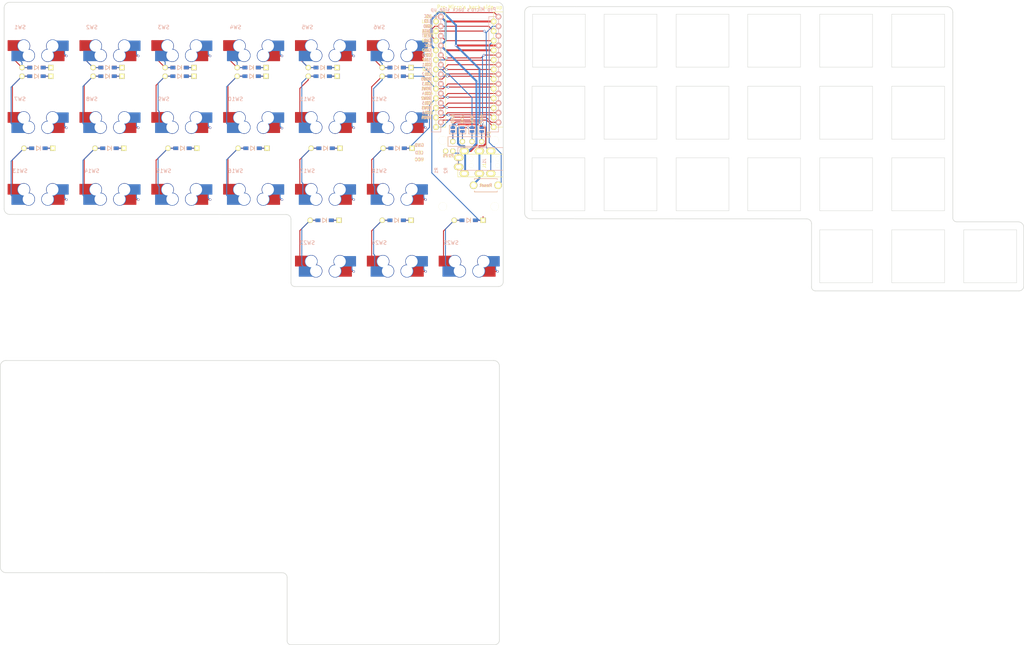
<source format=kicad_pcb>
(kicad_pcb (version 20171130) (host pcbnew "(5.1.5-0-10_14)")
  (layers (0 F.Cu signal) (31 B.Cu signal) (34 B.Paste user hide) (35 F.Paste user hide) (36 B.SilkS user) (37 F.SilkS user) (38 B.Mask user) (39 F.Mask user) (44 Edge.Cuts user))
  (net 0 "")
  (net 1 row0)
  (net 2 "Net-(D1-Pad2)")
  (net 3 "Net-(D2-Pad2)")
  (net 4 "Net-(D3-Pad2)")
  (net 5 "Net-(D4-Pad2)")
  (net 6 "Net-(D5-Pad2)")
  (net 7 "Net-(D6-Pad2)")
  (net 8 row1)
  (net 9 "Net-(D7-Pad2)")
  (net 10 "Net-(D8-Pad2)")
  (net 11 "Net-(D9-Pad2)")
  (net 12 "Net-(D10-Pad2)")
  (net 13 "Net-(D11-Pad2)")
  (net 14 "Net-(D12-Pad2)")
  (net 15 row2)
  (net 16 "Net-(D13-Pad2)")
  (net 17 "Net-(D14-Pad2)")
  (net 18 "Net-(D15-Pad2)")
  (net 19 "Net-(D16-Pad2)")
  (net 20 "Net-(D17-Pad2)")
  (net 21 "Net-(D18-Pad2)")
  (net 22 row3)
  (net 23 "Net-(D23-Pad2)")
  (net 24 "Net-(D24-Pad2)")
  (net 25 /SDA)
  (net 26 VCC)
  (net 27 GND)
  (net 28 LED)
  (net 29 col3)
  (net 30 col2)
  (net 31 col4)
  (net 32 /~RESET)
  (net 33 col0)
  (net 34 col1)
  (net 35 col5)
  (net 36 /SCL)
  (net 37 "Net-(D25-Pad2)")
  (net 38 row4)
  (net 39 "Net-(J1-PadA)")
  (net 40 "Net-(JP4-Pad2)")
  (net 41 "Net-(JP5-Pad2)")
  (net 42 "Net-(JP10-Pad2)")
  (net 43 "Net-(JP11-Pad2)")
  (net 44 col6)
  (net 45 data)
  (net 46 /ex1)
  (net 47 /ex2)
  (net 48 "Net-(D1-Pad1)")
  (net 49 "Net-(D2-Pad1)")
  (net 50 "Net-(D3-Pad1)")
  (net 51 "Net-(D4-Pad1)")
  (net 52 "Net-(D5-Pad1)")
  (net 53 "Net-(D7-Pad1)")
  (net 54 "Net-(D8-Pad1)")
  (net 55 "Net-(D9-Pad1)")
  (net 56 "Net-(D10-Pad1)")
  (net 57 "Net-(D11-Pad1)")
  (net 58 "Net-(D13-Pad1)")
  (net 59 "Net-(D14-Pad1)")
  (net 60 "Net-(D15-Pad1)")
  (net 61 "Net-(D16-Pad1)")
  (net 62 "Net-(D17-Pad1)")
  (net 63 "Net-(D23-Pad1)")
  (net 64 "Net-(D24-Pad1)")
  (net 65 "Net-(SW1-Pad1)")
  (net 66 "Net-(SW2-Pad1)")
  (net 67 "Net-(SW3-Pad1)")
  (net 68 "Net-(SW4-Pad1)")
  (net 69 "Net-(SW5-Pad1)")
  (net 70 "Net-(SW6-Pad1)")
  (net 71 "Net-(SW7-Pad1)")
  (net 72 "Net-(SW8-Pad1)")
  (net 73 "Net-(SW9-Pad1)")
  (net 74 "Net-(SW10-Pad1)")
  (net 75 "Net-(SW11-Pad1)")
  (net 76 "Net-(SW12-Pad1)")
  (net 77 "Net-(SW13-Pad1)")
  (net 78 "Net-(SW14-Pad1)")
  (net 79 "Net-(SW15-Pad1)")
  (net 80 "Net-(SW16-Pad1)")
  (net 81 "Net-(SW17-Pad1)")
  (net 82 "Net-(SW18-Pad1)")
  (net 83 "Net-(SW23-Pad1)")
  (net 84 "Net-(SW24-Pad1)")
  (net 85 "Net-(SW25-Pad1)")
  (net 86 "Net-(U1-Pad23)")
  (module JMG:HOLE_M2_TH (layer F.Cu) (at 251.414 38.878 90)
    (fp_text reference H3 hide)
    (fp_text value MountingHole hide)
    (pad "" np_thru_hole circle (at 0 0 180) (size 2.5 2.5) (drill 2.5) (layers *.Cu *.Mask) (clearance 0.50114))
  )
  (module JMG:HOLE_M2_TH (layer F.Cu) (at 251.414 76.878)
    (fp_text reference H6 hide)
    (fp_text value MountingHole hide)
    (pad "" np_thru_hole circle (at 0 0 90) (size 2.5 2.5) (drill 2.5) (layers *.Cu *.Mask) (clearance 0.50114))
  )
  (module JMG:HOLE_M2_TH (layer F.Cu) (at 175.414 57.97)
    (fp_text reference H1 hide)
    (fp_text value MountingHole hide)
    (pad "" np_thru_hole circle (at 0 0 90) (size 2.5 2.5) (drill 2.5) (layers *.Cu *.Mask) (clearance 0.50114))
  )
  (module JMG:HOLE_M2_TH (layer F.Cu) (at 175.414 38.878)
    (fp_text reference H1 hide)
    (fp_text value MountingHole hide)
    (pad "" np_thru_hole circle (at 0 0 90) (size 2.5 2.5) (drill 2.5) (layers *.Cu *.Mask) (clearance 0.50114))
  )
  (module JMG:HOLE_M2_TH (layer F.Cu) (at 213.414 38.878)
    (fp_text reference H2 hide)
    (fp_text value MountingHole hide)
    (pad "" np_thru_hole circle (at 0 0 90) (size 2.5 2.5) (drill 2.5) (layers *.Cu *.Mask) (clearance 0.50114))
  )
  (module JMG:HOLE_M2_TH (layer F.Cu) (at 213.476 57.97)
    (fp_text reference H1 hide)
    (fp_text value MountingHole hide)
    (pad "" np_thru_hole circle (at 0 0 90) (size 2.5 2.5) (drill 2.5) (layers *.Cu *.Mask) (clearance 0.50114))
  )
  (module JMG:HOLE_M2_TH (layer F.Cu) (at 36.73 151.569)
    (fp_text reference H1 hide)
    (fp_text value MountingHole hide)
    (pad "" np_thru_hole circle (at 0 0 90) (size 2.5 2.5) (drill 2.5) (layers *.Cu *.Mask) (clearance 0.50114))
  )
  (module JMG:HOLE_M2_TH (layer F.Cu) (at 74.792 151.569)
    (fp_text reference H1 hide)
    (fp_text value MountingHole hide)
    (pad "" np_thru_hole circle (at 0 0 90) (size 2.5 2.5) (drill 2.5) (layers *.Cu *.Mask) (clearance 0.50114))
  )
  (module JMG:HOLE_M2_TH (layer F.Cu) (at 112.73 170.477)
    (fp_text reference H6 hide)
    (fp_text value MountingHole hide)
    (pad "" np_thru_hole circle (at 0 0 90) (size 2.5 2.5) (drill 2.5) (layers *.Cu *.Mask) (clearance 0.50114))
  )
  (module JMG:HOLE_M2_TH (layer F.Cu) (at 112.73 132.477)
    (fp_text reference H3 hide)
    (fp_text value MountingHole hide)
    (pad "" np_thru_hole circle (at 0 0 90) (size 2.5 2.5) (drill 2.5) (layers *.Cu *.Mask) (clearance 0.50114))
  )
  (module JMG:HOLE_M2_TH (layer F.Cu) (at 36.73 132.477)
    (fp_text reference H1 hide)
    (fp_text value MountingHole hide)
    (pad "" np_thru_hole circle (at 0 0 90) (size 2.5 2.5) (drill 2.5) (layers *.Cu *.Mask) (clearance 0.50114))
  )
  (module JMG:HOLE_M2_TH (layer F.Cu) (at 74.73 132.477)
    (fp_text reference H2 hide)
    (fp_text value MountingHole hide)
    (pad "" np_thru_hole circle (at 0 0 90) (size 2.5 2.5) (drill 2.5) (layers *.Cu *.Mask) (clearance 0.50114))
  )
  (module JMG:HOLE_M2_TH (layer F.Cu) (at 75.808 56.827)
    (fp_text reference H1 hide)
    (fp_text value MountingHole hide)
    (pad "" np_thru_hole circle (at 0 0 90) (size 3.4 3.4) (drill 3.4) (layers *.Cu *.Mask) (clearance 0.50114))
  )
  (module JMG:HOLE_M2_TH (layer F.Cu) (at 37.746 56.827)
    (fp_text reference H1 hide)
    (fp_text value MountingHole hide)
    (pad "" np_thru_hole circle (at 0 0 90) (size 3.4 3.4) (drill 3.4) (layers *.Cu *.Mask) (clearance 0.50114))
  )
  (module MYLIB:ProMicro_rev (layer B.Cu) (at 142.356 37.015 180)
    (fp_text reference U1a hide)
    (fp_text value ProMicro hide)
    (pad 1 thru_hole circle (at -7.62 13.97 180) (size 1.524 1.524) (drill 0.8128) (layers *.Cu *.Mask B.SilkS) (net 28 LED))
    (pad 2 thru_hole circle (at -7.62 11.43 180) (size 1.524 1.524) (drill 0.8128) (layers *.Cu *.Mask B.SilkS) (net 45 data))
    (pad 3 thru_hole circle (at -7.62 8.89 180) (size 1.524 1.524) (drill 0.8128) (layers *.Cu *.Mask B.SilkS) (net 86 "Net-(U1-Pad23)"))
    (pad 4 thru_hole circle (at -7.62 6.35 180) (size 1.524 1.524) (drill 0.8128) (layers *.Cu *.Mask B.SilkS) (net 27 GND))
    (pad 5 thru_hole circle (at -7.62 3.81 180) (size 1.524 1.524) (drill 0.8128) (layers *.Cu *.Mask B.SilkS) (net 25 /SDA))
    (pad 6 thru_hole circle (at -7.62 1.27 180) (size 1.524 1.524) (drill 0.8128) (layers *.Cu *.Mask B.SilkS) (net 36 /SCL))
    (pad 7 thru_hole circle (at -7.62 -1.27 180) (size 1.524 1.524) (drill 0.8128) (layers *.Cu *.Mask B.SilkS) (net 1 row0))
    (pad 8 thru_hole circle (at -7.62 -3.81 180) (size 1.524 1.524) (drill 0.8128) (layers *.Cu *.Mask B.SilkS) (net 8 row1))
    (pad 9 thru_hole circle (at -7.62 -6.35 180) (size 1.524 1.524) (drill 0.8128) (layers *.Cu *.Mask B.SilkS) (net 15 row2))
    (pad 10 thru_hole circle (at -7.62 -8.89 180) (size 1.524 1.524) (drill 0.8128) (layers *.Cu *.Mask B.SilkS) (net 22 row3))
    (pad 11 thru_hole circle (at -7.62 -11.43 180) (size 1.524 1.524) (drill 0.8128) (layers *.Cu *.Mask B.SilkS) (net 38 row4))
    (pad 12 thru_hole circle (at -7.62 -13.97 180) (size 1.524 1.524) (drill 0.8128) (layers *.Cu *.Mask B.SilkS) (net 46 /ex1))
    (pad 13 thru_hole circle (at 7.62 -13.97 180) (size 1.524 1.524) (drill 0.8128) (layers *.Cu *.Mask B.SilkS) (net 47 /ex2))
    (pad 14 thru_hole circle (at 7.62 -11.43 180) (size 1.524 1.524) (drill 0.8128) (layers *.Cu *.Mask B.SilkS) (net 44 col6))
    (pad 15 thru_hole circle (at 7.62 -8.89 180) (size 1.524 1.524) (drill 0.8128) (layers *.Cu *.Mask B.SilkS) (net 35 col5))
    (pad 16 thru_hole circle (at 7.62 -6.35 180) (size 1.524 1.524) (drill 0.8128) (layers *.Cu *.Mask B.SilkS) (net 31 col4))
    (pad 17 thru_hole circle (at 7.62 -3.81 180) (size 1.524 1.524) (drill 0.8128) (layers *.Cu *.Mask B.SilkS) (net 29 col3))
    (pad 18 thru_hole circle (at 7.62 -1.27 180) (size 1.524 1.524) (drill 0.8128) (layers *.Cu *.Mask B.SilkS) (net 30 col2))
    (pad 19 thru_hole circle (at 7.62 1.27 180) (size 1.524 1.524) (drill 0.8128) (layers *.Cu *.Mask B.SilkS) (net 34 col1))
    (pad 20 thru_hole circle (at 7.62 3.81 180) (size 1.524 1.524) (drill 0.8128) (layers *.Cu *.Mask B.SilkS) (net 33 col0))
    (pad 21 thru_hole circle (at 7.62 6.35 180) (size 1.524 1.524) (drill 0.8128) (layers *.Cu *.Mask B.SilkS) (net 26 VCC))
    (pad 22 thru_hole circle (at 7.62 8.89 180) (size 1.524 1.524) (drill 0.8128) (layers *.Cu *.Mask B.SilkS) (net 32 /~RESET))
    (pad 23 thru_hole circle (at 7.62 11.43 180) (size 1.524 1.524) (drill 0.8128) (layers *.Cu *.Mask B.SilkS) (net 86 "Net-(U1-Pad23)"))
    (pad 24 thru_hole circle (at 7.62 13.97 180) (size 1.524 1.524) (drill 0.8128) (layers *.Cu *.Mask B.SilkS) (net 26 VCC))
  )
  (module JMG:MXOnly-1U-Hotswap-Double-noled (layer F.Cu) (at 123.246 47.235 180)
    (fp_text reference SW12)
    (fp_text value SW_PUSH)
    (fp_text user %R (at 4.8 2.4 180) (layer B.SilkS) (effects (justify mirror)))
    (pad "" thru_hole circle (at -2.54 -5.08 180) (size 3.4 3.4) (drill 3.1) (layers *.Cu *.Mask))
    (pad "" thru_hole circle (at -3.81 -2.54 180) (size 3.4 3.4) (drill 3.1) (layers *.Cu *.Mask))
    (pad "" thru_hole circle (at 3.81 -2.54 180) (size 3.4 3.4) (drill 3.1) (layers *.Cu *.Mask))
    (pad "" thru_hole circle (at 2.54 -5.08 180) (size 3.4 3.4) (drill 3.1) (layers *.Cu *.Mask))
    (pad "" np_thru_hole circle (at 5.08 0 228.0996) (size 1.75 1.75) (drill 1.75) (layers *.Cu *.Mask))
    (pad "" np_thru_hole circle (at -5.08 0 228.0996) (size 1.75 1.75) (drill 1.75) (layers *.Cu *.Mask))
    (pad "" np_thru_hole circle (at 0 0 180) (size 3.9878 3.9878) (drill 3.9878) (layers *.Cu *.Mask))
    (pad 1 thru_hole custom (at -2.5 -3.5 180) (size 0.1 0.1) (drill 0.01) (layers *.Cu *.Mask) (net 76 "Net-(SW12-Pad1)") (options (clearance outline) (anchor circle)) (primitives (gr_arc (start -0.04 -1.58) (end 0 0) (angle -306.9) (width 0.15)) (gr_arc (start -1.31 0.96) (end -1.3 -0.6) (angle -307.6) (width 0.15))))
    (pad 3 thru_hole custom (at 2.5 -3.5) (size 0.1 0.1) (drill 0.01) (layers *.Cu *.Mask) (options (clearance outline) (anchor circle)) (primitives (gr_arc (start -0.04 1.58) (end 0 0) (angle 306.9) (width 0.15)) (gr_arc (start -1.31 -0.96) (end -1.3 0.6) (angle 307.6) (width 0.15))))
    (pad 1 smd custom (at -7 -2.5 180) (size 2 2) (layers B.Cu B.Paste B.Mask) (net 76 "Net-(SW12-Pad1)") (options (clearance outline) (anchor rect)) (primitives (gr_poly (pts (xy -1 -1.3) (xy 2.2 -1.3) (xy 1.7 -0.9) (xy 1.6 0) (xy 1.7 0.8) (xy 2 1.1) (xy 2.4 1.3) (xy -1 1.3)) (width 0.15))))
    (pad 1 smd custom (at -5.9 -5.2 180) (size 2 2) (layers F.Cu F.Paste F.Mask) (net 76 "Net-(SW12-Pad1)") (options (clearance outline) (anchor rect)) (primitives (gr_poly (pts (xy -1 1.3) (xy 1.3 1.3) (xy 2 1) (xy 1.7 0.2) (xy 1.9 -0.7) (xy 2.2 -1.1) (xy 2.6 -1.3) (xy -1 -1.3)) (width 0.15))))
    (pad 2 smd custom (at 6 -5.2) (size 1.8 2) (layers B.Cu B.Paste B.Mask) (net 14 "Net-(D12-Pad2)") (options (clearance outline) (anchor rect)) (primitives (gr_poly (pts (xy -1 -1.3) (xy 1.3 -1.3) (xy 2 -1) (xy 1.7 -0.2) (xy 1.9 0.7) (xy 2.2 1.1) (xy 2.6 1.3) (xy -1 1.3)) (width 0.15))))
    (pad 2 smd custom (at 6.8 -2.4 180) (size 2 2) (layers F.Cu F.Paste F.Mask) (net 14 "Net-(D12-Pad2)") (options (clearance outline) (anchor rect)) (primitives (gr_poly (pts (xy 1.2 -1.4) (xy -1.9 -1.4) (xy -1.5 -0.9) (xy -1.4 0) (xy -1.6 0.8) (xy -1.8 1.1) (xy -2.2 1.3) (xy 1.2 1.3)) (width 0.15))))
  )
  (module JMG:MXOnly-1U-Hotswap-Double-noled (layer F.Cu) (at 47.246 66.235 180)
    (fp_text reference SW14)
    (fp_text value SW_PUSH)
    (fp_text user %R (at 4.8 2.4 180) (layer B.SilkS) (effects (justify mirror)))
    (pad "" thru_hole circle (at -2.54 -5.08 180) (size 3.4 3.4) (drill 3.1) (layers *.Cu *.Mask))
    (pad "" thru_hole circle (at -3.81 -2.54 180) (size 3.4 3.4) (drill 3.1) (layers *.Cu *.Mask))
    (pad "" thru_hole circle (at 3.81 -2.54 180) (size 3.4 3.4) (drill 3.1) (layers *.Cu *.Mask))
    (pad "" thru_hole circle (at 2.54 -5.08 180) (size 3.4 3.4) (drill 3.1) (layers *.Cu *.Mask))
    (pad "" np_thru_hole circle (at 5.08 0 228.0996) (size 1.75 1.75) (drill 1.75) (layers *.Cu *.Mask))
    (pad "" np_thru_hole circle (at -5.08 0 228.0996) (size 1.75 1.75) (drill 1.75) (layers *.Cu *.Mask))
    (pad "" np_thru_hole circle (at 0 0 180) (size 3.9878 3.9878) (drill 3.9878) (layers *.Cu *.Mask))
    (pad 1 thru_hole custom (at -2.5 -3.5 180) (size 0.1 0.1) (drill 0.01) (layers *.Cu *.Mask) (net 78 "Net-(SW14-Pad1)") (options (clearance outline) (anchor circle)) (primitives (gr_arc (start -0.04 -1.58) (end 0 0) (angle -306.9) (width 0.15)) (gr_arc (start -1.31 0.96) (end -1.3 -0.6) (angle -307.6) (width 0.15))))
    (pad 3 thru_hole custom (at 2.5 -3.5) (size 0.1 0.1) (drill 0.01) (layers *.Cu *.Mask) (options (clearance outline) (anchor circle)) (primitives (gr_arc (start -0.04 1.58) (end 0 0) (angle 306.9) (width 0.15)) (gr_arc (start -1.31 -0.96) (end -1.3 0.6) (angle 307.6) (width 0.15))))
    (pad 1 smd custom (at -7 -2.5 180) (size 2 2) (layers B.Cu B.Paste B.Mask) (net 78 "Net-(SW14-Pad1)") (options (clearance outline) (anchor rect)) (primitives (gr_poly (pts (xy -1 -1.3) (xy 2.2 -1.3) (xy 1.7 -0.9) (xy 1.6 0) (xy 1.7 0.8) (xy 2 1.1) (xy 2.4 1.3) (xy -1 1.3)) (width 0.15))))
    (pad 1 smd custom (at -5.9 -5.2 180) (size 2 2) (layers F.Cu F.Paste F.Mask) (net 78 "Net-(SW14-Pad1)") (options (clearance outline) (anchor rect)) (primitives (gr_poly (pts (xy -1 1.3) (xy 1.3 1.3) (xy 2 1) (xy 1.7 0.2) (xy 1.9 -0.7) (xy 2.2 -1.1) (xy 2.6 -1.3) (xy -1 -1.3)) (width 0.15))))
    (pad 2 smd custom (at 6 -5.2) (size 1.8 2) (layers B.Cu B.Paste B.Mask) (net 17 "Net-(D14-Pad2)") (options (clearance outline) (anchor rect)) (primitives (gr_poly (pts (xy -1 -1.3) (xy 1.3 -1.3) (xy 2 -1) (xy 1.7 -0.2) (xy 1.9 0.7) (xy 2.2 1.1) (xy 2.6 1.3) (xy -1 1.3)) (width 0.15))))
    (pad 2 smd custom (at 6.8 -2.4 180) (size 2 2) (layers F.Cu F.Paste F.Mask) (net 17 "Net-(D14-Pad2)") (options (clearance outline) (anchor rect)) (primitives (gr_poly (pts (xy 1.2 -1.4) (xy -1.9 -1.4) (xy -1.5 -0.9) (xy -1.4 0) (xy -1.6 0.8) (xy -1.8 1.1) (xy -2.2 1.3) (xy 1.2 1.3)) (width 0.15))))
  )
  (module JMG:HOLE_M2_TH (layer F.Cu) (at 75.746 37.735)
    (fp_text reference H2 hide)
    (fp_text value MountingHole hide)
    (pad "" np_thru_hole circle (at 0 0 90) (size 3.4 3.4) (drill 3.4) (layers *.Cu *.Mask) (clearance 0.50114))
  )
  (module JMG:MXOnly-1U-Hotswap-Double-noled (layer F.Cu) (at 142.246 85.235 180)
    (fp_text reference SW25)
    (fp_text value SW_PUSH)
    (fp_text user %R (at 4.8 2.4 180) (layer B.SilkS) (effects (justify mirror)))
    (pad "" thru_hole circle (at -2.54 -5.08 180) (size 3.4 3.4) (drill 3.1) (layers *.Cu *.Mask))
    (pad "" thru_hole circle (at -3.81 -2.54 180) (size 3.4 3.4) (drill 3.1) (layers *.Cu *.Mask))
    (pad "" thru_hole circle (at 3.81 -2.54 180) (size 3.4 3.4) (drill 3.1) (layers *.Cu *.Mask))
    (pad "" thru_hole circle (at 2.54 -5.08 180) (size 3.4 3.4) (drill 3.1) (layers *.Cu *.Mask))
    (pad "" np_thru_hole circle (at 5.08 0 228.0996) (size 1.75 1.75) (drill 1.75) (layers *.Cu *.Mask))
    (pad "" np_thru_hole circle (at -5.08 0 228.0996) (size 1.75 1.75) (drill 1.75) (layers *.Cu *.Mask))
    (pad "" np_thru_hole circle (at 0 0 180) (size 3.9878 3.9878) (drill 3.9878) (layers *.Cu *.Mask))
    (pad 1 thru_hole custom (at -2.5 -3.5 180) (size 0.1 0.1) (drill 0.01) (layers *.Cu *.Mask) (net 85 "Net-(SW25-Pad1)") (options (clearance outline) (anchor circle)) (primitives (gr_arc (start -0.04 -1.58) (end 0 0) (angle -306.9) (width 0.15)) (gr_arc (start -1.31 0.96) (end -1.3 -0.6) (angle -307.6) (width 0.15))))
    (pad 3 thru_hole custom (at 2.5 -3.5) (size 0.1 0.1) (drill 0.01) (layers *.Cu *.Mask) (options (clearance outline) (anchor circle)) (primitives (gr_arc (start -0.04 1.58) (end 0 0) (angle 306.9) (width 0.15)) (gr_arc (start -1.31 -0.96) (end -1.3 0.6) (angle 307.6) (width 0.15))))
    (pad 1 smd custom (at -7 -2.5 180) (size 2 2) (layers B.Cu B.Paste B.Mask) (net 85 "Net-(SW25-Pad1)") (options (clearance outline) (anchor rect)) (primitives (gr_poly (pts (xy -1 -1.3) (xy 2.2 -1.3) (xy 1.7 -0.9) (xy 1.6 0) (xy 1.7 0.8) (xy 2 1.1) (xy 2.4 1.3) (xy -1 1.3)) (width 0.15))))
    (pad 1 smd custom (at -5.9 -5.2 180) (size 2 2) (layers F.Cu F.Paste F.Mask) (net 85 "Net-(SW25-Pad1)") (options (clearance outline) (anchor rect)) (primitives (gr_poly (pts (xy -1 1.3) (xy 1.3 1.3) (xy 2 1) (xy 1.7 0.2) (xy 1.9 -0.7) (xy 2.2 -1.1) (xy 2.6 -1.3) (xy -1 -1.3)) (width 0.15))))
    (pad 2 smd custom (at 6 -5.2) (size 1.8 2) (layers B.Cu B.Paste B.Mask) (net 37 "Net-(D25-Pad2)") (options (clearance outline) (anchor rect)) (primitives (gr_poly (pts (xy -1 -1.3) (xy 1.3 -1.3) (xy 2 -1) (xy 1.7 -0.2) (xy 1.9 0.7) (xy 2.2 1.1) (xy 2.6 1.3) (xy -1 1.3)) (width 0.15))))
    (pad 2 smd custom (at 6.8 -2.4 180) (size 2 2) (layers F.Cu F.Paste F.Mask) (net 37 "Net-(D25-Pad2)") (options (clearance outline) (anchor rect)) (primitives (gr_poly (pts (xy 1.2 -1.4) (xy -1.9 -1.4) (xy -1.5 -0.9) (xy -1.4 0) (xy -1.6 0.8) (xy -1.8 1.1) (xy -2.2 1.3) (xy 1.2 1.3)) (width 0.15))))
  )
  (module JMG:HOLE_M2 (layer F.Cu) (at 135.246 55.735)
    (fp_text reference H12 hide)
    (fp_text value MountingHole hide)
    (pad "" np_thru_hole circle (at 0 0) (size 2.2 2.2) (drill 2.2) (layers *.Cu *.Mask F.SilkS) (clearance 0.85))
  )
  (module JMG:HOLE_M2 (layer F.Cu) (at 148.996 55.735)
    (fp_text reference H11 hide)
    (fp_text value MountingHole hide)
    (pad "" np_thru_hole circle (at 0 0) (size 2.2 2.2) (drill 2.2) (layers *.Cu *.Mask F.SilkS) (clearance 0.85))
  )
  (module JMG:HOLE_M2 (layer F.Cu) (at 148.996 73.235)
    (fp_text reference H10 hide)
    (fp_text value MountingHole hide)
    (pad "" np_thru_hole circle (at 0 0) (size 2.2 2.2) (drill 2.2) (layers *.Cu *.Mask F.SilkS) (clearance 0.85))
  )
  (module JMG:HOLE_M2 (layer F.Cu) (at 135.246 73.235)
    (fp_text reference H13 hide)
    (fp_text value MountingHole hide)
    (pad "" np_thru_hole circle (at 0 0) (size 2.2 2.2) (drill 2.2) (layers *.Cu *.Mask F.SilkS) (clearance 0.85))
  )
  (module JMG:HOLE_M2_TH (layer F.Cu) (at 37.746 37.735)
    (fp_text reference H1 hide)
    (fp_text value MountingHole hide)
    (pad "" np_thru_hole circle (at 0 0 90) (size 3.4 3.4) (drill 3.4) (layers *.Cu *.Mask) (clearance 0.50114))
  )
  (module JMG:HOLE_M2_TH (layer F.Cu) (at 113.746 75.735)
    (fp_text reference H6 hide)
    (fp_text value MountingHole hide)
    (pad "" np_thru_hole circle (at 0 0 90) (size 3.4 3.4) (drill 3.4) (layers *.Cu *.Mask) (clearance 0.50114))
  )
  (module JMG:HOLE_M2_TH (layer F.Cu) (at 113.746 37.735)
    (fp_text reference H3 hide)
    (fp_text value MountingHole hide)
    (pad "" np_thru_hole circle (at 0 0 90) (size 3.4 3.4) (drill 3.4) (layers *.Cu *.Mask) (clearance 0.50114))
  )
  (module JMG:MXOnly-1U-Hotswap-Double-noled (layer F.Cu) (at 123.246 28.235 180)
    (fp_text reference SW6)
    (fp_text value SW_PUSH)
    (fp_text user %R (at 4.8 2.4 180) (layer B.SilkS) (effects (justify mirror)))
    (pad "" thru_hole circle (at -2.54 -5.08 180) (size 3.4 3.4) (drill 3.1) (layers *.Cu *.Mask))
    (pad "" thru_hole circle (at -3.81 -2.54 180) (size 3.4 3.4) (drill 3.1) (layers *.Cu *.Mask))
    (pad "" thru_hole circle (at 3.81 -2.54 180) (size 3.4 3.4) (drill 3.1) (layers *.Cu *.Mask))
    (pad "" thru_hole circle (at 2.54 -5.08 180) (size 3.4 3.4) (drill 3.1) (layers *.Cu *.Mask))
    (pad "" np_thru_hole circle (at 5.08 0 228.0996) (size 1.75 1.75) (drill 1.75) (layers *.Cu *.Mask))
    (pad "" np_thru_hole circle (at -5.08 0 228.0996) (size 1.75 1.75) (drill 1.75) (layers *.Cu *.Mask))
    (pad "" np_thru_hole circle (at 0 0 180) (size 3.9878 3.9878) (drill 3.9878) (layers *.Cu *.Mask))
    (pad 1 thru_hole custom (at -2.5 -3.5 180) (size 0.1 0.1) (drill 0.01) (layers *.Cu *.Mask) (net 70 "Net-(SW6-Pad1)") (options (clearance outline) (anchor circle)) (primitives (gr_arc (start -0.04 -1.58) (end 0 0) (angle -306.9) (width 0.15)) (gr_arc (start -1.31 0.96) (end -1.3 -0.6) (angle -307.6) (width 0.15))))
    (pad 3 thru_hole custom (at 2.5 -3.5) (size 0.1 0.1) (drill 0.01) (layers *.Cu *.Mask) (options (clearance outline) (anchor circle)) (primitives (gr_arc (start -0.04 1.58) (end 0 0) (angle 306.9) (width 0.15)) (gr_arc (start -1.31 -0.96) (end -1.3 0.6) (angle 307.6) (width 0.15))))
    (pad 1 smd custom (at -7 -2.5 180) (size 2 2) (layers B.Cu B.Paste B.Mask) (net 70 "Net-(SW6-Pad1)") (options (clearance outline) (anchor rect)) (primitives (gr_poly (pts (xy -1 -1.3) (xy 2.2 -1.3) (xy 1.7 -0.9) (xy 1.6 0) (xy 1.7 0.8) (xy 2 1.1) (xy 2.4 1.3) (xy -1 1.3)) (width 0.15))))
    (pad 1 smd custom (at -5.9 -5.2 180) (size 2 2) (layers F.Cu F.Paste F.Mask) (net 70 "Net-(SW6-Pad1)") (options (clearance outline) (anchor rect)) (primitives (gr_poly (pts (xy -1 1.3) (xy 1.3 1.3) (xy 2 1) (xy 1.7 0.2) (xy 1.9 -0.7) (xy 2.2 -1.1) (xy 2.6 -1.3) (xy -1 -1.3)) (width 0.15))))
    (pad 2 smd custom (at 6 -5.2) (size 1.8 2) (layers B.Cu B.Paste B.Mask) (net 7 "Net-(D6-Pad2)") (options (clearance outline) (anchor rect)) (primitives (gr_poly (pts (xy -1 -1.3) (xy 1.3 -1.3) (xy 2 -1) (xy 1.7 -0.2) (xy 1.9 0.7) (xy 2.2 1.1) (xy 2.6 1.3) (xy -1 1.3)) (width 0.15))))
    (pad 2 smd custom (at 6.8 -2.4 180) (size 2 2) (layers F.Cu F.Paste F.Mask) (net 7 "Net-(D6-Pad2)") (options (clearance outline) (anchor rect)) (primitives (gr_poly (pts (xy 1.2 -1.4) (xy -1.9 -1.4) (xy -1.5 -0.9) (xy -1.4 0) (xy -1.6 0.8) (xy -1.8 1.1) (xy -2.2 1.3) (xy 1.2 1.3)) (width 0.15))))
  )
  (module JMG:MXOnly-1U-Hotswap-Double-noled (layer F.Cu) (at 47.246 28.235 180)
    (fp_text reference SW2)
    (fp_text value SW_PUSH)
    (fp_text user %R (at 4.8 2.4 180) (layer B.SilkS) (effects (justify mirror)))
    (pad "" thru_hole circle (at -2.54 -5.08 180) (size 3.4 3.4) (drill 3.1) (layers *.Cu *.Mask))
    (pad "" thru_hole circle (at -3.81 -2.54 180) (size 3.4 3.4) (drill 3.1) (layers *.Cu *.Mask))
    (pad "" thru_hole circle (at 3.81 -2.54 180) (size 3.4 3.4) (drill 3.1) (layers *.Cu *.Mask))
    (pad "" thru_hole circle (at 2.54 -5.08 180) (size 3.4 3.4) (drill 3.1) (layers *.Cu *.Mask))
    (pad "" np_thru_hole circle (at 5.08 0 228.0996) (size 1.75 1.75) (drill 1.75) (layers *.Cu *.Mask))
    (pad "" np_thru_hole circle (at -5.08 0 228.0996) (size 1.75 1.75) (drill 1.75) (layers *.Cu *.Mask))
    (pad "" np_thru_hole circle (at 0 0 180) (size 3.9878 3.9878) (drill 3.9878) (layers *.Cu *.Mask))
    (pad 1 thru_hole custom (at -2.5 -3.5 180) (size 0.1 0.1) (drill 0.01) (layers *.Cu *.Mask) (net 66 "Net-(SW2-Pad1)") (options (clearance outline) (anchor circle)) (primitives (gr_arc (start -0.04 -1.58) (end 0 0) (angle -306.9) (width 0.15)) (gr_arc (start -1.31 0.96) (end -1.3 -0.6) (angle -307.6) (width 0.15))))
    (pad 3 thru_hole custom (at 2.5 -3.5) (size 0.1 0.1) (drill 0.01) (layers *.Cu *.Mask) (options (clearance outline) (anchor circle)) (primitives (gr_arc (start -0.04 1.58) (end 0 0) (angle 306.9) (width 0.15)) (gr_arc (start -1.31 -0.96) (end -1.3 0.6) (angle 307.6) (width 0.15))))
    (pad 1 smd custom (at -7 -2.5 180) (size 2 2) (layers B.Cu B.Paste B.Mask) (net 66 "Net-(SW2-Pad1)") (options (clearance outline) (anchor rect)) (primitives (gr_poly (pts (xy -1 -1.3) (xy 2.2 -1.3) (xy 1.7 -0.9) (xy 1.6 0) (xy 1.7 0.8) (xy 2 1.1) (xy 2.4 1.3) (xy -1 1.3)) (width 0.15))))
    (pad 1 smd custom (at -5.9 -5.2 180) (size 2 2) (layers F.Cu F.Paste F.Mask) (net 66 "Net-(SW2-Pad1)") (options (clearance outline) (anchor rect)) (primitives (gr_poly (pts (xy -1 1.3) (xy 1.3 1.3) (xy 2 1) (xy 1.7 0.2) (xy 1.9 -0.7) (xy 2.2 -1.1) (xy 2.6 -1.3) (xy -1 -1.3)) (width 0.15))))
    (pad 2 smd custom (at 6 -5.2) (size 1.8 2) (layers B.Cu B.Paste B.Mask) (net 3 "Net-(D2-Pad2)") (options (clearance outline) (anchor rect)) (primitives (gr_poly (pts (xy -1 -1.3) (xy 1.3 -1.3) (xy 2 -1) (xy 1.7 -0.2) (xy 1.9 0.7) (xy 2.2 1.1) (xy 2.6 1.3) (xy -1 1.3)) (width 0.15))))
    (pad 2 smd custom (at 6.8 -2.4 180) (size 2 2) (layers F.Cu F.Paste F.Mask) (net 3 "Net-(D2-Pad2)") (options (clearance outline) (anchor rect)) (primitives (gr_poly (pts (xy 1.2 -1.4) (xy -1.9 -1.4) (xy -1.5 -0.9) (xy -1.4 0) (xy -1.6 0.8) (xy -1.8 1.1) (xy -2.2 1.3) (xy 1.2 1.3)) (width 0.15))))
  )
  (module JMG:MXOnly-1U-Hotswap-Double-noled (layer F.Cu) (at 66.246 28.235 180)
    (fp_text reference SW3)
    (fp_text value SW_PUSH)
    (fp_text user %R (at 4.8 2.4 180) (layer B.SilkS) (effects (justify mirror)))
    (pad "" thru_hole circle (at -2.54 -5.08 180) (size 3.4 3.4) (drill 3.1) (layers *.Cu *.Mask))
    (pad "" thru_hole circle (at -3.81 -2.54 180) (size 3.4 3.4) (drill 3.1) (layers *.Cu *.Mask))
    (pad "" thru_hole circle (at 3.81 -2.54 180) (size 3.4 3.4) (drill 3.1) (layers *.Cu *.Mask))
    (pad "" thru_hole circle (at 2.54 -5.08 180) (size 3.4 3.4) (drill 3.1) (layers *.Cu *.Mask))
    (pad "" np_thru_hole circle (at 5.08 0 228.0996) (size 1.75 1.75) (drill 1.75) (layers *.Cu *.Mask))
    (pad "" np_thru_hole circle (at -5.08 0 228.0996) (size 1.75 1.75) (drill 1.75) (layers *.Cu *.Mask))
    (pad "" np_thru_hole circle (at 0 0 180) (size 3.9878 3.9878) (drill 3.9878) (layers *.Cu *.Mask))
    (pad 1 thru_hole custom (at -2.5 -3.5 180) (size 0.1 0.1) (drill 0.01) (layers *.Cu *.Mask) (net 67 "Net-(SW3-Pad1)") (options (clearance outline) (anchor circle)) (primitives (gr_arc (start -0.04 -1.58) (end 0 0) (angle -306.9) (width 0.15)) (gr_arc (start -1.31 0.96) (end -1.3 -0.6) (angle -307.6) (width 0.15))))
    (pad 3 thru_hole custom (at 2.5 -3.5) (size 0.1 0.1) (drill 0.01) (layers *.Cu *.Mask) (options (clearance outline) (anchor circle)) (primitives (gr_arc (start -0.04 1.58) (end 0 0) (angle 306.9) (width 0.15)) (gr_arc (start -1.31 -0.96) (end -1.3 0.6) (angle 307.6) (width 0.15))))
    (pad 1 smd custom (at -7 -2.5 180) (size 2 2) (layers B.Cu B.Paste B.Mask) (net 67 "Net-(SW3-Pad1)") (options (clearance outline) (anchor rect)) (primitives (gr_poly (pts (xy -1 -1.3) (xy 2.2 -1.3) (xy 1.7 -0.9) (xy 1.6 0) (xy 1.7 0.8) (xy 2 1.1) (xy 2.4 1.3) (xy -1 1.3)) (width 0.15))))
    (pad 1 smd custom (at -5.9 -5.2 180) (size 2 2) (layers F.Cu F.Paste F.Mask) (net 67 "Net-(SW3-Pad1)") (options (clearance outline) (anchor rect)) (primitives (gr_poly (pts (xy -1 1.3) (xy 1.3 1.3) (xy 2 1) (xy 1.7 0.2) (xy 1.9 -0.7) (xy 2.2 -1.1) (xy 2.6 -1.3) (xy -1 -1.3)) (width 0.15))))
    (pad 2 smd custom (at 6 -5.2) (size 1.8 2) (layers B.Cu B.Paste B.Mask) (net 4 "Net-(D3-Pad2)") (options (clearance outline) (anchor rect)) (primitives (gr_poly (pts (xy -1 -1.3) (xy 1.3 -1.3) (xy 2 -1) (xy 1.7 -0.2) (xy 1.9 0.7) (xy 2.2 1.1) (xy 2.6 1.3) (xy -1 1.3)) (width 0.15))))
    (pad 2 smd custom (at 6.8 -2.4 180) (size 2 2) (layers F.Cu F.Paste F.Mask) (net 4 "Net-(D3-Pad2)") (options (clearance outline) (anchor rect)) (primitives (gr_poly (pts (xy 1.2 -1.4) (xy -1.9 -1.4) (xy -1.5 -0.9) (xy -1.4 0) (xy -1.6 0.8) (xy -1.8 1.1) (xy -2.2 1.3) (xy 1.2 1.3)) (width 0.15))))
  )
  (module JMG:MXOnly-1U-Hotswap-Double-noled (layer F.Cu) (at 104.246 28.235 180)
    (fp_text reference SW5)
    (fp_text value SW_PUSH)
    (fp_text user %R (at 4.8 2.4 180) (layer B.SilkS) (effects (justify mirror)))
    (pad "" thru_hole circle (at -2.54 -5.08 180) (size 3.4 3.4) (drill 3.1) (layers *.Cu *.Mask))
    (pad "" thru_hole circle (at -3.81 -2.54 180) (size 3.4 3.4) (drill 3.1) (layers *.Cu *.Mask))
    (pad "" thru_hole circle (at 3.81 -2.54 180) (size 3.4 3.4) (drill 3.1) (layers *.Cu *.Mask))
    (pad "" thru_hole circle (at 2.54 -5.08 180) (size 3.4 3.4) (drill 3.1) (layers *.Cu *.Mask))
    (pad "" np_thru_hole circle (at 5.08 0 228.0996) (size 1.75 1.75) (drill 1.75) (layers *.Cu *.Mask))
    (pad "" np_thru_hole circle (at -5.08 0 228.0996) (size 1.75 1.75) (drill 1.75) (layers *.Cu *.Mask))
    (pad "" np_thru_hole circle (at 0 0 180) (size 3.9878 3.9878) (drill 3.9878) (layers *.Cu *.Mask))
    (pad 1 thru_hole custom (at -2.5 -3.5 180) (size 0.1 0.1) (drill 0.01) (layers *.Cu *.Mask) (net 69 "Net-(SW5-Pad1)") (options (clearance outline) (anchor circle)) (primitives (gr_arc (start -0.04 -1.58) (end 0 0) (angle -306.9) (width 0.15)) (gr_arc (start -1.31 0.96) (end -1.3 -0.6) (angle -307.6) (width 0.15))))
    (pad 3 thru_hole custom (at 2.5 -3.5) (size 0.1 0.1) (drill 0.01) (layers *.Cu *.Mask) (options (clearance outline) (anchor circle)) (primitives (gr_arc (start -0.04 1.58) (end 0 0) (angle 306.9) (width 0.15)) (gr_arc (start -1.31 -0.96) (end -1.3 0.6) (angle 307.6) (width 0.15))))
    (pad 1 smd custom (at -7 -2.5 180) (size 2 2) (layers B.Cu B.Paste B.Mask) (net 69 "Net-(SW5-Pad1)") (options (clearance outline) (anchor rect)) (primitives (gr_poly (pts (xy -1 -1.3) (xy 2.2 -1.3) (xy 1.7 -0.9) (xy 1.6 0) (xy 1.7 0.8) (xy 2 1.1) (xy 2.4 1.3) (xy -1 1.3)) (width 0.15))))
    (pad 1 smd custom (at -5.9 -5.2 180) (size 2 2) (layers F.Cu F.Paste F.Mask) (net 69 "Net-(SW5-Pad1)") (options (clearance outline) (anchor rect)) (primitives (gr_poly (pts (xy -1 1.3) (xy 1.3 1.3) (xy 2 1) (xy 1.7 0.2) (xy 1.9 -0.7) (xy 2.2 -1.1) (xy 2.6 -1.3) (xy -1 -1.3)) (width 0.15))))
    (pad 2 smd custom (at 6 -5.2) (size 1.8 2) (layers B.Cu B.Paste B.Mask) (net 6 "Net-(D5-Pad2)") (options (clearance outline) (anchor rect)) (primitives (gr_poly (pts (xy -1 -1.3) (xy 1.3 -1.3) (xy 2 -1) (xy 1.7 -0.2) (xy 1.9 0.7) (xy 2.2 1.1) (xy 2.6 1.3) (xy -1 1.3)) (width 0.15))))
    (pad 2 smd custom (at 6.8 -2.4 180) (size 2 2) (layers F.Cu F.Paste F.Mask) (net 6 "Net-(D5-Pad2)") (options (clearance outline) (anchor rect)) (primitives (gr_poly (pts (xy 1.2 -1.4) (xy -1.9 -1.4) (xy -1.5 -0.9) (xy -1.4 0) (xy -1.6 0.8) (xy -1.8 1.1) (xy -2.2 1.3) (xy 1.2 1.3)) (width 0.15))))
  )
  (module JMG:MXOnly-1U-Hotswap-Double-noled (layer F.Cu) (at 28.246 47.235 180)
    (fp_text reference SW7)
    (fp_text value SW_PUSH)
    (fp_text user %R (at 4.8 2.4 180) (layer B.SilkS) (effects (justify mirror)))
    (pad "" thru_hole circle (at -2.54 -5.08 180) (size 3.4 3.4) (drill 3.1) (layers *.Cu *.Mask))
    (pad "" thru_hole circle (at -3.81 -2.54 180) (size 3.4 3.4) (drill 3.1) (layers *.Cu *.Mask))
    (pad "" thru_hole circle (at 3.81 -2.54 180) (size 3.4 3.4) (drill 3.1) (layers *.Cu *.Mask))
    (pad "" thru_hole circle (at 2.54 -5.08 180) (size 3.4 3.4) (drill 3.1) (layers *.Cu *.Mask))
    (pad "" np_thru_hole circle (at 5.08 0 228.0996) (size 1.75 1.75) (drill 1.75) (layers *.Cu *.Mask))
    (pad "" np_thru_hole circle (at -5.08 0 228.0996) (size 1.75 1.75) (drill 1.75) (layers *.Cu *.Mask))
    (pad "" np_thru_hole circle (at 0 0 180) (size 3.9878 3.9878) (drill 3.9878) (layers *.Cu *.Mask))
    (pad 1 thru_hole custom (at -2.5 -3.5 180) (size 0.1 0.1) (drill 0.01) (layers *.Cu *.Mask) (net 71 "Net-(SW7-Pad1)") (options (clearance outline) (anchor circle)) (primitives (gr_arc (start -0.04 -1.58) (end 0 0) (angle -306.9) (width 0.15)) (gr_arc (start -1.31 0.96) (end -1.3 -0.6) (angle -307.6) (width 0.15))))
    (pad 3 thru_hole custom (at 2.5 -3.5) (size 0.1 0.1) (drill 0.01) (layers *.Cu *.Mask) (options (clearance outline) (anchor circle)) (primitives (gr_arc (start -0.04 1.58) (end 0 0) (angle 306.9) (width 0.15)) (gr_arc (start -1.31 -0.96) (end -1.3 0.6) (angle 307.6) (width 0.15))))
    (pad 1 smd custom (at -7 -2.5 180) (size 2 2) (layers B.Cu B.Paste B.Mask) (net 71 "Net-(SW7-Pad1)") (options (clearance outline) (anchor rect)) (primitives (gr_poly (pts (xy -1 -1.3) (xy 2.2 -1.3) (xy 1.7 -0.9) (xy 1.6 0) (xy 1.7 0.8) (xy 2 1.1) (xy 2.4 1.3) (xy -1 1.3)) (width 0.15))))
    (pad 1 smd custom (at -5.9 -5.2 180) (size 2 2) (layers F.Cu F.Paste F.Mask) (net 71 "Net-(SW7-Pad1)") (options (clearance outline) (anchor rect)) (primitives (gr_poly (pts (xy -1 1.3) (xy 1.3 1.3) (xy 2 1) (xy 1.7 0.2) (xy 1.9 -0.7) (xy 2.2 -1.1) (xy 2.6 -1.3) (xy -1 -1.3)) (width 0.15))))
    (pad 2 smd custom (at 6 -5.2) (size 1.8 2) (layers B.Cu B.Paste B.Mask) (net 9 "Net-(D7-Pad2)") (options (clearance outline) (anchor rect)) (primitives (gr_poly (pts (xy -1 -1.3) (xy 1.3 -1.3) (xy 2 -1) (xy 1.7 -0.2) (xy 1.9 0.7) (xy 2.2 1.1) (xy 2.6 1.3) (xy -1 1.3)) (width 0.15))))
    (pad 2 smd custom (at 6.8 -2.4 180) (size 2 2) (layers F.Cu F.Paste F.Mask) (net 9 "Net-(D7-Pad2)") (options (clearance outline) (anchor rect)) (primitives (gr_poly (pts (xy 1.2 -1.4) (xy -1.9 -1.4) (xy -1.5 -0.9) (xy -1.4 0) (xy -1.6 0.8) (xy -1.8 1.1) (xy -2.2 1.3) (xy 1.2 1.3)) (width 0.15))))
  )
  (module JMG:MXOnly-1U-Hotswap-Double-noled (layer F.Cu) (at 47.246 47.235 180)
    (fp_text reference SW8)
    (fp_text value SW_PUSH)
    (fp_text user %R (at 4.8 2.4 180) (layer B.SilkS) (effects (justify mirror)))
    (pad "" thru_hole circle (at -2.54 -5.08 180) (size 3.4 3.4) (drill 3.1) (layers *.Cu *.Mask))
    (pad "" thru_hole circle (at -3.81 -2.54 180) (size 3.4 3.4) (drill 3.1) (layers *.Cu *.Mask))
    (pad "" thru_hole circle (at 3.81 -2.54 180) (size 3.4 3.4) (drill 3.1) (layers *.Cu *.Mask))
    (pad "" thru_hole circle (at 2.54 -5.08 180) (size 3.4 3.4) (drill 3.1) (layers *.Cu *.Mask))
    (pad "" np_thru_hole circle (at 5.08 0 228.0996) (size 1.75 1.75) (drill 1.75) (layers *.Cu *.Mask))
    (pad "" np_thru_hole circle (at -5.08 0 228.0996) (size 1.75 1.75) (drill 1.75) (layers *.Cu *.Mask))
    (pad "" np_thru_hole circle (at 0 0 180) (size 3.9878 3.9878) (drill 3.9878) (layers *.Cu *.Mask))
    (pad 1 thru_hole custom (at -2.5 -3.5 180) (size 0.1 0.1) (drill 0.01) (layers *.Cu *.Mask) (net 72 "Net-(SW8-Pad1)") (options (clearance outline) (anchor circle)) (primitives (gr_arc (start -0.04 -1.58) (end 0 0) (angle -306.9) (width 0.15)) (gr_arc (start -1.31 0.96) (end -1.3 -0.6) (angle -307.6) (width 0.15))))
    (pad 3 thru_hole custom (at 2.5 -3.5) (size 0.1 0.1) (drill 0.01) (layers *.Cu *.Mask) (options (clearance outline) (anchor circle)) (primitives (gr_arc (start -0.04 1.58) (end 0 0) (angle 306.9) (width 0.15)) (gr_arc (start -1.31 -0.96) (end -1.3 0.6) (angle 307.6) (width 0.15))))
    (pad 1 smd custom (at -7 -2.5 180) (size 2 2) (layers B.Cu B.Paste B.Mask) (net 72 "Net-(SW8-Pad1)") (options (clearance outline) (anchor rect)) (primitives (gr_poly (pts (xy -1 -1.3) (xy 2.2 -1.3) (xy 1.7 -0.9) (xy 1.6 0) (xy 1.7 0.8) (xy 2 1.1) (xy 2.4 1.3) (xy -1 1.3)) (width 0.15))))
    (pad 1 smd custom (at -5.9 -5.2 180) (size 2 2) (layers F.Cu F.Paste F.Mask) (net 72 "Net-(SW8-Pad1)") (options (clearance outline) (anchor rect)) (primitives (gr_poly (pts (xy -1 1.3) (xy 1.3 1.3) (xy 2 1) (xy 1.7 0.2) (xy 1.9 -0.7) (xy 2.2 -1.1) (xy 2.6 -1.3) (xy -1 -1.3)) (width 0.15))))
    (pad 2 smd custom (at 6 -5.2) (size 1.8 2) (layers B.Cu B.Paste B.Mask) (net 10 "Net-(D8-Pad2)") (options (clearance outline) (anchor rect)) (primitives (gr_poly (pts (xy -1 -1.3) (xy 1.3 -1.3) (xy 2 -1) (xy 1.7 -0.2) (xy 1.9 0.7) (xy 2.2 1.1) (xy 2.6 1.3) (xy -1 1.3)) (width 0.15))))
    (pad 2 smd custom (at 6.8 -2.4 180) (size 2 2) (layers F.Cu F.Paste F.Mask) (net 10 "Net-(D8-Pad2)") (options (clearance outline) (anchor rect)) (primitives (gr_poly (pts (xy 1.2 -1.4) (xy -1.9 -1.4) (xy -1.5 -0.9) (xy -1.4 0) (xy -1.6 0.8) (xy -1.8 1.1) (xy -2.2 1.3) (xy 1.2 1.3)) (width 0.15))))
  )
  (module JMG:MXOnly-1U-Hotswap-Double-noled (layer F.Cu) (at 85.246 47.235 180)
    (fp_text reference SW10)
    (fp_text value SW_PUSH)
    (fp_text user %R (at 4.8 2.4 180) (layer B.SilkS) (effects (justify mirror)))
    (pad "" thru_hole circle (at -2.54 -5.08 180) (size 3.4 3.4) (drill 3.1) (layers *.Cu *.Mask))
    (pad "" thru_hole circle (at -3.81 -2.54 180) (size 3.4 3.4) (drill 3.1) (layers *.Cu *.Mask))
    (pad "" thru_hole circle (at 3.81 -2.54 180) (size 3.4 3.4) (drill 3.1) (layers *.Cu *.Mask))
    (pad "" thru_hole circle (at 2.54 -5.08 180) (size 3.4 3.4) (drill 3.1) (layers *.Cu *.Mask))
    (pad "" np_thru_hole circle (at 5.08 0 228.0996) (size 1.75 1.75) (drill 1.75) (layers *.Cu *.Mask))
    (pad "" np_thru_hole circle (at -5.08 0 228.0996) (size 1.75 1.75) (drill 1.75) (layers *.Cu *.Mask))
    (pad "" np_thru_hole circle (at 0 0 180) (size 3.9878 3.9878) (drill 3.9878) (layers *.Cu *.Mask))
    (pad 1 thru_hole custom (at -2.5 -3.5 180) (size 0.1 0.1) (drill 0.01) (layers *.Cu *.Mask) (net 74 "Net-(SW10-Pad1)") (options (clearance outline) (anchor circle)) (primitives (gr_arc (start -0.04 -1.58) (end 0 0) (angle -306.9) (width 0.15)) (gr_arc (start -1.31 0.96) (end -1.3 -0.6) (angle -307.6) (width 0.15))))
    (pad 3 thru_hole custom (at 2.5 -3.5) (size 0.1 0.1) (drill 0.01) (layers *.Cu *.Mask) (options (clearance outline) (anchor circle)) (primitives (gr_arc (start -0.04 1.58) (end 0 0) (angle 306.9) (width 0.15)) (gr_arc (start -1.31 -0.96) (end -1.3 0.6) (angle 307.6) (width 0.15))))
    (pad 1 smd custom (at -7 -2.5 180) (size 2 2) (layers B.Cu B.Paste B.Mask) (net 74 "Net-(SW10-Pad1)") (options (clearance outline) (anchor rect)) (primitives (gr_poly (pts (xy -1 -1.3) (xy 2.2 -1.3) (xy 1.7 -0.9) (xy 1.6 0) (xy 1.7 0.8) (xy 2 1.1) (xy 2.4 1.3) (xy -1 1.3)) (width 0.15))))
    (pad 1 smd custom (at -5.9 -5.2 180) (size 2 2) (layers F.Cu F.Paste F.Mask) (net 74 "Net-(SW10-Pad1)") (options (clearance outline) (anchor rect)) (primitives (gr_poly (pts (xy -1 1.3) (xy 1.3 1.3) (xy 2 1) (xy 1.7 0.2) (xy 1.9 -0.7) (xy 2.2 -1.1) (xy 2.6 -1.3) (xy -1 -1.3)) (width 0.15))))
    (pad 2 smd custom (at 6 -5.2) (size 1.8 2) (layers B.Cu B.Paste B.Mask) (net 12 "Net-(D10-Pad2)") (options (clearance outline) (anchor rect)) (primitives (gr_poly (pts (xy -1 -1.3) (xy 1.3 -1.3) (xy 2 -1) (xy 1.7 -0.2) (xy 1.9 0.7) (xy 2.2 1.1) (xy 2.6 1.3) (xy -1 1.3)) (width 0.15))))
    (pad 2 smd custom (at 6.8 -2.4 180) (size 2 2) (layers F.Cu F.Paste F.Mask) (net 12 "Net-(D10-Pad2)") (options (clearance outline) (anchor rect)) (primitives (gr_poly (pts (xy 1.2 -1.4) (xy -1.9 -1.4) (xy -1.5 -0.9) (xy -1.4 0) (xy -1.6 0.8) (xy -1.8 1.1) (xy -2.2 1.3) (xy 1.2 1.3)) (width 0.15))))
  )
  (module JMG:MXOnly-1U-Hotswap-Double-noled (layer F.Cu) (at 104.246 47.235 180)
    (fp_text reference SW11)
    (fp_text value SW_PUSH)
    (fp_text user %R (at 4.8 2.4 180) (layer B.SilkS) (effects (justify mirror)))
    (pad "" thru_hole circle (at -2.54 -5.08 180) (size 3.4 3.4) (drill 3.1) (layers *.Cu *.Mask))
    (pad "" thru_hole circle (at -3.81 -2.54 180) (size 3.4 3.4) (drill 3.1) (layers *.Cu *.Mask))
    (pad "" thru_hole circle (at 3.81 -2.54 180) (size 3.4 3.4) (drill 3.1) (layers *.Cu *.Mask))
    (pad "" thru_hole circle (at 2.54 -5.08 180) (size 3.4 3.4) (drill 3.1) (layers *.Cu *.Mask))
    (pad "" np_thru_hole circle (at 5.08 0 228.0996) (size 1.75 1.75) (drill 1.75) (layers *.Cu *.Mask))
    (pad "" np_thru_hole circle (at -5.08 0 228.0996) (size 1.75 1.75) (drill 1.75) (layers *.Cu *.Mask))
    (pad "" np_thru_hole circle (at 0 0 180) (size 3.9878 3.9878) (drill 3.9878) (layers *.Cu *.Mask))
    (pad 1 thru_hole custom (at -2.5 -3.5 180) (size 0.1 0.1) (drill 0.01) (layers *.Cu *.Mask) (net 75 "Net-(SW11-Pad1)") (options (clearance outline) (anchor circle)) (primitives (gr_arc (start -0.04 -1.58) (end 0 0) (angle -306.9) (width 0.15)) (gr_arc (start -1.31 0.96) (end -1.3 -0.6) (angle -307.6) (width 0.15))))
    (pad 3 thru_hole custom (at 2.5 -3.5) (size 0.1 0.1) (drill 0.01) (layers *.Cu *.Mask) (options (clearance outline) (anchor circle)) (primitives (gr_arc (start -0.04 1.58) (end 0 0) (angle 306.9) (width 0.15)) (gr_arc (start -1.31 -0.96) (end -1.3 0.6) (angle 307.6) (width 0.15))))
    (pad 1 smd custom (at -7 -2.5 180) (size 2 2) (layers B.Cu B.Paste B.Mask) (net 75 "Net-(SW11-Pad1)") (options (clearance outline) (anchor rect)) (primitives (gr_poly (pts (xy -1 -1.3) (xy 2.2 -1.3) (xy 1.7 -0.9) (xy 1.6 0) (xy 1.7 0.8) (xy 2 1.1) (xy 2.4 1.3) (xy -1 1.3)) (width 0.15))))
    (pad 1 smd custom (at -5.9 -5.2 180) (size 2 2) (layers F.Cu F.Paste F.Mask) (net 75 "Net-(SW11-Pad1)") (options (clearance outline) (anchor rect)) (primitives (gr_poly (pts (xy -1 1.3) (xy 1.3 1.3) (xy 2 1) (xy 1.7 0.2) (xy 1.9 -0.7) (xy 2.2 -1.1) (xy 2.6 -1.3) (xy -1 -1.3)) (width 0.15))))
    (pad 2 smd custom (at 6 -5.2) (size 1.8 2) (layers B.Cu B.Paste B.Mask) (net 13 "Net-(D11-Pad2)") (options (clearance outline) (anchor rect)) (primitives (gr_poly (pts (xy -1 -1.3) (xy 1.3 -1.3) (xy 2 -1) (xy 1.7 -0.2) (xy 1.9 0.7) (xy 2.2 1.1) (xy 2.6 1.3) (xy -1 1.3)) (width 0.15))))
    (pad 2 smd custom (at 6.8 -2.4 180) (size 2 2) (layers F.Cu F.Paste F.Mask) (net 13 "Net-(D11-Pad2)") (options (clearance outline) (anchor rect)) (primitives (gr_poly (pts (xy 1.2 -1.4) (xy -1.9 -1.4) (xy -1.5 -0.9) (xy -1.4 0) (xy -1.6 0.8) (xy -1.8 1.1) (xy -2.2 1.3) (xy 1.2 1.3)) (width 0.15))))
  )
  (module JMG:MXOnly-1U-Hotswap-Double-noled (layer F.Cu) (at 28.246 66.235 180)
    (fp_text reference SW13)
    (fp_text value SW_PUSH)
    (fp_text user %R (at 4.8 2.4 180) (layer B.SilkS) (effects (justify mirror)))
    (pad "" thru_hole circle (at -2.54 -5.08 180) (size 3.4 3.4) (drill 3.1) (layers *.Cu *.Mask))
    (pad "" thru_hole circle (at -3.81 -2.54 180) (size 3.4 3.4) (drill 3.1) (layers *.Cu *.Mask))
    (pad "" thru_hole circle (at 3.81 -2.54 180) (size 3.4 3.4) (drill 3.1) (layers *.Cu *.Mask))
    (pad "" thru_hole circle (at 2.54 -5.08 180) (size 3.4 3.4) (drill 3.1) (layers *.Cu *.Mask))
    (pad "" np_thru_hole circle (at 5.08 0 228.0996) (size 1.75 1.75) (drill 1.75) (layers *.Cu *.Mask))
    (pad "" np_thru_hole circle (at -5.08 0 228.0996) (size 1.75 1.75) (drill 1.75) (layers *.Cu *.Mask))
    (pad "" np_thru_hole circle (at 0 0 180) (size 3.9878 3.9878) (drill 3.9878) (layers *.Cu *.Mask))
    (pad 1 thru_hole custom (at -2.5 -3.5 180) (size 0.1 0.1) (drill 0.01) (layers *.Cu *.Mask) (net 77 "Net-(SW13-Pad1)") (options (clearance outline) (anchor circle)) (primitives (gr_arc (start -0.04 -1.58) (end 0 0) (angle -306.9) (width 0.15)) (gr_arc (start -1.31 0.96) (end -1.3 -0.6) (angle -307.6) (width 0.15))))
    (pad 3 thru_hole custom (at 2.5 -3.5) (size 0.1 0.1) (drill 0.01) (layers *.Cu *.Mask) (options (clearance outline) (anchor circle)) (primitives (gr_arc (start -0.04 1.58) (end 0 0) (angle 306.9) (width 0.15)) (gr_arc (start -1.31 -0.96) (end -1.3 0.6) (angle 307.6) (width 0.15))))
    (pad 1 smd custom (at -7 -2.5 180) (size 2 2) (layers B.Cu B.Paste B.Mask) (net 77 "Net-(SW13-Pad1)") (options (clearance outline) (anchor rect)) (primitives (gr_poly (pts (xy -1 -1.3) (xy 2.2 -1.3) (xy 1.7 -0.9) (xy 1.6 0) (xy 1.7 0.8) (xy 2 1.1) (xy 2.4 1.3) (xy -1 1.3)) (width 0.15))))
    (pad 1 smd custom (at -5.9 -5.2 180) (size 2 2) (layers F.Cu F.Paste F.Mask) (net 77 "Net-(SW13-Pad1)") (options (clearance outline) (anchor rect)) (primitives (gr_poly (pts (xy -1 1.3) (xy 1.3 1.3) (xy 2 1) (xy 1.7 0.2) (xy 1.9 -0.7) (xy 2.2 -1.1) (xy 2.6 -1.3) (xy -1 -1.3)) (width 0.15))))
    (pad 2 smd custom (at 6 -5.2) (size 1.8 2) (layers B.Cu B.Paste B.Mask) (net 16 "Net-(D13-Pad2)") (options (clearance outline) (anchor rect)) (primitives (gr_poly (pts (xy -1 -1.3) (xy 1.3 -1.3) (xy 2 -1) (xy 1.7 -0.2) (xy 1.9 0.7) (xy 2.2 1.1) (xy 2.6 1.3) (xy -1 1.3)) (width 0.15))))
    (pad 2 smd custom (at 6.8 -2.4 180) (size 2 2) (layers F.Cu F.Paste F.Mask) (net 16 "Net-(D13-Pad2)") (options (clearance outline) (anchor rect)) (primitives (gr_poly (pts (xy 1.2 -1.4) (xy -1.9 -1.4) (xy -1.5 -0.9) (xy -1.4 0) (xy -1.6 0.8) (xy -1.8 1.1) (xy -2.2 1.3) (xy 1.2 1.3)) (width 0.15))))
  )
  (module JMG:MXOnly-1U-Hotswap-Double-noled (layer F.Cu) (at 66.246 66.235 180)
    (fp_text reference SW15)
    (fp_text value SW_PUSH)
    (fp_text user %R (at 4.8 2.4 180) (layer B.SilkS) (effects (justify mirror)))
    (pad "" thru_hole circle (at -2.54 -5.08 180) (size 3.4 3.4) (drill 3.1) (layers *.Cu *.Mask))
    (pad "" thru_hole circle (at -3.81 -2.54 180) (size 3.4 3.4) (drill 3.1) (layers *.Cu *.Mask))
    (pad "" thru_hole circle (at 3.81 -2.54 180) (size 3.4 3.4) (drill 3.1) (layers *.Cu *.Mask))
    (pad "" thru_hole circle (at 2.54 -5.08 180) (size 3.4 3.4) (drill 3.1) (layers *.Cu *.Mask))
    (pad "" np_thru_hole circle (at 5.08 0 228.0996) (size 1.75 1.75) (drill 1.75) (layers *.Cu *.Mask))
    (pad "" np_thru_hole circle (at -5.08 0 228.0996) (size 1.75 1.75) (drill 1.75) (layers *.Cu *.Mask))
    (pad "" np_thru_hole circle (at 0 0 180) (size 3.9878 3.9878) (drill 3.9878) (layers *.Cu *.Mask))
    (pad 1 thru_hole custom (at -2.5 -3.5 180) (size 0.1 0.1) (drill 0.01) (layers *.Cu *.Mask) (net 79 "Net-(SW15-Pad1)") (options (clearance outline) (anchor circle)) (primitives (gr_arc (start -0.04 -1.58) (end 0 0) (angle -306.9) (width 0.15)) (gr_arc (start -1.31 0.96) (end -1.3 -0.6) (angle -307.6) (width 0.15))))
    (pad 3 thru_hole custom (at 2.5 -3.5) (size 0.1 0.1) (drill 0.01) (layers *.Cu *.Mask) (options (clearance outline) (anchor circle)) (primitives (gr_arc (start -0.04 1.58) (end 0 0) (angle 306.9) (width 0.15)) (gr_arc (start -1.31 -0.96) (end -1.3 0.6) (angle 307.6) (width 0.15))))
    (pad 1 smd custom (at -7 -2.5 180) (size 2 2) (layers B.Cu B.Paste B.Mask) (net 79 "Net-(SW15-Pad1)") (options (clearance outline) (anchor rect)) (primitives (gr_poly (pts (xy -1 -1.3) (xy 2.2 -1.3) (xy 1.7 -0.9) (xy 1.6 0) (xy 1.7 0.8) (xy 2 1.1) (xy 2.4 1.3) (xy -1 1.3)) (width 0.15))))
    (pad 1 smd custom (at -5.9 -5.2 180) (size 2 2) (layers F.Cu F.Paste F.Mask) (net 79 "Net-(SW15-Pad1)") (options (clearance outline) (anchor rect)) (primitives (gr_poly (pts (xy -1 1.3) (xy 1.3 1.3) (xy 2 1) (xy 1.7 0.2) (xy 1.9 -0.7) (xy 2.2 -1.1) (xy 2.6 -1.3) (xy -1 -1.3)) (width 0.15))))
    (pad 2 smd custom (at 6 -5.2) (size 1.8 2) (layers B.Cu B.Paste B.Mask) (net 18 "Net-(D15-Pad2)") (options (clearance outline) (anchor rect)) (primitives (gr_poly (pts (xy -1 -1.3) (xy 1.3 -1.3) (xy 2 -1) (xy 1.7 -0.2) (xy 1.9 0.7) (xy 2.2 1.1) (xy 2.6 1.3) (xy -1 1.3)) (width 0.15))))
    (pad 2 smd custom (at 6.8 -2.4 180) (size 2 2) (layers F.Cu F.Paste F.Mask) (net 18 "Net-(D15-Pad2)") (options (clearance outline) (anchor rect)) (primitives (gr_poly (pts (xy 1.2 -1.4) (xy -1.9 -1.4) (xy -1.5 -0.9) (xy -1.4 0) (xy -1.6 0.8) (xy -1.8 1.1) (xy -2.2 1.3) (xy 1.2 1.3)) (width 0.15))))
  )
  (module JMG:MXOnly-1U-Hotswap-Double-noled (layer F.Cu) (at 85.246 66.235 180)
    (fp_text reference SW16)
    (fp_text value SW_PUSH)
    (fp_text user %R (at 4.8 2.4 180) (layer B.SilkS) (effects (justify mirror)))
    (pad "" thru_hole circle (at -2.54 -5.08 180) (size 3.4 3.4) (drill 3.1) (layers *.Cu *.Mask))
    (pad "" thru_hole circle (at -3.81 -2.54 180) (size 3.4 3.4) (drill 3.1) (layers *.Cu *.Mask))
    (pad "" thru_hole circle (at 3.81 -2.54 180) (size 3.4 3.4) (drill 3.1) (layers *.Cu *.Mask))
    (pad "" thru_hole circle (at 2.54 -5.08 180) (size 3.4 3.4) (drill 3.1) (layers *.Cu *.Mask))
    (pad "" np_thru_hole circle (at 5.08 0 228.0996) (size 1.75 1.75) (drill 1.75) (layers *.Cu *.Mask))
    (pad "" np_thru_hole circle (at -5.08 0 228.0996) (size 1.75 1.75) (drill 1.75) (layers *.Cu *.Mask))
    (pad "" np_thru_hole circle (at 0 0 180) (size 3.9878 3.9878) (drill 3.9878) (layers *.Cu *.Mask))
    (pad 1 thru_hole custom (at -2.5 -3.5 180) (size 0.1 0.1) (drill 0.01) (layers *.Cu *.Mask) (net 80 "Net-(SW16-Pad1)") (options (clearance outline) (anchor circle)) (primitives (gr_arc (start -0.04 -1.58) (end 0 0) (angle -306.9) (width 0.15)) (gr_arc (start -1.31 0.96) (end -1.3 -0.6) (angle -307.6) (width 0.15))))
    (pad 3 thru_hole custom (at 2.5 -3.5) (size 0.1 0.1) (drill 0.01) (layers *.Cu *.Mask) (options (clearance outline) (anchor circle)) (primitives (gr_arc (start -0.04 1.58) (end 0 0) (angle 306.9) (width 0.15)) (gr_arc (start -1.31 -0.96) (end -1.3 0.6) (angle 307.6) (width 0.15))))
    (pad 1 smd custom (at -7 -2.5 180) (size 2 2) (layers B.Cu B.Paste B.Mask) (net 80 "Net-(SW16-Pad1)") (options (clearance outline) (anchor rect)) (primitives (gr_poly (pts (xy -1 -1.3) (xy 2.2 -1.3) (xy 1.7 -0.9) (xy 1.6 0) (xy 1.7 0.8) (xy 2 1.1) (xy 2.4 1.3) (xy -1 1.3)) (width 0.15))))
    (pad 1 smd custom (at -5.9 -5.2 180) (size 2 2) (layers F.Cu F.Paste F.Mask) (net 80 "Net-(SW16-Pad1)") (options (clearance outline) (anchor rect)) (primitives (gr_poly (pts (xy -1 1.3) (xy 1.3 1.3) (xy 2 1) (xy 1.7 0.2) (xy 1.9 -0.7) (xy 2.2 -1.1) (xy 2.6 -1.3) (xy -1 -1.3)) (width 0.15))))
    (pad 2 smd custom (at 6 -5.2) (size 1.8 2) (layers B.Cu B.Paste B.Mask) (net 19 "Net-(D16-Pad2)") (options (clearance outline) (anchor rect)) (primitives (gr_poly (pts (xy -1 -1.3) (xy 1.3 -1.3) (xy 2 -1) (xy 1.7 -0.2) (xy 1.9 0.7) (xy 2.2 1.1) (xy 2.6 1.3) (xy -1 1.3)) (width 0.15))))
    (pad 2 smd custom (at 6.8 -2.4 180) (size 2 2) (layers F.Cu F.Paste F.Mask) (net 19 "Net-(D16-Pad2)") (options (clearance outline) (anchor rect)) (primitives (gr_poly (pts (xy 1.2 -1.4) (xy -1.9 -1.4) (xy -1.5 -0.9) (xy -1.4 0) (xy -1.6 0.8) (xy -1.8 1.1) (xy -2.2 1.3) (xy 1.2 1.3)) (width 0.15))))
  )
  (module JMG:MXOnly-1U-Hotswap-Double-noled (layer F.Cu) (at 104.246 66.235 180)
    (fp_text reference SW17)
    (fp_text value SW_PUSH)
    (fp_text user %R (at 4.8 2.4 180) (layer B.SilkS) (effects (justify mirror)))
    (pad "" thru_hole circle (at -2.54 -5.08 180) (size 3.4 3.4) (drill 3.1) (layers *.Cu *.Mask))
    (pad "" thru_hole circle (at -3.81 -2.54 180) (size 3.4 3.4) (drill 3.1) (layers *.Cu *.Mask))
    (pad "" thru_hole circle (at 3.81 -2.54 180) (size 3.4 3.4) (drill 3.1) (layers *.Cu *.Mask))
    (pad "" thru_hole circle (at 2.54 -5.08 180) (size 3.4 3.4) (drill 3.1) (layers *.Cu *.Mask))
    (pad "" np_thru_hole circle (at 5.08 0 228.0996) (size 1.75 1.75) (drill 1.75) (layers *.Cu *.Mask))
    (pad "" np_thru_hole circle (at -5.08 0 228.0996) (size 1.75 1.75) (drill 1.75) (layers *.Cu *.Mask))
    (pad "" np_thru_hole circle (at 0 0 180) (size 3.9878 3.9878) (drill 3.9878) (layers *.Cu *.Mask))
    (pad 1 thru_hole custom (at -2.5 -3.5 180) (size 0.1 0.1) (drill 0.01) (layers *.Cu *.Mask) (net 81 "Net-(SW17-Pad1)") (options (clearance outline) (anchor circle)) (primitives (gr_arc (start -0.04 -1.58) (end 0 0) (angle -306.9) (width 0.15)) (gr_arc (start -1.31 0.96) (end -1.3 -0.6) (angle -307.6) (width 0.15))))
    (pad 3 thru_hole custom (at 2.5 -3.5) (size 0.1 0.1) (drill 0.01) (layers *.Cu *.Mask) (options (clearance outline) (anchor circle)) (primitives (gr_arc (start -0.04 1.58) (end 0 0) (angle 306.9) (width 0.15)) (gr_arc (start -1.31 -0.96) (end -1.3 0.6) (angle 307.6) (width 0.15))))
    (pad 1 smd custom (at -7 -2.5 180) (size 2 2) (layers B.Cu B.Paste B.Mask) (net 81 "Net-(SW17-Pad1)") (options (clearance outline) (anchor rect)) (primitives (gr_poly (pts (xy -1 -1.3) (xy 2.2 -1.3) (xy 1.7 -0.9) (xy 1.6 0) (xy 1.7 0.8) (xy 2 1.1) (xy 2.4 1.3) (xy -1 1.3)) (width 0.15))))
    (pad 1 smd custom (at -5.9 -5.2 180) (size 2 2) (layers F.Cu F.Paste F.Mask) (net 81 "Net-(SW17-Pad1)") (options (clearance outline) (anchor rect)) (primitives (gr_poly (pts (xy -1 1.3) (xy 1.3 1.3) (xy 2 1) (xy 1.7 0.2) (xy 1.9 -0.7) (xy 2.2 -1.1) (xy 2.6 -1.3) (xy -1 -1.3)) (width 0.15))))
    (pad 2 smd custom (at 6 -5.2) (size 1.8 2) (layers B.Cu B.Paste B.Mask) (net 20 "Net-(D17-Pad2)") (options (clearance outline) (anchor rect)) (primitives (gr_poly (pts (xy -1 -1.3) (xy 1.3 -1.3) (xy 2 -1) (xy 1.7 -0.2) (xy 1.9 0.7) (xy 2.2 1.1) (xy 2.6 1.3) (xy -1 1.3)) (width 0.15))))
    (pad 2 smd custom (at 6.8 -2.4 180) (size 2 2) (layers F.Cu F.Paste F.Mask) (net 20 "Net-(D17-Pad2)") (options (clearance outline) (anchor rect)) (primitives (gr_poly (pts (xy 1.2 -1.4) (xy -1.9 -1.4) (xy -1.5 -0.9) (xy -1.4 0) (xy -1.6 0.8) (xy -1.8 1.1) (xy -2.2 1.3) (xy 1.2 1.3)) (width 0.15))))
  )
  (module JMG:MXOnly-1U-Hotswap-Double-noled (layer F.Cu) (at 123.246 66.235 180)
    (fp_text reference SW18)
    (fp_text value SW_PUSH)
    (fp_text user %R (at 4.8 2.4 180) (layer B.SilkS) (effects (justify mirror)))
    (pad "" thru_hole circle (at -2.54 -5.08 180) (size 3.4 3.4) (drill 3.1) (layers *.Cu *.Mask))
    (pad "" thru_hole circle (at -3.81 -2.54 180) (size 3.4 3.4) (drill 3.1) (layers *.Cu *.Mask))
    (pad "" thru_hole circle (at 3.81 -2.54 180) (size 3.4 3.4) (drill 3.1) (layers *.Cu *.Mask))
    (pad "" thru_hole circle (at 2.54 -5.08 180) (size 3.4 3.4) (drill 3.1) (layers *.Cu *.Mask))
    (pad "" np_thru_hole circle (at 5.08 0 228.0996) (size 1.75 1.75) (drill 1.75) (layers *.Cu *.Mask))
    (pad "" np_thru_hole circle (at -5.08 0 228.0996) (size 1.75 1.75) (drill 1.75) (layers *.Cu *.Mask))
    (pad "" np_thru_hole circle (at 0 0 180) (size 3.9878 3.9878) (drill 3.9878) (layers *.Cu *.Mask))
    (pad 1 thru_hole custom (at -2.5 -3.5 180) (size 0.1 0.1) (drill 0.01) (layers *.Cu *.Mask) (net 82 "Net-(SW18-Pad1)") (options (clearance outline) (anchor circle)) (primitives (gr_arc (start -0.04 -1.58) (end 0 0) (angle -306.9) (width 0.15)) (gr_arc (start -1.31 0.96) (end -1.3 -0.6) (angle -307.6) (width 0.15))))
    (pad 3 thru_hole custom (at 2.5 -3.5) (size 0.1 0.1) (drill 0.01) (layers *.Cu *.Mask) (options (clearance outline) (anchor circle)) (primitives (gr_arc (start -0.04 1.58) (end 0 0) (angle 306.9) (width 0.15)) (gr_arc (start -1.31 -0.96) (end -1.3 0.6) (angle 307.6) (width 0.15))))
    (pad 1 smd custom (at -7 -2.5 180) (size 2 2) (layers B.Cu B.Paste B.Mask) (net 82 "Net-(SW18-Pad1)") (options (clearance outline) (anchor rect)) (primitives (gr_poly (pts (xy -1 -1.3) (xy 2.2 -1.3) (xy 1.7 -0.9) (xy 1.6 0) (xy 1.7 0.8) (xy 2 1.1) (xy 2.4 1.3) (xy -1 1.3)) (width 0.15))))
    (pad 1 smd custom (at -5.9 -5.2 180) (size 2 2) (layers F.Cu F.Paste F.Mask) (net 82 "Net-(SW18-Pad1)") (options (clearance outline) (anchor rect)) (primitives (gr_poly (pts (xy -1 1.3) (xy 1.3 1.3) (xy 2 1) (xy 1.7 0.2) (xy 1.9 -0.7) (xy 2.2 -1.1) (xy 2.6 -1.3) (xy -1 -1.3)) (width 0.15))))
    (pad 2 smd custom (at 6 -5.2) (size 1.8 2) (layers B.Cu B.Paste B.Mask) (net 21 "Net-(D18-Pad2)") (options (clearance outline) (anchor rect)) (primitives (gr_poly (pts (xy -1 -1.3) (xy 1.3 -1.3) (xy 2 -1) (xy 1.7 -0.2) (xy 1.9 0.7) (xy 2.2 1.1) (xy 2.6 1.3) (xy -1 1.3)) (width 0.15))))
    (pad 2 smd custom (at 6.8 -2.4 180) (size 2 2) (layers F.Cu F.Paste F.Mask) (net 21 "Net-(D18-Pad2)") (options (clearance outline) (anchor rect)) (primitives (gr_poly (pts (xy 1.2 -1.4) (xy -1.9 -1.4) (xy -1.5 -0.9) (xy -1.4 0) (xy -1.6 0.8) (xy -1.8 1.1) (xy -2.2 1.3) (xy 1.2 1.3)) (width 0.15))))
  )
  (module JMG:MXOnly-1U-Hotswap-Double-noled (layer F.Cu) (at 104.246 85.235 180)
    (fp_text reference SW23)
    (fp_text value SW_PUSH)
    (fp_text user %R (at 4.8 2.4 180) (layer B.SilkS) (effects (justify mirror)))
    (pad "" thru_hole circle (at -2.54 -5.08 180) (size 3.4 3.4) (drill 3.1) (layers *.Cu *.Mask))
    (pad "" thru_hole circle (at -3.81 -2.54 180) (size 3.4 3.4) (drill 3.1) (layers *.Cu *.Mask))
    (pad "" thru_hole circle (at 3.81 -2.54 180) (size 3.4 3.4) (drill 3.1) (layers *.Cu *.Mask))
    (pad "" thru_hole circle (at 2.54 -5.08 180) (size 3.4 3.4) (drill 3.1) (layers *.Cu *.Mask))
    (pad "" np_thru_hole circle (at 5.08 0 228.0996) (size 1.75 1.75) (drill 1.75) (layers *.Cu *.Mask))
    (pad "" np_thru_hole circle (at -5.08 0 228.0996) (size 1.75 1.75) (drill 1.75) (layers *.Cu *.Mask))
    (pad "" np_thru_hole circle (at 0 0 180) (size 3.9878 3.9878) (drill 3.9878) (layers *.Cu *.Mask))
    (pad 1 thru_hole custom (at -2.5 -3.5 180) (size 0.1 0.1) (drill 0.01) (layers *.Cu *.Mask) (net 83 "Net-(SW23-Pad1)") (options (clearance outline) (anchor circle)) (primitives (gr_arc (start -0.04 -1.58) (end 0 0) (angle -306.9) (width 0.15)) (gr_arc (start -1.31 0.96) (end -1.3 -0.6) (angle -307.6) (width 0.15))))
    (pad 3 thru_hole custom (at 2.5 -3.5) (size 0.1 0.1) (drill 0.01) (layers *.Cu *.Mask) (options (clearance outline) (anchor circle)) (primitives (gr_arc (start -0.04 1.58) (end 0 0) (angle 306.9) (width 0.15)) (gr_arc (start -1.31 -0.96) (end -1.3 0.6) (angle 307.6) (width 0.15))))
    (pad 1 smd custom (at -7 -2.5 180) (size 2 2) (layers B.Cu B.Paste B.Mask) (net 83 "Net-(SW23-Pad1)") (options (clearance outline) (anchor rect)) (primitives (gr_poly (pts (xy -1 -1.3) (xy 2.2 -1.3) (xy 1.7 -0.9) (xy 1.6 0) (xy 1.7 0.8) (xy 2 1.1) (xy 2.4 1.3) (xy -1 1.3)) (width 0.15))))
    (pad 1 smd custom (at -5.9 -5.2 180) (size 2 2) (layers F.Cu F.Paste F.Mask) (net 83 "Net-(SW23-Pad1)") (options (clearance outline) (anchor rect)) (primitives (gr_poly (pts (xy -1 1.3) (xy 1.3 1.3) (xy 2 1) (xy 1.7 0.2) (xy 1.9 -0.7) (xy 2.2 -1.1) (xy 2.6 -1.3) (xy -1 -1.3)) (width 0.15))))
    (pad 2 smd custom (at 6 -5.2) (size 1.8 2) (layers B.Cu B.Paste B.Mask) (net 23 "Net-(D23-Pad2)") (options (clearance outline) (anchor rect)) (primitives (gr_poly (pts (xy -1 -1.3) (xy 1.3 -1.3) (xy 2 -1) (xy 1.7 -0.2) (xy 1.9 0.7) (xy 2.2 1.1) (xy 2.6 1.3) (xy -1 1.3)) (width 0.15))))
    (pad 2 smd custom (at 6.8 -2.4 180) (size 2 2) (layers F.Cu F.Paste F.Mask) (net 23 "Net-(D23-Pad2)") (options (clearance outline) (anchor rect)) (primitives (gr_poly (pts (xy 1.2 -1.4) (xy -1.9 -1.4) (xy -1.5 -0.9) (xy -1.4 0) (xy -1.6 0.8) (xy -1.8 1.1) (xy -2.2 1.3) (xy 1.2 1.3)) (width 0.15))))
  )
  (module JMG:MXOnly-1U-Hotswap-Double-noled (layer F.Cu) (at 123.246 85.235 180)
    (fp_text reference SW24)
    (fp_text value SW_PUSH)
    (fp_text user %R (at 4.8 2.4 180) (layer B.SilkS) (effects (justify mirror)))
    (pad "" thru_hole circle (at -2.54 -5.08 180) (size 3.4 3.4) (drill 3.1) (layers *.Cu *.Mask))
    (pad "" thru_hole circle (at -3.81 -2.54 180) (size 3.4 3.4) (drill 3.1) (layers *.Cu *.Mask))
    (pad "" thru_hole circle (at 3.81 -2.54 180) (size 3.4 3.4) (drill 3.1) (layers *.Cu *.Mask))
    (pad "" thru_hole circle (at 2.54 -5.08 180) (size 3.4 3.4) (drill 3.1) (layers *.Cu *.Mask))
    (pad "" np_thru_hole circle (at 5.08 0 228.0996) (size 1.75 1.75) (drill 1.75) (layers *.Cu *.Mask))
    (pad "" np_thru_hole circle (at -5.08 0 228.0996) (size 1.75 1.75) (drill 1.75) (layers *.Cu *.Mask))
    (pad "" np_thru_hole circle (at 0 0 180) (size 3.9878 3.9878) (drill 3.9878) (layers *.Cu *.Mask))
    (pad 1 thru_hole custom (at -2.5 -3.5 180) (size 0.1 0.1) (drill 0.01) (layers *.Cu *.Mask) (net 84 "Net-(SW24-Pad1)") (options (clearance outline) (anchor circle)) (primitives (gr_arc (start -0.04 -1.58) (end 0 0) (angle -306.9) (width 0.15)) (gr_arc (start -1.31 0.96) (end -1.3 -0.6) (angle -307.6) (width 0.15))))
    (pad 3 thru_hole custom (at 2.5 -3.5) (size 0.1 0.1) (drill 0.01) (layers *.Cu *.Mask) (options (clearance outline) (anchor circle)) (primitives (gr_arc (start -0.04 1.58) (end 0 0) (angle 306.9) (width 0.15)) (gr_arc (start -1.31 -0.96) (end -1.3 0.6) (angle 307.6) (width 0.15))))
    (pad 1 smd custom (at -7 -2.5 180) (size 2 2) (layers B.Cu B.Paste B.Mask) (net 84 "Net-(SW24-Pad1)") (options (clearance outline) (anchor rect)) (primitives (gr_poly (pts (xy -1 -1.3) (xy 2.2 -1.3) (xy 1.7 -0.9) (xy 1.6 0) (xy 1.7 0.8) (xy 2 1.1) (xy 2.4 1.3) (xy -1 1.3)) (width 0.15))))
    (pad 1 smd custom (at -5.9 -5.2 180) (size 2 2) (layers F.Cu F.Paste F.Mask) (net 84 "Net-(SW24-Pad1)") (options (clearance outline) (anchor rect)) (primitives (gr_poly (pts (xy -1 1.3) (xy 1.3 1.3) (xy 2 1) (xy 1.7 0.2) (xy 1.9 -0.7) (xy 2.2 -1.1) (xy 2.6 -1.3) (xy -1 -1.3)) (width 0.15))))
    (pad 2 smd custom (at 6 -5.2) (size 1.8 2) (layers B.Cu B.Paste B.Mask) (net 24 "Net-(D24-Pad2)") (options (clearance outline) (anchor rect)) (primitives (gr_poly (pts (xy -1 -1.3) (xy 1.3 -1.3) (xy 2 -1) (xy 1.7 -0.2) (xy 1.9 0.7) (xy 2.2 1.1) (xy 2.6 1.3) (xy -1 1.3)) (width 0.15))))
    (pad 2 smd custom (at 6.8 -2.4 180) (size 2 2) (layers F.Cu F.Paste F.Mask) (net 24 "Net-(D24-Pad2)") (options (clearance outline) (anchor rect)) (primitives (gr_poly (pts (xy 1.2 -1.4) (xy -1.9 -1.4) (xy -1.5 -0.9) (xy -1.4 0) (xy -1.6 0.8) (xy -1.8 1.1) (xy -2.2 1.3) (xy 1.2 1.3)) (width 0.15))))
  )
  (module JMG:MXOnly-1U-Hotswap-Double-noled (layer F.Cu) (at 28.246 28.235 180)
    (fp_text reference SW1)
    (fp_text value SW_PUSH)
    (fp_text user %R (at 4.8 2.4 180) (layer B.SilkS) (effects (justify mirror)))
    (pad "" thru_hole circle (at -2.54 -5.08 180) (size 3.4 3.4) (drill 3.1) (layers *.Cu *.Mask))
    (pad "" thru_hole circle (at -3.81 -2.54 180) (size 3.4 3.4) (drill 3.1) (layers *.Cu *.Mask))
    (pad "" thru_hole circle (at 3.81 -2.54 180) (size 3.4 3.4) (drill 3.1) (layers *.Cu *.Mask))
    (pad "" thru_hole circle (at 2.54 -5.08 180) (size 3.4 3.4) (drill 3.1) (layers *.Cu *.Mask))
    (pad "" np_thru_hole circle (at 5.08 0 228.0996) (size 1.75 1.75) (drill 1.75) (layers *.Cu *.Mask))
    (pad "" np_thru_hole circle (at -5.08 0 228.0996) (size 1.75 1.75) (drill 1.75) (layers *.Cu *.Mask))
    (pad "" np_thru_hole circle (at 0 0 180) (size 3.9878 3.9878) (drill 3.9878) (layers *.Cu *.Mask))
    (pad 1 thru_hole custom (at -2.5 -3.5 180) (size 0.1 0.1) (drill 0.01) (layers *.Cu *.Mask) (net 65 "Net-(SW1-Pad1)") (options (clearance outline) (anchor circle)) (primitives (gr_arc (start -0.04 -1.58) (end 0 0) (angle -306.9) (width 0.15)) (gr_arc (start -1.31 0.96) (end -1.3 -0.6) (angle -307.6) (width 0.15))))
    (pad 3 thru_hole custom (at 2.5 -3.5) (size 0.1 0.1) (drill 0.01) (layers *.Cu *.Mask) (options (clearance outline) (anchor circle)) (primitives (gr_arc (start -0.04 1.58) (end 0 0) (angle 306.9) (width 0.15)) (gr_arc (start -1.31 -0.96) (end -1.3 0.6) (angle 307.6) (width 0.15))))
    (pad 1 smd custom (at -7 -2.5 180) (size 2 2) (layers B.Cu B.Paste B.Mask) (net 65 "Net-(SW1-Pad1)") (options (clearance outline) (anchor rect)) (primitives (gr_poly (pts (xy -1 -1.3) (xy 2.2 -1.3) (xy 1.7 -0.9) (xy 1.6 0) (xy 1.7 0.8) (xy 2 1.1) (xy 2.4 1.3) (xy -1 1.3)) (width 0.15))))
    (pad 1 smd custom (at -5.9 -5.2 180) (size 2 2) (layers F.Cu F.Paste F.Mask) (net 65 "Net-(SW1-Pad1)") (options (clearance outline) (anchor rect)) (primitives (gr_poly (pts (xy -1 1.3) (xy 1.3 1.3) (xy 2 1) (xy 1.7 0.2) (xy 1.9 -0.7) (xy 2.2 -1.1) (xy 2.6 -1.3) (xy -1 -1.3)) (width 0.15))))
    (pad 2 smd custom (at 6 -5.2) (size 1.8 2) (layers B.Cu B.Paste B.Mask) (net 2 "Net-(D1-Pad2)") (options (clearance outline) (anchor rect)) (primitives (gr_poly (pts (xy -1 -1.3) (xy 1.3 -1.3) (xy 2 -1) (xy 1.7 -0.2) (xy 1.9 0.7) (xy 2.2 1.1) (xy 2.6 1.3) (xy -1 1.3)) (width 0.15))))
    (pad 2 smd custom (at 6.8 -2.4 180) (size 2 2) (layers F.Cu F.Paste F.Mask) (net 2 "Net-(D1-Pad2)") (options (clearance outline) (anchor rect)) (primitives (gr_poly (pts (xy 1.2 -1.4) (xy -1.9 -1.4) (xy -1.5 -0.9) (xy -1.4 0) (xy -1.6 0.8) (xy -1.8 1.1) (xy -2.2 1.3) (xy 1.2 1.3)) (width 0.15))))
  )
  (module JMG:MXOnly-1U-Hotswap-Double-noled (layer F.Cu) (at 85.246 28.235 180)
    (fp_text reference SW4)
    (fp_text value SW_PUSH)
    (fp_text user %R (at 4.8 2.4 180) (layer B.SilkS) (effects (justify mirror)))
    (pad "" thru_hole circle (at -2.54 -5.08 180) (size 3.4 3.4) (drill 3.1) (layers *.Cu *.Mask))
    (pad "" thru_hole circle (at -3.81 -2.54 180) (size 3.4 3.4) (drill 3.1) (layers *.Cu *.Mask))
    (pad "" thru_hole circle (at 3.81 -2.54 180) (size 3.4 3.4) (drill 3.1) (layers *.Cu *.Mask))
    (pad "" thru_hole circle (at 2.54 -5.08 180) (size 3.4 3.4) (drill 3.1) (layers *.Cu *.Mask))
    (pad "" np_thru_hole circle (at 5.08 0 228.0996) (size 1.75 1.75) (drill 1.75) (layers *.Cu *.Mask))
    (pad "" np_thru_hole circle (at -5.08 0 228.0996) (size 1.75 1.75) (drill 1.75) (layers *.Cu *.Mask))
    (pad "" np_thru_hole circle (at 0 0 180) (size 3.9878 3.9878) (drill 3.9878) (layers *.Cu *.Mask))
    (pad 1 thru_hole custom (at -2.5 -3.5 180) (size 0.1 0.1) (drill 0.01) (layers *.Cu *.Mask) (net 68 "Net-(SW4-Pad1)") (options (clearance outline) (anchor circle)) (primitives (gr_arc (start -0.04 -1.58) (end 0 0) (angle -306.9) (width 0.15)) (gr_arc (start -1.31 0.96) (end -1.3 -0.6) (angle -307.6) (width 0.15))))
    (pad 3 thru_hole custom (at 2.5 -3.5) (size 0.1 0.1) (drill 0.01) (layers *.Cu *.Mask) (options (clearance outline) (anchor circle)) (primitives (gr_arc (start -0.04 1.58) (end 0 0) (angle 306.9) (width 0.15)) (gr_arc (start -1.31 -0.96) (end -1.3 0.6) (angle 307.6) (width 0.15))))
    (pad 1 smd custom (at -7 -2.5 180) (size 2 2) (layers B.Cu B.Paste B.Mask) (net 68 "Net-(SW4-Pad1)") (options (clearance outline) (anchor rect)) (primitives (gr_poly (pts (xy -1 -1.3) (xy 2.2 -1.3) (xy 1.7 -0.9) (xy 1.6 0) (xy 1.7 0.8) (xy 2 1.1) (xy 2.4 1.3) (xy -1 1.3)) (width 0.15))))
    (pad 1 smd custom (at -5.9 -5.2 180) (size 2 2) (layers F.Cu F.Paste F.Mask) (net 68 "Net-(SW4-Pad1)") (options (clearance outline) (anchor rect)) (primitives (gr_poly (pts (xy -1 1.3) (xy 1.3 1.3) (xy 2 1) (xy 1.7 0.2) (xy 1.9 -0.7) (xy 2.2 -1.1) (xy 2.6 -1.3) (xy -1 -1.3)) (width 0.15))))
    (pad 2 smd custom (at 6 -5.2) (size 1.8 2) (layers B.Cu B.Paste B.Mask) (net 5 "Net-(D4-Pad2)") (options (clearance outline) (anchor rect)) (primitives (gr_poly (pts (xy -1 -1.3) (xy 1.3 -1.3) (xy 2 -1) (xy 1.7 -0.2) (xy 1.9 0.7) (xy 2.2 1.1) (xy 2.6 1.3) (xy -1 1.3)) (width 0.15))))
    (pad 2 smd custom (at 6.8 -2.4 180) (size 2 2) (layers F.Cu F.Paste F.Mask) (net 5 "Net-(D4-Pad2)") (options (clearance outline) (anchor rect)) (primitives (gr_poly (pts (xy 1.2 -1.4) (xy -1.9 -1.4) (xy -1.5 -0.9) (xy -1.4 0) (xy -1.6 0.8) (xy -1.8 1.1) (xy -2.2 1.3) (xy 1.2 1.3)) (width 0.15))))
  )
  (module JMG:MXOnly-1U-Hotswap-Double-noled (layer F.Cu) (at 66.246 47.235 180)
    (fp_text reference SW9)
    (fp_text value SW_PUSH)
    (fp_text user %R (at 4.8 2.4 180) (layer B.SilkS) (effects (justify mirror)))
    (pad "" thru_hole circle (at -2.54 -5.08 180) (size 3.4 3.4) (drill 3.1) (layers *.Cu *.Mask))
    (pad "" thru_hole circle (at -3.81 -2.54 180) (size 3.4 3.4) (drill 3.1) (layers *.Cu *.Mask))
    (pad "" thru_hole circle (at 3.81 -2.54 180) (size 3.4 3.4) (drill 3.1) (layers *.Cu *.Mask))
    (pad "" thru_hole circle (at 2.54 -5.08 180) (size 3.4 3.4) (drill 3.1) (layers *.Cu *.Mask))
    (pad "" np_thru_hole circle (at 5.08 0 228.0996) (size 1.75 1.75) (drill 1.75) (layers *.Cu *.Mask))
    (pad "" np_thru_hole circle (at -5.08 0 228.0996) (size 1.75 1.75) (drill 1.75) (layers *.Cu *.Mask))
    (pad "" np_thru_hole circle (at 0 0 180) (size 3.9878 3.9878) (drill 3.9878) (layers *.Cu *.Mask))
    (pad 1 thru_hole custom (at -2.5 -3.5 180) (size 0.1 0.1) (drill 0.01) (layers *.Cu *.Mask) (net 73 "Net-(SW9-Pad1)") (options (clearance outline) (anchor circle)) (primitives (gr_arc (start -0.04 -1.58) (end 0 0) (angle -306.9) (width 0.15)) (gr_arc (start -1.31 0.96) (end -1.3 -0.6) (angle -307.6) (width 0.15))))
    (pad 3 thru_hole custom (at 2.5 -3.5) (size 0.1 0.1) (drill 0.01) (layers *.Cu *.Mask) (options (clearance outline) (anchor circle)) (primitives (gr_arc (start -0.04 1.58) (end 0 0) (angle 306.9) (width 0.15)) (gr_arc (start -1.31 -0.96) (end -1.3 0.6) (angle 307.6) (width 0.15))))
    (pad 1 smd custom (at -7 -2.5 180) (size 2 2) (layers B.Cu B.Paste B.Mask) (net 73 "Net-(SW9-Pad1)") (options (clearance outline) (anchor rect)) (primitives (gr_poly (pts (xy -1 -1.3) (xy 2.2 -1.3) (xy 1.7 -0.9) (xy 1.6 0) (xy 1.7 0.8) (xy 2 1.1) (xy 2.4 1.3) (xy -1 1.3)) (width 0.15))))
    (pad 1 smd custom (at -5.9 -5.2 180) (size 2 2) (layers F.Cu F.Paste F.Mask) (net 73 "Net-(SW9-Pad1)") (options (clearance outline) (anchor rect)) (primitives (gr_poly (pts (xy -1 1.3) (xy 1.3 1.3) (xy 2 1) (xy 1.7 0.2) (xy 1.9 -0.7) (xy 2.2 -1.1) (xy 2.6 -1.3) (xy -1 -1.3)) (width 0.15))))
    (pad 2 smd custom (at 6 -5.2) (size 1.8 2) (layers B.Cu B.Paste B.Mask) (net 11 "Net-(D9-Pad2)") (options (clearance outline) (anchor rect)) (primitives (gr_poly (pts (xy -1 -1.3) (xy 1.3 -1.3) (xy 2 -1) (xy 1.7 -0.2) (xy 1.9 0.7) (xy 2.2 1.1) (xy 2.6 1.3) (xy -1 1.3)) (width 0.15))))
    (pad 2 smd custom (at 6.8 -2.4 180) (size 2 2) (layers F.Cu F.Paste F.Mask) (net 11 "Net-(D9-Pad2)") (options (clearance outline) (anchor rect)) (primitives (gr_poly (pts (xy 1.2 -1.4) (xy -1.9 -1.4) (xy -1.5 -0.9) (xy -1.4 0) (xy -1.6 0.8) (xy -1.8 1.1) (xy -2.2 1.3) (xy 1.2 1.3)) (width 0.15))))
  )
  (module MYLIB:ProMicro_rev (layer F.Cu) (at 141.086 38.285)
    (fp_text reference U1 hide)
    (fp_text value ProMicro hide)
    (pad 1 thru_hole circle (at -7.62 -13.97) (size 1.524 1.524) (drill 0.8128) (layers *.Cu *.Mask F.SilkS) (net 28 LED))
    (pad 2 thru_hole circle (at -7.62 -11.43) (size 1.524 1.524) (drill 0.8128) (layers *.Cu *.Mask F.SilkS) (net 45 data))
    (pad 3 thru_hole circle (at -7.62 -8.89) (size 1.524 1.524) (drill 0.8128) (layers *.Cu *.Mask F.SilkS) (net 86 "Net-(U1-Pad23)"))
    (pad 4 thru_hole circle (at -7.62 -6.35) (size 1.524 1.524) (drill 0.8128) (layers *.Cu *.Mask F.SilkS) (net 27 GND))
    (pad 5 thru_hole circle (at -7.62 -3.81) (size 1.524 1.524) (drill 0.8128) (layers *.Cu *.Mask F.SilkS) (net 25 /SDA))
    (pad 6 thru_hole circle (at -7.62 -1.27) (size 1.524 1.524) (drill 0.8128) (layers *.Cu *.Mask F.SilkS) (net 36 /SCL))
    (pad 7 thru_hole circle (at -7.62 1.27) (size 1.524 1.524) (drill 0.8128) (layers *.Cu *.Mask F.SilkS) (net 1 row0))
    (pad 8 thru_hole circle (at -7.62 3.81) (size 1.524 1.524) (drill 0.8128) (layers *.Cu *.Mask F.SilkS) (net 8 row1))
    (pad 9 thru_hole circle (at -7.62 6.35) (size 1.524 1.524) (drill 0.8128) (layers *.Cu *.Mask F.SilkS) (net 15 row2))
    (pad 10 thru_hole circle (at -7.62 8.89) (size 1.524 1.524) (drill 0.8128) (layers *.Cu *.Mask F.SilkS) (net 22 row3))
    (pad 11 thru_hole circle (at -7.62 11.43) (size 1.524 1.524) (drill 0.8128) (layers *.Cu *.Mask F.SilkS) (net 38 row4))
    (pad 12 thru_hole circle (at -7.62 13.97) (size 1.524 1.524) (drill 0.8128) (layers *.Cu *.Mask F.SilkS) (net 46 /ex1))
    (pad 13 thru_hole circle (at 7.62 13.97) (size 1.524 1.524) (drill 0.8128) (layers *.Cu *.Mask F.SilkS) (net 47 /ex2))
    (pad 14 thru_hole circle (at 7.62 11.43) (size 1.524 1.524) (drill 0.8128) (layers *.Cu *.Mask F.SilkS) (net 44 col6))
    (pad 15 thru_hole circle (at 7.62 8.89) (size 1.524 1.524) (drill 0.8128) (layers *.Cu *.Mask F.SilkS) (net 35 col5))
    (pad 16 thru_hole circle (at 7.62 6.35) (size 1.524 1.524) (drill 0.8128) (layers *.Cu *.Mask F.SilkS) (net 31 col4))
    (pad 17 thru_hole circle (at 7.62 3.81) (size 1.524 1.524) (drill 0.8128) (layers *.Cu *.Mask F.SilkS) (net 29 col3))
    (pad 18 thru_hole circle (at 7.62 1.27) (size 1.524 1.524) (drill 0.8128) (layers *.Cu *.Mask F.SilkS) (net 30 col2))
    (pad 19 thru_hole circle (at 7.62 -1.27) (size 1.524 1.524) (drill 0.8128) (layers *.Cu *.Mask F.SilkS) (net 34 col1))
    (pad 20 thru_hole circle (at 7.62 -3.81) (size 1.524 1.524) (drill 0.8128) (layers *.Cu *.Mask F.SilkS) (net 33 col0))
    (pad 21 thru_hole circle (at 7.62 -6.35) (size 1.524 1.524) (drill 0.8128) (layers *.Cu *.Mask F.SilkS) (net 26 VCC))
    (pad 22 thru_hole circle (at 7.62 -8.89) (size 1.524 1.524) (drill 0.8128) (layers *.Cu *.Mask F.SilkS) (net 32 /~RESET))
    (pad 23 thru_hole circle (at 7.62 -11.43) (size 1.524 1.524) (drill 0.8128) (layers *.Cu *.Mask F.SilkS) (net 86 "Net-(U1-Pad23)"))
    (pad 24 thru_hole circle (at 7.62 -13.97) (size 1.524 1.524) (drill 0.8128) (layers *.Cu *.Mask F.SilkS) (net 26 VCC))
  )
  (module MYLIB:MY_SIL-4 (layer F.Cu) (at 145.531 56.065 180)
    (fp_text reference P3 (at -1.915 1.93 270) (layer F.SilkS) (effects (font (size 0.8128 0.8128))))
    (fp_text value OLED hide)
    (pad 1 thru_hole circle (at 0 0 180) (size 1.397 1.397) (drill 0.8128) (layers *.Cu *.Mask F.SilkS) (net 40 "Net-(JP4-Pad2)"))
    (pad 2 thru_hole circle (at 2.54 0 180) (size 1.397 1.397) (drill 0.8128) (layers *.Cu *.Mask F.SilkS) (net 41 "Net-(JP5-Pad2)"))
    (pad 3 thru_hole circle (at 5.08 0 180) (size 1.397 1.397) (drill 0.8128) (layers *.Cu *.Mask F.SilkS) (net 42 "Net-(JP10-Pad2)"))
    (pad 4 thru_hole circle (at 7.62 0 180) (size 1.397 1.397) (drill 0.8128) (layers *.Cu *.Mask F.SilkS) (net 43 "Net-(JP11-Pad2)"))
  )
  (module MYLIB:Jumper (layer F.Cu) (at 145.531 52.89 270)
    (fp_text reference JP4 hide)
    (fp_text value GND (at -2.755 0 270) (layer F.SilkS) (effects (font (size 0.8128 0.8128))))
    (pad 1 smd rect (at -0.50038 0 270) (size 0.635 1.143) (layers F.Cu F.Paste F.Mask) (net 27 GND) (clearance 0.1905))
    (pad 2 smd rect (at 0.50038 0 270) (size 0.635 1.143) (layers F.Cu F.Paste F.Mask) (net 40 "Net-(JP4-Pad2)") (clearance 0.1905))
  )
  (module MYLIB:Jumper (layer F.Cu) (at 142.991 52.89 270)
    (fp_text reference JP5 hide)
    (fp_text value VCC (at -2.755 0 270) (layer F.SilkS) (effects (font (size 0.8128 0.8128))))
    (pad 1 smd rect (at -0.50038 0 270) (size 0.635 1.143) (layers F.Cu F.Paste F.Mask) (net 26 VCC) (clearance 0.1905))
    (pad 2 smd rect (at 0.50038 0 270) (size 0.635 1.143) (layers F.Cu F.Paste F.Mask) (net 41 "Net-(JP5-Pad2)") (clearance 0.1905))
  )
  (module MYLIB:Jumper (layer F.Cu) (at 140.451 52.89 270)
    (fp_text reference JP6 hide)
    (fp_text value SCL (at -2.755 0.005 270) (layer F.SilkS) (effects (font (size 0.8128 0.8128))))
    (pad 1 smd rect (at -0.50038 0 270) (size 0.635 1.143) (layers F.Cu F.Paste F.Mask) (net 36 /SCL) (clearance 0.1905))
    (pad 2 smd rect (at 0.50038 0 270) (size 0.635 1.143) (layers F.Cu F.Paste F.Mask) (net 42 "Net-(JP10-Pad2)") (clearance 0.1905))
  )
  (module MYLIB:Jumper (layer F.Cu) (at 137.911 52.89 270)
    (fp_text reference JP7 hide)
    (fp_text value SDA (at -2.755 0 270) (layer F.SilkS) (effects (font (size 0.8128 0.8128))))
    (pad 1 smd rect (at -0.50038 0 270) (size 0.635 1.143) (layers F.Cu F.Paste F.Mask) (net 25 /SDA) (clearance 0.1905))
    (pad 2 smd rect (at 0.50038 0 270) (size 0.635 1.143) (layers F.Cu F.Paste F.Mask) (net 43 "Net-(JP11-Pad2)") (clearance 0.1905))
  )
  (module MYLIB:Jumper (layer B.Cu) (at 145.531 52.89 270)
    (fp_text reference JP8 hide)
    (fp_text value SDA (at -2.755 -0.015 270) (layer B.SilkS) (effects (font (size 0.8128 0.8128)) (justify mirror)))
    (pad 1 smd rect (at -0.50038 0 270) (size 0.635 1.143) (layers B.Cu B.Paste B.Mask) (net 25 /SDA) (clearance 0.1905))
    (pad 2 smd rect (at 0.50038 0 270) (size 0.635 1.143) (layers B.Cu B.Paste B.Mask) (net 40 "Net-(JP4-Pad2)") (clearance 0.1905))
  )
  (module MYLIB:Jumper (layer B.Cu) (at 142.991 52.89 270)
    (fp_text reference JP9 hide)
    (fp_text value SCL (at -2.855 0 270) (layer B.SilkS) (effects (font (size 0.8128 0.8128)) (justify mirror)))
    (pad 1 smd rect (at -0.50038 0 270) (size 0.635 1.143) (layers B.Cu B.Paste B.Mask) (net 36 /SCL) (clearance 0.1905))
    (pad 2 smd rect (at 0.50038 0 270) (size 0.635 1.143) (layers B.Cu B.Paste B.Mask) (net 41 "Net-(JP5-Pad2)") (clearance 0.1905))
  )
  (module MYLIB:Jumper (layer B.Cu) (at 140.451 52.89 270)
    (fp_text reference JP10 hide)
    (fp_text value VCC (at -2.755 0 270) (layer B.SilkS) (effects (font (size 0.8128 0.8128)) (justify mirror)))
    (pad 1 smd rect (at -0.50038 0 270) (size 0.635 1.143) (layers B.Cu B.Paste B.Mask) (net 26 VCC) (clearance 0.1905))
    (pad 2 smd rect (at 0.50038 0 270) (size 0.635 1.143) (layers B.Cu B.Paste B.Mask) (net 42 "Net-(JP10-Pad2)") (clearance 0.1905))
  )
  (module MYLIB:Jumper (layer B.Cu) (at 137.911 52.89 270)
    (fp_text reference JP11 hide)
    (fp_text value GND (at -2.755 0 270) (layer B.SilkS) (effects (font (size 0.8128 0.8128)) (justify mirror)))
    (pad 1 smd rect (at -0.50038 0 270) (size 0.635 1.143) (layers B.Cu B.Paste B.Mask) (net 27 GND) (clearance 0.1905))
    (pad 2 smd rect (at 0.50038 0 270) (size 0.635 1.143) (layers B.Cu B.Paste B.Mask) (net 43 "Net-(JP11-Pad2)") (clearance 0.1905))
  )
  (module MYLIB:1PIN_0.1 (layer F.Cu) (at 136.006 58.605)
    (fp_text reference P1 (at -0.06 1.23) (layer F.SilkS) (effects (font (size 0.7 0.7))))
    (fp_text value CONN_01X01 hide)
    (pad 1 thru_hole circle (at 0 0) (size 1.397 1.397) (drill 0.8128) (layers *.Cu *.Mask F.SilkS))
  )
  (module MYLIB:1PIN_0.1 (layer F.Cu) (at 137.911 58.605)
    (fp_text reference P2 (at -0.465 1.23) (layer F.SilkS) (effects (font (size 0.7 0.7))))
    (fp_text value CONN_01X01 hide)
    (pad 1 thru_hole circle (at 0 0) (size 1.397 1.397) (drill 0.8128) (layers *.Cu *.Mask F.SilkS) (net 39 "Net-(J1-PadA)"))
  )
  (module MYLIB:D3_TH_SMD (layer F.Cu) (at 27.802 36.507 180)
    (fp_text reference D1 hide)
    (fp_text value D hide)
    (pad 1 smd rect (at -1.775 0 180) (size 1.3 0.95) (layers F.Cu F.Paste F.Mask) (net 48 "Net-(D1-Pad1)"))
    (pad 2 smd rect (at 1.775 0 180) (size 1.3 0.95) (layers B.Cu B.Paste B.Mask) (net 2 "Net-(D1-Pad2)"))
    (pad 1 smd rect (at -1.775 0 180) (size 1.3 0.95) (layers B.Cu B.Paste B.Mask) (net 48 "Net-(D1-Pad1)"))
    (pad 1 thru_hole rect (at -3.81 0 180) (size 1.397 1.397) (drill 0.8128) (layers *.Cu *.Mask F.SilkS) (net 48 "Net-(D1-Pad1)"))
    (pad 2 thru_hole circle (at 3.81 0 180) (size 1.397 1.397) (drill 0.8128) (layers *.Cu *.Mask F.SilkS) (net 2 "Net-(D1-Pad2)"))
    (pad 2 smd rect (at 1.775 0 180) (size 1.3 0.95) (layers F.Cu F.Paste F.Mask) (net 2 "Net-(D1-Pad2)"))
  )
  (module MYLIB:D3_TH_SMD (layer F.Cu) (at 46.598 36.507 180)
    (fp_text reference D2 hide)
    (fp_text value D hide)
    (pad 1 smd rect (at -1.775 0 180) (size 1.3 0.95) (layers F.Cu F.Paste F.Mask) (net 49 "Net-(D2-Pad1)"))
    (pad 2 smd rect (at 1.775 0 180) (size 1.3 0.95) (layers B.Cu B.Paste B.Mask) (net 3 "Net-(D2-Pad2)"))
    (pad 1 smd rect (at -1.775 0 180) (size 1.3 0.95) (layers B.Cu B.Paste B.Mask) (net 49 "Net-(D2-Pad1)"))
    (pad 1 thru_hole rect (at -3.81 0 180) (size 1.397 1.397) (drill 0.8128) (layers *.Cu *.Mask F.SilkS) (net 49 "Net-(D2-Pad1)"))
    (pad 2 thru_hole circle (at 3.81 0 180) (size 1.397 1.397) (drill 0.8128) (layers *.Cu *.Mask F.SilkS) (net 3 "Net-(D2-Pad2)"))
    (pad 2 smd rect (at 1.775 0 180) (size 1.3 0.95) (layers F.Cu F.Paste F.Mask) (net 3 "Net-(D2-Pad2)"))
  )
  (module MYLIB:D3_TH_SMD (layer F.Cu) (at 65.648 36.507 180)
    (fp_text reference D3 hide)
    (fp_text value D hide)
    (pad 1 smd rect (at -1.775 0 180) (size 1.3 0.95) (layers F.Cu F.Paste F.Mask) (net 50 "Net-(D3-Pad1)"))
    (pad 2 smd rect (at 1.775 0 180) (size 1.3 0.95) (layers B.Cu B.Paste B.Mask) (net 4 "Net-(D3-Pad2)"))
    (pad 1 smd rect (at -1.775 0 180) (size 1.3 0.95) (layers B.Cu B.Paste B.Mask) (net 50 "Net-(D3-Pad1)"))
    (pad 1 thru_hole rect (at -3.81 0 180) (size 1.397 1.397) (drill 0.8128) (layers *.Cu *.Mask F.SilkS) (net 50 "Net-(D3-Pad1)"))
    (pad 2 thru_hole circle (at 3.81 0 180) (size 1.397 1.397) (drill 0.8128) (layers *.Cu *.Mask F.SilkS) (net 4 "Net-(D3-Pad2)"))
    (pad 2 smd rect (at 1.775 0 180) (size 1.3 0.95) (layers F.Cu F.Paste F.Mask) (net 4 "Net-(D3-Pad2)"))
  )
  (module MYLIB:D3_TH_SMD (layer F.Cu) (at 84.698 36.507 180)
    (fp_text reference D4 hide)
    (fp_text value D hide)
    (pad 1 smd rect (at -1.775 0 180) (size 1.3 0.95) (layers F.Cu F.Paste F.Mask) (net 51 "Net-(D4-Pad1)"))
    (pad 2 smd rect (at 1.775 0 180) (size 1.3 0.95) (layers B.Cu B.Paste B.Mask) (net 5 "Net-(D4-Pad2)"))
    (pad 1 smd rect (at -1.775 0 180) (size 1.3 0.95) (layers B.Cu B.Paste B.Mask) (net 51 "Net-(D4-Pad1)"))
    (pad 1 thru_hole rect (at -3.81 0 180) (size 1.397 1.397) (drill 0.8128) (layers *.Cu *.Mask F.SilkS) (net 51 "Net-(D4-Pad1)"))
    (pad 2 thru_hole circle (at 3.81 0 180) (size 1.397 1.397) (drill 0.8128) (layers *.Cu *.Mask F.SilkS) (net 5 "Net-(D4-Pad2)"))
    (pad 2 smd rect (at 1.775 0 180) (size 1.3 0.95) (layers F.Cu F.Paste F.Mask) (net 5 "Net-(D4-Pad2)"))
  )
  (module MYLIB:D3_TH_SMD (layer F.Cu) (at 103.494 36.507 180)
    (fp_text reference D5 hide)
    (fp_text value D hide)
    (pad 1 smd rect (at -1.775 0 180) (size 1.3 0.95) (layers F.Cu F.Paste F.Mask) (net 52 "Net-(D5-Pad1)"))
    (pad 2 smd rect (at 1.775 0 180) (size 1.3 0.95) (layers B.Cu B.Paste B.Mask) (net 6 "Net-(D5-Pad2)"))
    (pad 1 smd rect (at -1.775 0 180) (size 1.3 0.95) (layers B.Cu B.Paste B.Mask) (net 52 "Net-(D5-Pad1)"))
    (pad 1 thru_hole rect (at -3.81 0 180) (size 1.397 1.397) (drill 0.8128) (layers *.Cu *.Mask F.SilkS) (net 52 "Net-(D5-Pad1)"))
    (pad 2 thru_hole circle (at 3.81 0 180) (size 1.397 1.397) (drill 0.8128) (layers *.Cu *.Mask F.SilkS) (net 6 "Net-(D5-Pad2)"))
    (pad 2 smd rect (at 1.775 0 180) (size 1.3 0.95) (layers F.Cu F.Paste F.Mask) (net 6 "Net-(D5-Pad2)"))
  )
  (module MYLIB:D3_TH_SMD (layer F.Cu) (at 123.052 36.507 180)
    (fp_text reference D6 hide)
    (fp_text value D hide)
    (pad 1 smd rect (at -1.775 0 180) (size 1.3 0.95) (layers F.Cu F.Paste F.Mask) (net 1 row0))
    (pad 2 smd rect (at 1.775 0 180) (size 1.3 0.95) (layers B.Cu B.Paste B.Mask) (net 7 "Net-(D6-Pad2)"))
    (pad 1 smd rect (at -1.775 0 180) (size 1.3 0.95) (layers B.Cu B.Paste B.Mask) (net 1 row0))
    (pad 1 thru_hole rect (at -3.81 0 180) (size 1.397 1.397) (drill 0.8128) (layers *.Cu *.Mask F.SilkS) (net 1 row0))
    (pad 2 thru_hole circle (at 3.81 0 180) (size 1.397 1.397) (drill 0.8128) (layers *.Cu *.Mask F.SilkS) (net 7 "Net-(D6-Pad2)"))
    (pad 2 smd rect (at 1.775 0 180) (size 1.3 0.95) (layers F.Cu F.Paste F.Mask) (net 7 "Net-(D6-Pad2)"))
  )
  (module MYLIB:D3_TH_SMD (layer F.Cu) (at 27.802 38.793 180)
    (fp_text reference D7 hide)
    (fp_text value D hide)
    (pad 1 smd rect (at -1.775 0 180) (size 1.3 0.95) (layers F.Cu F.Paste F.Mask) (net 53 "Net-(D7-Pad1)"))
    (pad 2 smd rect (at 1.775 0 180) (size 1.3 0.95) (layers B.Cu B.Paste B.Mask) (net 9 "Net-(D7-Pad2)"))
    (pad 1 smd rect (at -1.775 0 180) (size 1.3 0.95) (layers B.Cu B.Paste B.Mask) (net 53 "Net-(D7-Pad1)"))
    (pad 1 thru_hole rect (at -3.81 0 180) (size 1.397 1.397) (drill 0.8128) (layers *.Cu *.Mask F.SilkS) (net 53 "Net-(D7-Pad1)"))
    (pad 2 thru_hole circle (at 3.81 0 180) (size 1.397 1.397) (drill 0.8128) (layers *.Cu *.Mask F.SilkS) (net 9 "Net-(D7-Pad2)"))
    (pad 2 smd rect (at 1.775 0 180) (size 1.3 0.95) (layers F.Cu F.Paste F.Mask) (net 9 "Net-(D7-Pad2)"))
  )
  (module MYLIB:D3_TH_SMD (layer F.Cu) (at 46.598 38.793 180)
    (fp_text reference D8 hide)
    (fp_text value D hide)
    (pad 1 smd rect (at -1.775 0 180) (size 1.3 0.95) (layers F.Cu F.Paste F.Mask) (net 54 "Net-(D8-Pad1)"))
    (pad 2 smd rect (at 1.775 0 180) (size 1.3 0.95) (layers B.Cu B.Paste B.Mask) (net 10 "Net-(D8-Pad2)"))
    (pad 1 smd rect (at -1.775 0 180) (size 1.3 0.95) (layers B.Cu B.Paste B.Mask) (net 54 "Net-(D8-Pad1)"))
    (pad 1 thru_hole rect (at -3.81 0 180) (size 1.397 1.397) (drill 0.8128) (layers *.Cu *.Mask F.SilkS) (net 54 "Net-(D8-Pad1)"))
    (pad 2 thru_hole circle (at 3.81 0 180) (size 1.397 1.397) (drill 0.8128) (layers *.Cu *.Mask F.SilkS) (net 10 "Net-(D8-Pad2)"))
    (pad 2 smd rect (at 1.775 0 180) (size 1.3 0.95) (layers F.Cu F.Paste F.Mask) (net 10 "Net-(D8-Pad2)"))
  )
  (module MYLIB:D3_TH_SMD (layer F.Cu) (at 65.648 38.793 180)
    (fp_text reference D9 hide)
    (fp_text value D hide)
    (pad 1 smd rect (at -1.775 0 180) (size 1.3 0.95) (layers F.Cu F.Paste F.Mask) (net 55 "Net-(D9-Pad1)"))
    (pad 2 smd rect (at 1.775 0 180) (size 1.3 0.95) (layers B.Cu B.Paste B.Mask) (net 11 "Net-(D9-Pad2)"))
    (pad 1 smd rect (at -1.775 0 180) (size 1.3 0.95) (layers B.Cu B.Paste B.Mask) (net 55 "Net-(D9-Pad1)"))
    (pad 1 thru_hole rect (at -3.81 0 180) (size 1.397 1.397) (drill 0.8128) (layers *.Cu *.Mask F.SilkS) (net 55 "Net-(D9-Pad1)"))
    (pad 2 thru_hole circle (at 3.81 0 180) (size 1.397 1.397) (drill 0.8128) (layers *.Cu *.Mask F.SilkS) (net 11 "Net-(D9-Pad2)"))
    (pad 2 smd rect (at 1.775 0 180) (size 1.3 0.95) (layers F.Cu F.Paste F.Mask) (net 11 "Net-(D9-Pad2)"))
  )
  (module MYLIB:D3_TH_SMD (layer F.Cu) (at 84.698 38.793 180)
    (fp_text reference D10 hide)
    (fp_text value D hide)
    (pad 1 smd rect (at -1.775 0 180) (size 1.3 0.95) (layers F.Cu F.Paste F.Mask) (net 56 "Net-(D10-Pad1)"))
    (pad 2 smd rect (at 1.775 0 180) (size 1.3 0.95) (layers B.Cu B.Paste B.Mask) (net 12 "Net-(D10-Pad2)"))
    (pad 1 smd rect (at -1.775 0 180) (size 1.3 0.95) (layers B.Cu B.Paste B.Mask) (net 56 "Net-(D10-Pad1)"))
    (pad 1 thru_hole rect (at -3.81 0 180) (size 1.397 1.397) (drill 0.8128) (layers *.Cu *.Mask F.SilkS) (net 56 "Net-(D10-Pad1)"))
    (pad 2 thru_hole circle (at 3.81 0 180) (size 1.397 1.397) (drill 0.8128) (layers *.Cu *.Mask F.SilkS) (net 12 "Net-(D10-Pad2)"))
    (pad 2 smd rect (at 1.775 0 180) (size 1.3 0.95) (layers F.Cu F.Paste F.Mask) (net 12 "Net-(D10-Pad2)"))
  )
  (module MYLIB:D3_TH_SMD (layer F.Cu) (at 103.494 38.793 180)
    (fp_text reference D11 hide)
    (fp_text value D hide)
    (pad 1 smd rect (at -1.775 0 180) (size 1.3 0.95) (layers F.Cu F.Paste F.Mask) (net 57 "Net-(D11-Pad1)"))
    (pad 2 smd rect (at 1.775 0 180) (size 1.3 0.95) (layers B.Cu B.Paste B.Mask) (net 13 "Net-(D11-Pad2)"))
    (pad 1 smd rect (at -1.775 0 180) (size 1.3 0.95) (layers B.Cu B.Paste B.Mask) (net 57 "Net-(D11-Pad1)"))
    (pad 1 thru_hole rect (at -3.81 0 180) (size 1.397 1.397) (drill 0.8128) (layers *.Cu *.Mask F.SilkS) (net 57 "Net-(D11-Pad1)"))
    (pad 2 thru_hole circle (at 3.81 0 180) (size 1.397 1.397) (drill 0.8128) (layers *.Cu *.Mask F.SilkS) (net 13 "Net-(D11-Pad2)"))
    (pad 2 smd rect (at 1.775 0 180) (size 1.3 0.95) (layers F.Cu F.Paste F.Mask) (net 13 "Net-(D11-Pad2)"))
  )
  (module MYLIB:D3_TH_SMD (layer F.Cu) (at 123.052 38.793 180)
    (fp_text reference D12 hide)
    (fp_text value D hide)
    (pad 1 smd rect (at -1.775 0 180) (size 1.3 0.95) (layers F.Cu F.Paste F.Mask) (net 8 row1))
    (pad 2 smd rect (at 1.775 0 180) (size 1.3 0.95) (layers B.Cu B.Paste B.Mask) (net 14 "Net-(D12-Pad2)"))
    (pad 1 smd rect (at -1.775 0 180) (size 1.3 0.95) (layers B.Cu B.Paste B.Mask) (net 8 row1))
    (pad 1 thru_hole rect (at -3.81 0 180) (size 1.397 1.397) (drill 0.8128) (layers *.Cu *.Mask F.SilkS) (net 8 row1))
    (pad 2 thru_hole circle (at 3.81 0 180) (size 1.397 1.397) (drill 0.8128) (layers *.Cu *.Mask F.SilkS) (net 14 "Net-(D12-Pad2)"))
    (pad 2 smd rect (at 1.775 0 180) (size 1.3 0.95) (layers F.Cu F.Paste F.Mask) (net 14 "Net-(D12-Pad2)"))
  )
  (module MYLIB:D3_TH_SMD (layer F.Cu) (at 28.31 57.843 180)
    (fp_text reference D13 hide)
    (fp_text value D hide)
    (pad 1 smd rect (at -1.775 0 180) (size 1.3 0.95) (layers F.Cu F.Paste F.Mask) (net 58 "Net-(D13-Pad1)"))
    (pad 2 smd rect (at 1.775 0 180) (size 1.3 0.95) (layers B.Cu B.Paste B.Mask) (net 16 "Net-(D13-Pad2)"))
    (pad 1 smd rect (at -1.775 0 180) (size 1.3 0.95) (layers B.Cu B.Paste B.Mask) (net 58 "Net-(D13-Pad1)"))
    (pad 1 thru_hole rect (at -3.81 0 180) (size 1.397 1.397) (drill 0.8128) (layers *.Cu *.Mask F.SilkS) (net 58 "Net-(D13-Pad1)"))
    (pad 2 thru_hole circle (at 3.81 0 180) (size 1.397 1.397) (drill 0.8128) (layers *.Cu *.Mask F.SilkS) (net 16 "Net-(D13-Pad2)"))
    (pad 2 smd rect (at 1.775 0 180) (size 1.3 0.95) (layers F.Cu F.Paste F.Mask) (net 16 "Net-(D13-Pad2)"))
  )
  (module MYLIB:D3_TH_SMD (layer F.Cu) (at 47.106 57.843 180)
    (fp_text reference D14 hide)
    (fp_text value D hide)
    (pad 1 smd rect (at -1.775 0 180) (size 1.3 0.95) (layers F.Cu F.Paste F.Mask) (net 59 "Net-(D14-Pad1)"))
    (pad 2 smd rect (at 1.775 0 180) (size 1.3 0.95) (layers B.Cu B.Paste B.Mask) (net 17 "Net-(D14-Pad2)"))
    (pad 1 smd rect (at -1.775 0 180) (size 1.3 0.95) (layers B.Cu B.Paste B.Mask) (net 59 "Net-(D14-Pad1)"))
    (pad 1 thru_hole rect (at -3.81 0 180) (size 1.397 1.397) (drill 0.8128) (layers *.Cu *.Mask F.SilkS) (net 59 "Net-(D14-Pad1)"))
    (pad 2 thru_hole circle (at 3.81 0 180) (size 1.397 1.397) (drill 0.8128) (layers *.Cu *.Mask F.SilkS) (net 17 "Net-(D14-Pad2)"))
    (pad 2 smd rect (at 1.775 0 180) (size 1.3 0.95) (layers F.Cu F.Paste F.Mask) (net 17 "Net-(D14-Pad2)"))
  )
  (module MYLIB:D3_TH_SMD (layer F.Cu) (at 66.41 57.843 180)
    (fp_text reference D15 hide)
    (fp_text value D hide)
    (pad 1 smd rect (at -1.775 0 180) (size 1.3 0.95) (layers F.Cu F.Paste F.Mask) (net 60 "Net-(D15-Pad1)"))
    (pad 2 smd rect (at 1.775 0 180) (size 1.3 0.95) (layers B.Cu B.Paste B.Mask) (net 18 "Net-(D15-Pad2)"))
    (pad 1 smd rect (at -1.775 0 180) (size 1.3 0.95) (layers B.Cu B.Paste B.Mask) (net 60 "Net-(D15-Pad1)"))
    (pad 1 thru_hole rect (at -3.81 0 180) (size 1.397 1.397) (drill 0.8128) (layers *.Cu *.Mask F.SilkS) (net 60 "Net-(D15-Pad1)"))
    (pad 2 thru_hole circle (at 3.81 0 180) (size 1.397 1.397) (drill 0.8128) (layers *.Cu *.Mask F.SilkS) (net 18 "Net-(D15-Pad2)"))
    (pad 2 smd rect (at 1.775 0 180) (size 1.3 0.95) (layers F.Cu F.Paste F.Mask) (net 18 "Net-(D15-Pad2)"))
  )
  (module MYLIB:D3_TH_SMD (layer F.Cu) (at 84.952 57.843 180)
    (fp_text reference D16 hide)
    (fp_text value D hide)
    (pad 1 smd rect (at -1.775 0 180) (size 1.3 0.95) (layers F.Cu F.Paste F.Mask) (net 61 "Net-(D16-Pad1)"))
    (pad 2 smd rect (at 1.775 0 180) (size 1.3 0.95) (layers B.Cu B.Paste B.Mask) (net 19 "Net-(D16-Pad2)"))
    (pad 1 smd rect (at -1.775 0 180) (size 1.3 0.95) (layers B.Cu B.Paste B.Mask) (net 61 "Net-(D16-Pad1)"))
    (pad 1 thru_hole rect (at -3.81 0 180) (size 1.397 1.397) (drill 0.8128) (layers *.Cu *.Mask F.SilkS) (net 61 "Net-(D16-Pad1)"))
    (pad 2 thru_hole circle (at 3.81 0 180) (size 1.397 1.397) (drill 0.8128) (layers *.Cu *.Mask F.SilkS) (net 19 "Net-(D16-Pad2)"))
    (pad 2 smd rect (at 1.775 0 180) (size 1.3 0.95) (layers F.Cu F.Paste F.Mask) (net 19 "Net-(D16-Pad2)"))
  )
  (module MYLIB:D3_TH_SMD (layer F.Cu) (at 104.256 57.843 180)
    (fp_text reference D17 hide)
    (fp_text value D hide)
    (pad 1 smd rect (at -1.775 0 180) (size 1.3 0.95) (layers F.Cu F.Paste F.Mask) (net 62 "Net-(D17-Pad1)"))
    (pad 2 smd rect (at 1.775 0 180) (size 1.3 0.95) (layers B.Cu B.Paste B.Mask) (net 20 "Net-(D17-Pad2)"))
    (pad 1 smd rect (at -1.775 0 180) (size 1.3 0.95) (layers B.Cu B.Paste B.Mask) (net 62 "Net-(D17-Pad1)"))
    (pad 1 thru_hole rect (at -3.81 0 180) (size 1.397 1.397) (drill 0.8128) (layers *.Cu *.Mask F.SilkS) (net 62 "Net-(D17-Pad1)"))
    (pad 2 thru_hole circle (at 3.81 0 180) (size 1.397 1.397) (drill 0.8128) (layers *.Cu *.Mask F.SilkS) (net 20 "Net-(D17-Pad2)"))
    (pad 2 smd rect (at 1.775 0 180) (size 1.3 0.95) (layers F.Cu F.Paste F.Mask) (net 20 "Net-(D17-Pad2)"))
  )
  (module MYLIB:D3_TH_SMD (layer F.Cu) (at 123.306 57.843 180)
    (fp_text reference D18 hide)
    (fp_text value D hide)
    (pad 1 smd rect (at -1.775 0 180) (size 1.3 0.95) (layers F.Cu F.Paste F.Mask) (net 15 row2))
    (pad 2 smd rect (at 1.775 0 180) (size 1.3 0.95) (layers B.Cu B.Paste B.Mask) (net 21 "Net-(D18-Pad2)"))
    (pad 1 smd rect (at -1.775 0 180) (size 1.3 0.95) (layers B.Cu B.Paste B.Mask) (net 15 row2))
    (pad 1 thru_hole rect (at -3.81 0 180) (size 1.397 1.397) (drill 0.8128) (layers *.Cu *.Mask F.SilkS) (net 15 row2))
    (pad 2 thru_hole circle (at 3.81 0 180) (size 1.397 1.397) (drill 0.8128) (layers *.Cu *.Mask F.SilkS) (net 21 "Net-(D18-Pad2)"))
    (pad 2 smd rect (at 1.775 0 180) (size 1.3 0.95) (layers F.Cu F.Paste F.Mask) (net 21 "Net-(D18-Pad2)"))
  )
  (module MYLIB:D3_TH_SMD (layer F.Cu) (at 104.002 76.893 180)
    (fp_text reference D23 hide)
    (fp_text value D hide)
    (pad 1 smd rect (at -1.775 0 180) (size 1.3 0.95) (layers F.Cu F.Paste F.Mask) (net 63 "Net-(D23-Pad1)"))
    (pad 2 smd rect (at 1.775 0 180) (size 1.3 0.95) (layers B.Cu B.Paste B.Mask) (net 23 "Net-(D23-Pad2)"))
    (pad 1 smd rect (at -1.775 0 180) (size 1.3 0.95) (layers B.Cu B.Paste B.Mask) (net 63 "Net-(D23-Pad1)"))
    (pad 1 thru_hole rect (at -3.81 0 180) (size 1.397 1.397) (drill 0.8128) (layers *.Cu *.Mask F.SilkS) (net 63 "Net-(D23-Pad1)"))
    (pad 2 thru_hole circle (at 3.81 0 180) (size 1.397 1.397) (drill 0.8128) (layers *.Cu *.Mask F.SilkS) (net 23 "Net-(D23-Pad2)"))
    (pad 2 smd rect (at 1.775 0 180) (size 1.3 0.95) (layers F.Cu F.Paste F.Mask) (net 23 "Net-(D23-Pad2)"))
  )
  (module MYLIB:D3_TH_SMD (layer F.Cu) (at 123.052 76.893 180)
    (fp_text reference D24 hide)
    (fp_text value D hide)
    (pad 1 smd rect (at -1.775 0 180) (size 1.3 0.95) (layers F.Cu F.Paste F.Mask) (net 64 "Net-(D24-Pad1)"))
    (pad 2 smd rect (at 1.775 0 180) (size 1.3 0.95) (layers B.Cu B.Paste B.Mask) (net 24 "Net-(D24-Pad2)"))
    (pad 1 smd rect (at -1.775 0 180) (size 1.3 0.95) (layers B.Cu B.Paste B.Mask) (net 64 "Net-(D24-Pad1)"))
    (pad 1 thru_hole rect (at -3.81 0 180) (size 1.397 1.397) (drill 0.8128) (layers *.Cu *.Mask F.SilkS) (net 64 "Net-(D24-Pad1)"))
    (pad 2 thru_hole circle (at 3.81 0 180) (size 1.397 1.397) (drill 0.8128) (layers *.Cu *.Mask F.SilkS) (net 24 "Net-(D24-Pad2)"))
    (pad 2 smd rect (at 1.775 0 180) (size 1.3 0.95) (layers F.Cu F.Paste F.Mask) (net 24 "Net-(D24-Pad2)"))
  )
  (module MYLIB:D3_TH_SMD (layer F.Cu) (at 142.102 76.893 180)
    (fp_text reference D25 hide)
    (fp_text value D hide)
    (pad 1 smd rect (at -1.775 0 180) (size 1.3 0.95) (layers F.Cu F.Paste F.Mask) (net 22 row3))
    (pad 2 smd rect (at 1.775 0 180) (size 1.3 0.95) (layers B.Cu B.Paste B.Mask) (net 37 "Net-(D25-Pad2)"))
    (pad 1 smd rect (at -1.775 0 180) (size 1.3 0.95) (layers B.Cu B.Paste B.Mask) (net 22 row3))
    (pad 1 thru_hole rect (at -3.81 0 180) (size 1.397 1.397) (drill 0.8128) (layers *.Cu *.Mask F.SilkS) (net 22 row3))
    (pad 2 thru_hole circle (at 3.81 0 180) (size 1.397 1.397) (drill 0.8128) (layers *.Cu *.Mask F.SilkS) (net 37 "Net-(D25-Pad2)"))
    (pad 2 smd rect (at 1.775 0 180) (size 1.3 0.95) (layers F.Cu F.Paste F.Mask) (net 37 "Net-(D25-Pad2)"))
  )
  (module MYLIB:SW_3.5x6.0_TH (layer F.Cu) (at 146.646 67.635 180)
    (fp_text reference SW33 hide)
    (fp_text value Reset (at 0.011 -0.032 180) (layer F.SilkS) (effects (font (size 0.8128 0.8128))))
    (pad 1 thru_hole circle (at 3.25 0 180) (size 2 2) (drill 1.3) (layers *.Cu *.Mask F.SilkS) (net 27 GND))
    (pad 2 thru_hole circle (at -3.25 0 180) (size 2 2) (drill 1.3) (layers *.Cu *.Mask F.SilkS) (net 32 /~RESET))
  )
  (module MYLIB_REV:MJ-4PP-9_rev2 (layer F.Cu) (at 151.246 62.415 270)
    (fp_text reference J1 (at 0 5 270) (layer F.SilkS) (effects (font (size 0.8 0.8))))
    (fp_text value MJ-4PP-9 hide)
    (pad "" np_thru_hole circle (at -1.75 8.5 270) (size 1.2 1.2) (drill 1.2) (layers *.Cu *.Mask F.SilkS))
    (pad "" np_thru_hole circle (at -1.75 1.5 270) (size 1.2 1.2) (drill 1.2) (layers *.Cu *.Mask F.SilkS))
    (pad D thru_hole oval (at -3.85 10.3 270) (size 1.7 2.5) (drill oval 1 1.5) (layers *.Cu *.Mask F.SilkS) (net 26 VCC) (clearance 0.15))
    (pad A thru_hole oval (at 0.35 11.8 270) (size 1.7 2.5) (drill oval 1 1.5) (layers *.Cu *.Mask F.SilkS) (net 39 "Net-(J1-PadA)") (clearance 0.15))
    (pad B thru_hole oval (at -3.85 3.3 270) (size 1.7 2.5) (drill oval 1 1.5) (layers *.Cu *.Mask F.SilkS) (net 45 data))
    (pad C thru_hole oval (at -3.85 6.3 270) (size 1.7 2.5) (drill oval 1 1.5) (layers *.Cu *.Mask F.SilkS) (net 27 GND))
    (pad "" np_thru_hole circle (at 0 1.5 270) (size 1.2 1.2) (drill 1.2) (layers *.Cu *.Mask F.SilkS))
    (pad "" np_thru_hole circle (at 0 8.5 270) (size 1.2 1.2) (drill 1.2) (layers *.Cu *.Mask F.SilkS))
    (pad B thru_hole oval (at 2.1 3.3 270) (size 1.7 2.5) (drill oval 1 1.5) (layers *.Cu *.Mask F.SilkS) (net 45 data))
    (pad C thru_hole oval (at 2.1 6.3 270) (size 1.7 2.5) (drill oval 1 1.5) (layers *.Cu *.Mask F.SilkS) (net 27 GND))
    (pad D thru_hole oval (at 2.1 10.3 270) (size 1.7 2.5) (drill oval 1 1.5) (layers *.Cu *.Mask F.SilkS) (net 26 VCC) (clearance 0.15))
    (pad A thru_hole oval (at -2.1 11.8 270) (size 1.7 2.5) (drill oval 1 1.5) (layers *.Cu *.Mask F.SilkS) (net 39 "Net-(J1-PadA)") (clearance 0.15))
  )
  (gr_arc (start 271.158 76.282) (end 270.142 76.282) (angle -90) (layer Edge.Cuts) (width 0.15))
  (gr_arc (start 287.414 78.798) (end 287.414 77.298) (angle 90) (layer Edge.Cuts) (width 0.15))
  (gr_line (start 271.158 77.298) (end 287.414 77.298) (layer Edge.Cuts) (width 0.15))
  (gr_line (start 270.142 21.902) (end 270.142 76.282) (layer Edge.Cuts) (width 0.15))
  (gr_line (start 273.039 79.433) (end 287.009 79.433) (layer Edge.Cuts) (width 0.1))
  (gr_line (start 273.039 93.403) (end 273.039 79.433) (layer Edge.Cuts) (width 0.1))
  (gr_line (start 287.009 79.433) (end 287.009 93.403) (layer Edge.Cuts) (width 0.1))
  (gr_line (start 287.009 93.403) (end 273.039 93.403) (layer Edge.Cuts) (width 0.1))
  (gr_line (start 253.989 79.433) (end 267.959 79.433) (layer Edge.Cuts) (width 0.1))
  (gr_line (start 253.989 93.403) (end 253.989 79.433) (layer Edge.Cuts) (width 0.1))
  (gr_line (start 267.959 79.433) (end 267.959 93.403) (layer Edge.Cuts) (width 0.1))
  (gr_line (start 267.959 93.403) (end 253.989 93.403) (layer Edge.Cuts) (width 0.1))
  (gr_line (start 234.939 79.433) (end 248.909 79.433) (layer Edge.Cuts) (width 0.1))
  (gr_line (start 234.939 93.403) (end 234.939 79.433) (layer Edge.Cuts) (width 0.1))
  (gr_line (start 248.909 79.433) (end 248.909 93.403) (layer Edge.Cuts) (width 0.1))
  (gr_line (start 248.909 93.403) (end 234.939 93.403) (layer Edge.Cuts) (width 0.1))
  (gr_line (start 158.866 60.383) (end 172.836 60.383) (layer Edge.Cuts) (width 0.1))
  (gr_line (start 158.866 74.353) (end 158.866 60.383) (layer Edge.Cuts) (width 0.1))
  (gr_line (start 172.836 60.383) (end 172.836 74.353) (layer Edge.Cuts) (width 0.1))
  (gr_line (start 172.836 74.353) (end 158.866 74.353) (layer Edge.Cuts) (width 0.1))
  (gr_line (start 177.916 60.383) (end 191.886 60.383) (layer Edge.Cuts) (width 0.1))
  (gr_line (start 177.916 74.353) (end 177.916 60.383) (layer Edge.Cuts) (width 0.1))
  (gr_line (start 191.886 60.383) (end 191.886 74.353) (layer Edge.Cuts) (width 0.1))
  (gr_line (start 191.886 74.353) (end 177.916 74.353) (layer Edge.Cuts) (width 0.1))
  (gr_line (start 196.966 60.383) (end 210.936 60.383) (layer Edge.Cuts) (width 0.1))
  (gr_line (start 196.966 74.353) (end 196.966 60.383) (layer Edge.Cuts) (width 0.1))
  (gr_line (start 210.936 60.383) (end 210.936 74.353) (layer Edge.Cuts) (width 0.1))
  (gr_line (start 210.936 74.353) (end 196.966 74.353) (layer Edge.Cuts) (width 0.1))
  (gr_line (start 215.889 60.383) (end 229.859 60.383) (layer Edge.Cuts) (width 0.1))
  (gr_line (start 215.889 74.353) (end 215.889 60.383) (layer Edge.Cuts) (width 0.1))
  (gr_line (start 229.859 60.383) (end 229.859 74.353) (layer Edge.Cuts) (width 0.1))
  (gr_line (start 229.859 74.353) (end 215.889 74.353) (layer Edge.Cuts) (width 0.1))
  (gr_line (start 234.939 60.383) (end 248.909 60.383) (layer Edge.Cuts) (width 0.1))
  (gr_line (start 234.939 74.353) (end 234.939 60.383) (layer Edge.Cuts) (width 0.1))
  (gr_line (start 248.909 60.383) (end 248.909 74.353) (layer Edge.Cuts) (width 0.1))
  (gr_line (start 248.909 74.353) (end 234.939 74.353) (layer Edge.Cuts) (width 0.1))
  (gr_line (start 253.989 60.383) (end 267.959 60.383) (layer Edge.Cuts) (width 0.1))
  (gr_line (start 253.989 74.353) (end 253.989 60.383) (layer Edge.Cuts) (width 0.1))
  (gr_line (start 267.959 60.383) (end 267.959 74.353) (layer Edge.Cuts) (width 0.1))
  (gr_line (start 267.959 74.353) (end 253.989 74.353) (layer Edge.Cuts) (width 0.1))
  (gr_line (start 253.989 41.46) (end 267.959 41.46) (layer Edge.Cuts) (width 0.1))
  (gr_line (start 253.989 55.43) (end 253.989 41.46) (layer Edge.Cuts) (width 0.1))
  (gr_line (start 267.959 41.46) (end 267.959 55.43) (layer Edge.Cuts) (width 0.1))
  (gr_line (start 267.959 55.43) (end 253.989 55.43) (layer Edge.Cuts) (width 0.1))
  (gr_line (start 234.939 41.46) (end 248.909 41.46) (layer Edge.Cuts) (width 0.1))
  (gr_line (start 234.939 55.43) (end 234.939 41.46) (layer Edge.Cuts) (width 0.1))
  (gr_line (start 248.909 41.46) (end 248.909 55.43) (layer Edge.Cuts) (width 0.1))
  (gr_line (start 248.909 55.43) (end 234.939 55.43) (layer Edge.Cuts) (width 0.1))
  (gr_line (start 215.889 41.46) (end 229.859 41.46) (layer Edge.Cuts) (width 0.1))
  (gr_line (start 215.889 55.43) (end 215.889 41.46) (layer Edge.Cuts) (width 0.1))
  (gr_line (start 229.859 41.46) (end 229.859 55.43) (layer Edge.Cuts) (width 0.1))
  (gr_line (start 229.859 55.43) (end 215.889 55.43) (layer Edge.Cuts) (width 0.1))
  (gr_line (start 196.966 41.46) (end 210.936 41.46) (layer Edge.Cuts) (width 0.1))
  (gr_line (start 196.966 55.43) (end 196.966 41.46) (layer Edge.Cuts) (width 0.1))
  (gr_line (start 210.936 41.46) (end 210.936 55.43) (layer Edge.Cuts) (width 0.1))
  (gr_line (start 210.936 55.43) (end 196.966 55.43) (layer Edge.Cuts) (width 0.1))
  (gr_line (start 177.916 41.46) (end 191.886 41.46) (layer Edge.Cuts) (width 0.1))
  (gr_line (start 177.916 55.43) (end 177.916 41.46) (layer Edge.Cuts) (width 0.1))
  (gr_line (start 191.886 41.46) (end 191.886 55.43) (layer Edge.Cuts) (width 0.1))
  (gr_line (start 191.886 55.43) (end 177.916 55.43) (layer Edge.Cuts) (width 0.1))
  (gr_line (start 158.866 41.46) (end 172.836 41.46) (layer Edge.Cuts) (width 0.1))
  (gr_line (start 158.866 55.43) (end 158.866 41.46) (layer Edge.Cuts) (width 0.1))
  (gr_line (start 172.836 41.46) (end 172.836 55.43) (layer Edge.Cuts) (width 0.1))
  (gr_line (start 172.836 55.43) (end 158.866 55.43) (layer Edge.Cuts) (width 0.1))
  (gr_line (start 158.993 22.41) (end 172.963 22.41) (layer Edge.Cuts) (width 0.1))
  (gr_line (start 158.993 36.38) (end 158.993 22.41) (layer Edge.Cuts) (width 0.1))
  (gr_line (start 172.963 22.41) (end 172.963 36.38) (layer Edge.Cuts) (width 0.1))
  (gr_line (start 172.963 36.38) (end 158.993 36.38) (layer Edge.Cuts) (width 0.1))
  (gr_line (start 196.966 22.41) (end 210.936 22.41) (layer Edge.Cuts) (width 0.1))
  (gr_line (start 196.966 36.38) (end 196.966 22.41) (layer Edge.Cuts) (width 0.1))
  (gr_line (start 210.936 22.41) (end 210.936 36.38) (layer Edge.Cuts) (width 0.1))
  (gr_line (start 210.936 36.38) (end 196.966 36.38) (layer Edge.Cuts) (width 0.1))
  (gr_line (start 177.916 22.41) (end 191.886 22.41) (layer Edge.Cuts) (width 0.1))
  (gr_line (start 177.916 36.38) (end 177.916 22.41) (layer Edge.Cuts) (width 0.1))
  (gr_line (start 191.886 22.41) (end 191.886 36.38) (layer Edge.Cuts) (width 0.1))
  (gr_line (start 191.886 36.38) (end 177.916 36.38) (layer Edge.Cuts) (width 0.1))
  (gr_line (start 215.889 22.41) (end 229.859 22.41) (layer Edge.Cuts) (width 0.1))
  (gr_line (start 215.889 36.38) (end 215.889 22.41) (layer Edge.Cuts) (width 0.1))
  (gr_line (start 229.859 22.41) (end 229.859 36.38) (layer Edge.Cuts) (width 0.1))
  (gr_line (start 229.859 36.38) (end 215.889 36.38) (layer Edge.Cuts) (width 0.1))
  (gr_line (start 253.989 22.41) (end 267.959 22.41) (layer Edge.Cuts) (width 0.1))
  (gr_line (start 253.989 36.38) (end 253.989 22.41) (layer Edge.Cuts) (width 0.1))
  (gr_line (start 267.959 22.41) (end 267.959 36.38) (layer Edge.Cuts) (width 0.1))
  (gr_line (start 267.959 36.38) (end 253.989 36.38) (layer Edge.Cuts) (width 0.1))
  (gr_line (start 248.909 22.41) (end 248.909 36.38) (layer Edge.Cuts) (width 0.1))
  (gr_line (start 234.939 22.41) (end 248.909 22.41) (layer Edge.Cuts) (width 0.1))
  (gr_line (start 234.939 36.38) (end 234.939 22.41) (layer Edge.Cuts) (width 0.1))
  (gr_line (start 248.909 36.38) (end 234.939 36.38) (layer Edge.Cuts) (width 0.1))
  (gr_arc (start 158.414 21.878) (end 156.914 21.878) (angle 90) (layer Edge.Cuts) (width 0.15))
  (gr_arc (start 268.642 21.902) (end 268.642 20.402) (angle 90) (layer Edge.Cuts) (width 0.15))
  (gr_line (start 268.642 20.402) (end 158.414 20.378) (layer Edge.Cuts) (width 0.15))
  (gr_arc (start 287.644 94.292) (end 287.644 95.562) (angle -90) (layer Edge.Cuts) (width 0.15))
  (gr_line (start 288.914 94.292) (end 288.914 78.798) (angle 90) (layer Edge.Cuts) (width 0.15))
  (gr_line (start 156.914 21.878) (end 156.914 74.988) (layer Edge.Cuts) (width 0.15))
  (gr_line (start 158.414 76.488) (end 231.51 76.512) (layer Edge.Cuts) (width 0.15))
  (gr_arc (start 158.414 74.988) (end 158.414 76.488) (angle 90) (layer Edge.Cuts) (width 0.15))
  (gr_arc (start 231.51 77.782) (end 232.78 77.782) (angle -90) (layer Edge.Cuts) (width 0.15))
  (gr_line (start 232.78 77.782) (end 232.78 94.546) (layer Edge.Cuts) (width 0.15))
  (gr_arc (start 233.796 94.546) (end 232.78 94.546) (angle -90) (layer Edge.Cuts) (width 0.15))
  (gr_line (start 233.796 95.562) (end 287.644 95.562) (layer Edge.Cuts) (width 0.15))
  (gr_arc (start 19.73 115.477) (end 18.23 115.477) (angle 90) (layer Edge.Cuts) (width 0.15))
  (gr_arc (start 148.73 115.477) (end 148.73 113.977) (angle 90) (layer Edge.Cuts) (width 0.15))
  (gr_line (start 148.73 113.977) (end 19.73 113.977) (layer Edge.Cuts) (width 0.15))
  (gr_arc (start 148.96 187.891) (end 148.96 189.161) (angle -90) (layer Edge.Cuts) (width 0.15))
  (gr_line (start 150.23 187.891) (end 150.23 115.477) (angle 90) (layer Edge.Cuts) (width 0.15))
  (gr_line (start 18.23 115.477) (end 18.23 168.587) (layer Edge.Cuts) (width 0.15))
  (gr_line (start 19.73 170.087) (end 92.826 170.111) (layer Edge.Cuts) (width 0.15))
  (gr_arc (start 19.73 168.587) (end 19.73 170.087) (angle 90) (layer Edge.Cuts) (width 0.15))
  (gr_arc (start 92.826 171.381) (end 94.096 171.381) (angle -90) (layer Edge.Cuts) (width 0.15))
  (gr_line (start 94.096 171.381) (end 94.096 188.145) (layer Edge.Cuts) (width 0.15))
  (gr_arc (start 95.112 188.145) (end 94.096 188.145) (angle -90) (layer Edge.Cuts) (width 0.15))
  (gr_line (start 95.112 189.161) (end 148.96 189.161) (layer Edge.Cuts) (width 0.15))
  (gr_line (start 96.128 94.419) (end 149.976 94.419) (layer Edge.Cuts) (width 0.15))
  (gr_arc (start 96.128 93.403) (end 95.112 93.403) (angle -90) (layer Edge.Cuts) (width 0.15))
  (gr_line (start 95.112 76.639) (end 95.112 93.403) (layer Edge.Cuts) (width 0.15))
  (gr_arc (start 93.842 76.639) (end 95.112 76.639) (angle -90) (layer Edge.Cuts) (width 0.15))
  (gr_arc (start 20.746 73.845) (end 20.746 75.345) (angle 90) (layer Edge.Cuts) (width 0.15))
  (gr_line (start 20.746 75.345) (end 93.842 75.369) (layer Edge.Cuts) (width 0.15))
  (gr_line (start 19.246 20.735) (end 19.246 73.845) (layer Edge.Cuts) (width 0.15))
  (gr_line (start 151.246 93.149) (end 151.246 20.735) (angle 90) (layer Edge.Cuts) (width 0.15))
  (gr_arc (start 149.976 93.149) (end 149.976 94.419) (angle -90) (layer Edge.Cuts) (width 0.15))
  (gr_line (start 149.746 19.235) (end 20.746 19.235) (layer Edge.Cuts) (width 0.15))
  (gr_text J1 (at 146.246 61.235 90) (layer B.SilkS) (effects (font (size 0.8 0.8)) (justify mirror)))
  (gr_text P3 (at 147.446 54.335 90) (layer B.SilkS) (effects (font (size 0.8 0.8)) (justify mirror)))
  (gr_text P2 (at 137.446 59.835) (layer B.SilkS) (effects (font (size 0.7 0.7)) (justify mirror)))
  (gr_text P1 (at 135.946 59.835) (layer B.SilkS) (effects (font (size 0.7 0.7)) (justify mirror)))
  (gr_text ROW4 (at 130.799 49.715) (layer B.SilkS) (effects (font (size 0.8128 0.6)) (justify mirror)))
  (gr_text COL6 (at 130.926 48.445) (layer B.SilkS) (effects (font (size 0.8128 0.6)) (justify mirror)))
  (gr_text ROW3 (at 130.926 47.175) (layer B.SilkS) (effects (font (size 0.8128 0.6)) (justify mirror)))
  (gr_text COL5 (at 130.926 45.905) (layer B.SilkS) (effects (font (size 0.8128 0.6)) (justify mirror)))
  (gr_text ROW2 (at 130.799 44.635) (layer B.SilkS) (effects (font (size 0.8128 0.6)) (justify mirror)))
  (gr_text COL4 (at 130.926 43.365) (layer B.SilkS) (effects (font (size 0.8128 0.6)) (justify mirror)))
  (gr_text ROW1 (at 130.799 42.095) (layer B.SilkS) (effects (font (size 0.8128 0.6)) (justify mirror)))
  (gr_text COL3 (at 130.926 40.825) (layer B.SilkS) (effects (font (size 0.8128 0.6)) (justify mirror)))
  (gr_text ROW0 (at 130.799 39.555) (layer B.SilkS) (effects (font (size 0.8128 0.6)) (justify mirror)))
  (gr_text COL2 (at 130.926 38.285) (layer B.SilkS) (effects (font (size 0.8128 0.6)) (justify mirror)))
  (gr_text SCL (at 131.18 37.015) (layer B.SilkS) (effects (font (size 0.8128 0.6)) (justify mirror)))
  (gr_text COL1 (at 130.926 35.745) (layer B.SilkS) (effects (font (size 0.8128 0.6)) (justify mirror)))
  (gr_text SDA (at 131.18 34.475) (layer B.SilkS) (effects (font (size 0.8128 0.6)) (justify mirror)))
  (gr_text COL0 (at 130.926 33.205) (layer B.SilkS) (effects (font (size 0.8128 0.6)) (justify mirror)))
  (gr_text GND (at 131.18 31.935) (layer B.SilkS) (effects (font (size 0.8128 0.6)) (justify mirror)))
  (gr_text VCC (at 131.18 30.665) (layer B.SilkS) (effects (font (size 0.8128 0.6)) (justify mirror)))
  (gr_text GND (at 131.18 29.395) (layer B.SilkS) (effects (font (size 0.8128 0.6)) (justify mirror)))
  (gr_text ~RESET (at 130.926 28.125) (layer B.SilkS) (effects (font (size 0.8128 0.5) (thickness 0.125)) (justify mirror)))
  (gr_text DATA (at 130.926 26.855) (layer B.SilkS) (effects (font (size 0.8128 0.6)) (justify mirror)))
  (gr_text GND (at 131.053 25.585) (layer B.SilkS) (effects (font (size 0.8128 0.6)) (justify mirror)))
  (gr_text LED (at 131.18 24.188) (layer B.SilkS) (effects (font (size 0.8128 0.6)) (justify mirror)))
  (gr_text VCC (at 131.18 22.918) (layer B.SilkS) (effects (font (size 0.8128 0.6)) (justify mirror)))
  (gr_text R2 (at 136.046 63.735 90) (layer B.SilkS) (effects (font (size 0.8128 0.8128)) (justify mirror)))
  (gr_text R1 (at 133.546 63.735 90) (layer B.SilkS) (effects (font (size 0.8128 0.8128)) (justify mirror)))
  (gr_text Reset (at 146.646 67.635) (layer B.SilkS) (effects (font (size 0.8128 0.8128)) (justify mirror)))
  (gr_text GND (at 129.046 57.035) (layer B.SilkS) (effects (font (size 0.8128 0.8128)) (justify mirror)))
  (gr_text LED (at 129.046 59.035) (layer B.SilkS) (effects (font (size 0.8128 0.8128)) (justify mirror)))
  (gr_text VCC (at 129.046 60.835) (layer B.SilkS) (effects (font (size 0.8128 0.8128)) (justify mirror)))
  (gr_text "Pro Micro's back side up" (at 140.705 21.14) (layer B.SilkS) (effects (font (size 1 0.9)) (justify mirror)))
  (gr_text VCC (at 131.561 30.665) (layer F.SilkS) (effects (font (size 0.8128 0.6))))
  (gr_text GND (at 130.672 31.935) (layer F.SilkS) (effects (font (size 0.8128 0.6))))
  (gr_text GND (at 130.672 29.395) (layer F.SilkS) (effects (font (size 0.8128 0.6))))
  (gr_text ~RESET (at 131.561 28.125) (layer F.SilkS) (effects (font (size 0.8128 0.6))))
  (gr_text DATA (at 130.799 26.855) (layer F.SilkS) (effects (font (size 0.8128 0.6))))
  (gr_text SDA (at 130.672 34.475) (layer F.SilkS) (effects (font (size 0.8128 0.6))))
  (gr_text SCL (at 130.672 37.015) (layer F.SilkS) (effects (font (size 0.8128 0.6))))
  (gr_text ROW0 (at 130.926 39.555) (layer F.SilkS) (effects (font (size 0.8128 0.6))))
  (gr_text ROW1 (at 130.926 42.095) (layer F.SilkS) (effects (font (size 0.8128 0.6))))
  (gr_text ROW2 (at 130.926 44.635) (layer F.SilkS) (effects (font (size 0.8128 0.6))))
  (gr_text ROW3 (at 130.926 47.175) (layer F.SilkS) (effects (font (size 0.8128 0.6))))
  (gr_text ROW4 (at 130.926 49.715) (layer F.SilkS) (effects (font (size 0.8128 0.6))))
  (gr_text COL6 (at 131.561 48.445) (layer F.SilkS) (effects (font (size 0.8128 0.6))))
  (gr_text COL5 (at 131.561 45.905) (layer F.SilkS) (effects (font (size 0.8128 0.6))))
  (gr_text COL4 (at 131.561 43.365) (layer F.SilkS) (effects (font (size 0.8128 0.6))))
  (gr_text COL3 (at 131.561 40.825) (layer F.SilkS) (effects (font (size 0.8128 0.6))))
  (gr_text COL2 (at 131.561 38.285) (layer F.SilkS) (effects (font (size 0.8128 0.6))))
  (gr_text COL1 (at 131.561 35.745) (layer F.SilkS) (effects (font (size 0.8128 0.6))))
  (gr_text COL0 (at 131.561 33.205) (layer F.SilkS) (effects (font (size 0.8128 0.6))))
  (gr_text GND (at 131.561 25.585) (layer F.SilkS) (effects (font (size 0.8128 0.6))))
  (gr_text LED (at 130.545 24.315) (layer F.SilkS) (effects (font (size 0.8128 0.6))))
  (gr_text VCC (at 131.561 23.045) (layer F.SilkS) (effects (font (size 0.8128 0.6))))
  (gr_text "Pro Micro's back side up" (at 142.356 20.505) (layer F.SilkS) (effects (font (size 1 0.9))))
  (gr_arc (start 149.746 20.735) (end 149.746 19.235) (angle 90) (layer Edge.Cuts) (width 0.15))
  (gr_arc (start 20.746 20.735) (end 19.246 20.735) (angle 90) (layer Edge.Cuts) (width 0.15))
  (gr_text GND (at 129.046 60.835) (layer F.SilkS) (effects (font (size 0.8128 0.8128))))
  (gr_text LED (at 129.046 59.035) (layer F.SilkS) (effects (font (size 0.8128 0.8128))))
  (gr_text VCC (at 129.146 57.035) (layer F.SilkS) (effects (font (size 0.8128 0.8128))))
  (segment (start 149.976 38.285) (end 149.8725 38.1815) (width 0.25) (layer F.Cu) (net 1))
  (segment (start 149.8725 38.1815) (end 136.209 38.1815) (width 0.25) (layer F.Cu) (net 1))
  (segment (start 136.209 38.1815) (end 135.8427 38.5478) (width 0.25) (layer F.Cu) (net 1))
  (segment (start 135.8427 38.5478) (end 135.8427 38.8146) (width 0.25) (layer F.Cu) (net 1))
  (segment (start 135.8427 38.8146) (end 135.1023 39.555) (width 0.25) (layer F.Cu) (net 1))
  (segment (start 135.1023 39.555) (end 133.466 39.555) (width 0.25) (layer F.Cu) (net 1))
  (segment (start 126.862 36.507) (end 130.418 36.507) (width 0.25) (layer B.Cu) (net 1))
  (segment (start 130.418 36.507) (end 133.466 39.555) (width 0.25) (layer B.Cu) (net 1))
  (segment (start 124.827 36.507) (end 126.862 36.507) (width 0.25) (layer F.Cu) (net 1))
  (segment (start 124.827 36.507) (end 126.862 36.507) (width 0.25) (layer B.Cu) (net 1))
  (segment (start 23.992 36.507) (end 26.027 36.507) (width 0.25) (layer B.Cu) (net 2))
  (segment (start 22.246 33.435) (end 23.992 35.181) (width 0.25) (layer B.Cu) (net 2))
  (segment (start 23.992 35.181) (end 23.992 36.507) (width 0.25) (layer B.Cu) (net 2))
  (segment (start 21.446 30.635) (end 21.446 33.961) (width 0.25) (layer F.Cu) (net 2))
  (segment (start 21.446 33.961) (end 23.992 36.507) (width 0.25) (layer F.Cu) (net 2))
  (segment (start 26.027 36.507) (end 23.992 36.507) (width 0.25) (layer F.Cu) (net 2))
  (segment (start 42.788 36.507) (end 44.823 36.507) (width 0.25) (layer B.Cu) (net 3))
  (segment (start 41.246 33.435) (end 41.246 34.965) (width 0.25) (layer B.Cu) (net 3))
  (segment (start 41.246 34.965) (end 42.788 36.507) (width 0.25) (layer B.Cu) (net 3))
  (segment (start 40.446 30.635) (end 40.446 34.165) (width 0.25) (layer F.Cu) (net 3))
  (segment (start 40.446 34.165) (end 42.788 36.507) (width 0.25) (layer F.Cu) (net 3))
  (segment (start 42.788 36.507) (end 44.823 36.507) (width 0.25) (layer F.Cu) (net 3))
  (segment (start 61.838 36.507) (end 63.873 36.507) (width 0.25) (layer B.Cu) (net 4))
  (segment (start 63.873 36.507) (end 61.838 36.507) (width 0.25) (layer F.Cu) (net 4))
  (segment (start 59.446 30.635) (end 59.446 34.115) (width 0.25) (layer F.Cu) (net 4))
  (segment (start 59.446 34.115) (end 61.838 36.507) (width 0.25) (layer F.Cu) (net 4))
  (segment (start 61.838 36.507) (end 61.838 35.027) (width 0.25) (layer B.Cu) (net 4))
  (segment (start 61.838 35.027) (end 60.246 33.435) (width 0.25) (layer B.Cu) (net 4))
  (segment (start 80.888 36.507) (end 82.923 36.507) (width 0.25) (layer B.Cu) (net 5))
  (segment (start 80.888 36.507) (end 82.923 36.507) (width 0.25) (layer F.Cu) (net 5))
  (segment (start 79.246 33.435) (end 80.888 35.077) (width 0.25) (layer B.Cu) (net 5))
  (segment (start 80.888 35.077) (end 80.888 36.507) (width 0.25) (layer B.Cu) (net 5))
  (segment (start 78.446 30.635) (end 78.446 34.065) (width 0.25) (layer F.Cu) (net 5))
  (segment (start 78.446 34.065) (end 80.888 36.507) (width 0.25) (layer F.Cu) (net 5))
  (segment (start 99.684 36.507) (end 101.719 36.507) (width 0.25) (layer F.Cu) (net 6))
  (segment (start 97.446 30.635) (end 97.446 34.269) (width 0.25) (layer F.Cu) (net 6))
  (segment (start 97.446 34.269) (end 99.684 36.507) (width 0.25) (layer F.Cu) (net 6))
  (segment (start 99.684 36.507) (end 101.719 36.507) (width 0.25) (layer B.Cu) (net 6))
  (segment (start 98.246 33.435) (end 98.246 35.069) (width 0.25) (layer B.Cu) (net 6))
  (segment (start 98.246 35.069) (end 99.684 36.507) (width 0.25) (layer B.Cu) (net 6))
  (segment (start 119.242 36.507) (end 121.277 36.507) (width 0.25) (layer F.Cu) (net 7))
  (segment (start 119.242 36.507) (end 121.277 36.507) (width 0.25) (layer B.Cu) (net 7))
  (segment (start 117.246 33.435) (end 119.242 35.431) (width 0.25) (layer B.Cu) (net 7))
  (segment (start 119.242 35.431) (end 119.242 36.507) (width 0.25) (layer B.Cu) (net 7))
  (segment (start 116.446 30.635) (end 116.446 33.711) (width 0.25) (layer F.Cu) (net 7))
  (segment (start 116.446 33.711) (end 119.242 36.507) (width 0.25) (layer F.Cu) (net 7))
  (segment (start 149.976 40.825) (end 136.6391 40.825) (width 0.25) (layer F.Cu) (net 8))
  (segment (start 136.6391 40.825) (end 135.3691 42.095) (width 0.25) (layer F.Cu) (net 8))
  (segment (start 135.3691 42.095) (end 133.466 42.095) (width 0.25) (layer F.Cu) (net 8))
  (segment (start 124.827 38.793) (end 126.862 38.793) (width 0.25) (layer B.Cu) (net 8))
  (segment (start 126.862 38.793) (end 124.827 38.793) (width 0.25) (layer F.Cu) (net 8))
  (segment (start 126.862 38.793) (end 130.164 38.793) (width 0.25) (layer B.Cu) (net 8))
  (segment (start 130.164 38.793) (end 133.466 42.095) (width 0.25) (layer B.Cu) (net 8))
  (segment (start 26.027 38.793) (end 23.992 38.793) (width 0.25) (layer B.Cu) (net 9))
  (segment (start 22.246 52.435) (end 21.1003 51.2893) (width 0.25) (layer B.Cu) (net 9))
  (segment (start 21.1003 51.2893) (end 21.1003 41.6847) (width 0.25) (layer B.Cu) (net 9))
  (segment (start 21.1003 41.6847) (end 23.992 38.793) (width 0.25) (layer B.Cu) (net 9))
  (segment (start 21.446 49.635) (end 21.446 41.339) (width 0.25) (layer F.Cu) (net 9))
  (segment (start 21.446 41.339) (end 23.992 38.793) (width 0.25) (layer F.Cu) (net 9))
  (segment (start 23.992 38.793) (end 26.027 38.793) (width 0.25) (layer F.Cu) (net 9))
  (segment (start 42.788 38.793) (end 44.823 38.793) (width 0.25) (layer B.Cu) (net 10))
  (segment (start 41.246 52.435) (end 40.1 51.2893) (width 0.25) (layer B.Cu) (net 10))
  (segment (start 40.1 51.2893) (end 40.1 41.4807) (width 0.25) (layer B.Cu) (net 10))
  (segment (start 40.1 41.4807) (end 42.09 39.4915) (width 0.25) (layer B.Cu) (net 10))
  (segment (start 42.09 39.4915) (end 42.788 38.793) (width 0.25) (layer B.Cu) (net 10))
  (segment (start 40.446 49.635) (end 40.446 41.135) (width 0.25) (layer F.Cu) (net 10))
  (segment (start 40.446 41.135) (end 42.788 38.793) (width 0.25) (layer F.Cu) (net 10))
  (segment (start 42.788 38.793) (end 44.823 38.793) (width 0.25) (layer F.Cu) (net 10))
  (segment (start 63.873 38.793) (end 61.838 38.793) (width 0.25) (layer B.Cu) (net 11))
  (segment (start 61.838 38.793) (end 63.873 38.793) (width 0.25) (layer F.Cu) (net 11))
  (segment (start 60.246 52.435) (end 60.246 48.091) (width 0.25) (layer B.Cu) (net 11))
  (segment (start 60.246 48.091) (end 59.966 47.811) (width 0.25) (layer B.Cu) (net 11))
  (segment (start 59.966 47.811) (end 59.966 40.665) (width 0.25) (layer B.Cu) (net 11))
  (segment (start 59.966 40.665) (end 61.14 39.4915) (width 0.25) (layer B.Cu) (net 11))
  (segment (start 61.14 39.4915) (end 61.838 38.793) (width 0.25) (layer B.Cu) (net 11))
  (segment (start 59.446 49.635) (end 59.446 41.185) (width 0.25) (layer F.Cu) (net 11))
  (segment (start 59.446 41.185) (end 61.838 38.793) (width 0.25) (layer F.Cu) (net 11))
  (segment (start 80.888 38.793) (end 82.923 38.793) (width 0.25) (layer B.Cu) (net 12))
  (segment (start 78.446 49.635) (end 78.446 41.235) (width 0.25) (layer F.Cu) (net 12))
  (segment (start 78.446 41.235) (end 80.888 38.793) (width 0.25) (layer F.Cu) (net 12))
  (segment (start 79.246 52.435) (end 78.1 51.2893) (width 0.25) (layer B.Cu) (net 12))
  (segment (start 78.1 51.2893) (end 78.1 41.5807) (width 0.25) (layer B.Cu) (net 12))
  (segment (start 78.1 41.5807) (end 80.19 39.4915) (width 0.25) (layer B.Cu) (net 12))
  (segment (start 80.19 39.4915) (end 80.888 38.793) (width 0.25) (layer B.Cu) (net 12))
  (segment (start 80.888 38.793) (end 82.923 38.793) (width 0.25) (layer F.Cu) (net 12))
  (segment (start 99.684 38.793) (end 101.719 38.793) (width 0.25) (layer B.Cu) (net 13))
  (segment (start 98.246 52.435) (end 98.246 50.96) (width 0.25) (layer B.Cu) (net 13))
  (segment (start 98.246 50.96) (end 97.966 50.68) (width 0.25) (layer B.Cu) (net 13))
  (segment (start 97.966 50.68) (end 97.966 40.511) (width 0.25) (layer B.Cu) (net 13))
  (segment (start 97.966 40.511) (end 98.986 39.4915) (width 0.25) (layer B.Cu) (net 13))
  (segment (start 98.986 39.4915) (end 99.684 38.793) (width 0.25) (layer B.Cu) (net 13))
  (segment (start 99.684 38.793) (end 99.684 39.7808) (width 0.25) (layer F.Cu) (net 13))
  (segment (start 99.684 39.7808) (end 97.446 42.0188) (width 0.25) (layer F.Cu) (net 13))
  (segment (start 97.446 42.0188) (end 97.446 49.635) (width 0.25) (layer F.Cu) (net 13))
  (segment (start 99.684 38.793) (end 101.719 38.793) (width 0.25) (layer F.Cu) (net 13))
  (segment (start 121.277 38.793) (end 119.242 38.793) (width 0.25) (layer F.Cu) (net 14))
  (segment (start 116.446 49.635) (end 116.446 41.589) (width 0.25) (layer F.Cu) (net 14))
  (segment (start 116.446 41.589) (end 119.242 38.793) (width 0.25) (layer F.Cu) (net 14))
  (segment (start 119.242 38.793) (end 119.242 39.7808) (width 0.25) (layer B.Cu) (net 14))
  (segment (start 119.242 39.7808) (end 116.966 42.0568) (width 0.25) (layer B.Cu) (net 14))
  (segment (start 116.966 42.0568) (end 116.966 50.68) (width 0.25) (layer B.Cu) (net 14))
  (segment (start 116.966 50.68) (end 117.246 50.96) (width 0.25) (layer B.Cu) (net 14))
  (segment (start 117.246 50.96) (end 117.246 52.435) (width 0.25) (layer B.Cu) (net 14))
  (segment (start 121.277 38.793) (end 119.242 38.793) (width 0.25) (layer B.Cu) (net 14))
  (segment (start 149.976 43.365) (end 136.6391 43.365) (width 0.25) (layer F.Cu) (net 15))
  (segment (start 136.6391 43.365) (end 135.3691 44.635) (width 0.25) (layer F.Cu) (net 15))
  (segment (start 135.3691 44.635) (end 133.466 44.635) (width 0.25) (layer F.Cu) (net 15))
  (segment (start 126.2185 57.843) (end 131.7483 52.3132) (width 0.25) (layer B.Cu) (net 15))
  (segment (start 131.7483 52.3132) (end 131.7483 46.3527) (width 0.25) (layer B.Cu) (net 15))
  (segment (start 131.7483 46.3527) (end 133.466 44.635) (width 0.25) (layer B.Cu) (net 15))
  (segment (start 126.2185 57.843) (end 127.116 57.843) (width 0.25) (layer B.Cu) (net 15))
  (segment (start 125.081 57.843) (end 126.2185 57.843) (width 0.25) (layer B.Cu) (net 15))
  (segment (start 125.081 57.843) (end 127.116 57.843) (width 0.25) (layer F.Cu) (net 15))
  (segment (start 24.5 57.843) (end 26.535 57.843) (width 0.25) (layer F.Cu) (net 16))
  (segment (start 22.246 71.435) (end 21.1003 70.2893) (width 0.25) (layer B.Cu) (net 16))
  (segment (start 21.1003 70.2893) (end 21.1003 61.2427) (width 0.25) (layer B.Cu) (net 16))
  (segment (start 21.1003 61.2427) (end 24.5 57.843) (width 0.25) (layer B.Cu) (net 16))
  (segment (start 21.446 68.635) (end 21.446 60.897) (width 0.25) (layer F.Cu) (net 16))
  (segment (start 21.446 60.897) (end 24.5 57.843) (width 0.25) (layer F.Cu) (net 16))
  (segment (start 26.535 57.843) (end 24.5 57.843) (width 0.25) (layer B.Cu) (net 16))
  (segment (start 43.296 57.843) (end 45.331 57.843) (width 0.25) (layer F.Cu) (net 17))
  (segment (start 41.246 71.435) (end 40.1 70.2893) (width 0.25) (layer B.Cu) (net 17))
  (segment (start 40.1 70.2893) (end 40.1 61.0387) (width 0.25) (layer B.Cu) (net 17))
  (segment (start 40.1 61.0387) (end 42.598 58.5415) (width 0.25) (layer B.Cu) (net 17))
  (segment (start 42.598 58.5415) (end 43.296 57.843) (width 0.25) (layer B.Cu) (net 17))
  (segment (start 40.446 68.635) (end 40.446 60.693) (width 0.25) (layer F.Cu) (net 17))
  (segment (start 40.446 60.693) (end 43.296 57.843) (width 0.25) (layer F.Cu) (net 17))
  (segment (start 45.331 57.843) (end 43.296 57.843) (width 0.25) (layer B.Cu) (net 17))
  (segment (start 62.6 57.843) (end 64.635 57.843) (width 0.25) (layer F.Cu) (net 18))
  (segment (start 62.6 57.843) (end 64.635 57.843) (width 0.25) (layer B.Cu) (net 18))
  (segment (start 60.246 71.435) (end 60.246 67.968) (width 0.25) (layer B.Cu) (net 18))
  (segment (start 60.246 67.968) (end 59.966 67.688) (width 0.25) (layer B.Cu) (net 18))
  (segment (start 59.966 67.688) (end 59.966 60.477) (width 0.25) (layer B.Cu) (net 18))
  (segment (start 59.966 60.477) (end 61.902 58.5415) (width 0.25) (layer B.Cu) (net 18))
  (segment (start 61.902 58.5415) (end 62.6 57.843) (width 0.25) (layer B.Cu) (net 18))
  (segment (start 59.446 68.635) (end 59.446 60.997) (width 0.25) (layer F.Cu) (net 18))
  (segment (start 59.446 60.997) (end 62.6 57.843) (width 0.25) (layer F.Cu) (net 18))
  (segment (start 81.142 57.843) (end 83.177 57.843) (width 0.25) (layer B.Cu) (net 19))
  (segment (start 79.246 71.435) (end 78.1 70.2893) (width 0.25) (layer B.Cu) (net 19))
  (segment (start 78.1 70.2893) (end 78.1 60.8847) (width 0.25) (layer B.Cu) (net 19))
  (segment (start 78.1 60.8847) (end 80.444 58.5415) (width 0.25) (layer B.Cu) (net 19))
  (segment (start 80.444 58.5415) (end 81.142 57.843) (width 0.25) (layer B.Cu) (net 19))
  (segment (start 81.142 57.843) (end 83.177 57.843) (width 0.25) (layer F.Cu) (net 19))
  (segment (start 78.446 68.635) (end 78.446 60.539) (width 0.25) (layer F.Cu) (net 19))
  (segment (start 78.446 60.539) (end 81.142 57.843) (width 0.25) (layer F.Cu) (net 19))
  (segment (start 100.446 57.843) (end 102.481 57.843) (width 0.25) (layer F.Cu) (net 20))
  (segment (start 98.246 71.435) (end 98.246 67.091) (width 0.25) (layer B.Cu) (net 20))
  (segment (start 98.246 67.091) (end 97.966 66.811) (width 0.25) (layer B.Cu) (net 20))
  (segment (start 97.966 66.811) (end 97.966 60.323) (width 0.25) (layer B.Cu) (net 20))
  (segment (start 97.966 60.323) (end 99.748 58.5415) (width 0.25) (layer B.Cu) (net 20))
  (segment (start 99.748 58.5415) (end 100.446 57.843) (width 0.25) (layer B.Cu) (net 20))
  (segment (start 97.446 68.635) (end 97.446 60.843) (width 0.25) (layer F.Cu) (net 20))
  (segment (start 97.446 60.843) (end 100.446 57.843) (width 0.25) (layer F.Cu) (net 20))
  (segment (start 102.481 57.843) (end 100.446 57.843) (width 0.25) (layer B.Cu) (net 20))
  (segment (start 121.531 57.843) (end 119.496 57.843) (width 0.25) (layer B.Cu) (net 21))
  (segment (start 117.246 71.435) (end 117.246 67.968) (width 0.25) (layer B.Cu) (net 21))
  (segment (start 117.246 67.968) (end 116.966 67.688) (width 0.25) (layer B.Cu) (net 21))
  (segment (start 116.966 67.688) (end 116.966 60.373) (width 0.25) (layer B.Cu) (net 21))
  (segment (start 116.966 60.373) (end 118.798 58.5415) (width 0.25) (layer B.Cu) (net 21))
  (segment (start 118.798 58.5415) (end 119.496 57.843) (width 0.25) (layer B.Cu) (net 21))
  (segment (start 116.446 68.635) (end 116.446 60.893) (width 0.25) (layer F.Cu) (net 21))
  (segment (start 116.446 60.893) (end 119.496 57.843) (width 0.25) (layer F.Cu) (net 21))
  (segment (start 121.531 57.843) (end 119.496 57.843) (width 0.25) (layer F.Cu) (net 21))
  (segment (start 149.976 45.905) (end 136.6391 45.905) (width 0.25) (layer F.Cu) (net 22))
  (segment (start 136.6391 45.905) (end 135.3691 47.175) (width 0.25) (layer F.Cu) (net 22))
  (segment (start 135.3691 47.175) (end 133.466 47.175) (width 0.25) (layer F.Cu) (net 22))
  (segment (start 144.8945 76.893) (end 132.3572 64.3557) (width 0.25) (layer B.Cu) (net 22))
  (segment (start 132.3572 64.3557) (end 132.3572 48.2838) (width 0.25) (layer B.Cu) (net 22))
  (segment (start 132.3572 48.2838) (end 133.466 47.175) (width 0.25) (layer B.Cu) (net 22))
  (segment (start 144.8945 76.893) (end 145.912 76.893) (width 0.25) (layer B.Cu) (net 22))
  (segment (start 143.877 76.893) (end 144.8945 76.893) (width 0.25) (layer B.Cu) (net 22))
  (segment (start 145.912 76.893) (end 145.912 75.945) (width 0.25) (layer F.Cu) (net 22))
  (segment (start 143.877 76.893) (end 145.912 76.893) (width 0.25) (layer F.Cu) (net 22))
  (segment (start 100.192 76.893) (end 102.227 76.893) (width 0.25) (layer B.Cu) (net 23))
  (segment (start 98.246 90.435) (end 98.246 88.96) (width 0.25) (layer B.Cu) (net 23))
  (segment (start 98.246 88.96) (end 97.966 88.68) (width 0.25) (layer B.Cu) (net 23))
  (segment (start 97.966 88.68) (end 97.966 79.119) (width 0.25) (layer B.Cu) (net 23))
  (segment (start 97.966 79.119) (end 100.192 76.893) (width 0.25) (layer B.Cu) (net 23))
  (segment (start 102.227 76.893) (end 100.192 76.893) (width 0.25) (layer F.Cu) (net 23))
  (segment (start 97.446 87.635) (end 97.446 79.639) (width 0.25) (layer F.Cu) (net 23))
  (segment (start 97.446 79.639) (end 100.192 76.893) (width 0.25) (layer F.Cu) (net 23))
  (segment (start 119.242 76.893) (end 121.277 76.893) (width 0.25) (layer B.Cu) (net 24))
  (segment (start 117.246 90.435) (end 117.246 86.091) (width 0.25) (layer B.Cu) (net 24))
  (segment (start 117.246 86.091) (end 116.966 85.811) (width 0.25) (layer B.Cu) (net 24))
  (segment (start 116.966 85.811) (end 116.966 79.169) (width 0.25) (layer B.Cu) (net 24))
  (segment (start 116.966 79.169) (end 119.242 76.893) (width 0.25) (layer B.Cu) (net 24))
  (segment (start 119.242 76.893) (end 121.277 76.893) (width 0.25) (layer F.Cu) (net 24))
  (segment (start 116.446 87.635) (end 116.446 79.689) (width 0.25) (layer F.Cu) (net 24))
  (segment (start 116.446 79.689) (end 119.242 76.893) (width 0.25) (layer F.Cu) (net 24))
  (segment (start 137.911 52.3896) (end 137.911 51.6639) (width 0.25) (layer F.Cu) (net 25))
  (segment (start 137.911 51.6639) (end 138.6999 50.875) (width 0.25) (layer F.Cu) (net 25))
  (segment (start 138.6999 50.875) (end 145.5661 50.875) (width 0.25) (layer F.Cu) (net 25))
  (segment (start 145.5661 50.875) (end 145.7661 51.075) (width 0.25) (layer F.Cu) (net 25))
  (segment (start 145.531 52.3896) (end 145.7661 52.1545) (width 0.25) (layer B.Cu) (net 25))
  (segment (start 145.7661 52.1545) (end 145.7661 51.075) (width 0.25) (layer B.Cu) (net 25))
  (segment (start 146.1391 33.205) (end 145.7661 33.578) (width 0.25) (layer B.Cu) (net 25))
  (segment (start 145.7661 33.578) (end 145.7661 51.075) (width 0.25) (layer B.Cu) (net 25))
  (segment (start 136.3221 33.9453) (end 145.3988 33.9453) (width 0.25) (layer F.Cu) (net 25))
  (segment (start 145.3988 33.9453) (end 146.1391 33.205) (width 0.25) (layer F.Cu) (net 25))
  (segment (start 133.466 34.475) (end 135.7924 34.475) (width 0.25) (layer B.Cu) (net 25))
  (segment (start 135.7924 34.475) (end 136.3221 33.9453) (width 0.25) (layer B.Cu) (net 25))
  (segment (start 149.976 33.205) (end 146.1391 33.205) (width 0.25) (layer F.Cu) (net 25))
  (via (at 136.3221 33.9453) (size 0.6) (layers F.Cu B.Cu) (net 25))
  (via (at 145.7661 51.075) (size 0.6) (layers F.Cu B.Cu) (net 25))
  (via (at 146.1391 33.205) (size 0.6) (layers F.Cu B.Cu) (net 25))
  (segment (start 141.1708 58.7898) (end 141.939 58.7898) (width 0.5) (layer B.Cu) (net 26))
  (segment (start 141.939 58.7898) (end 144.1599 56.5689) (width 0.5) (layer B.Cu) (net 26))
  (segment (start 144.1599 56.5689) (end 144.1599 40.0889) (width 0.5) (layer B.Cu) (net 26))
  (segment (start 144.1599 40.0889) (end 134.736 30.665) (width 0.5) (layer B.Cu) (net 26))
  (segment (start 141.1708 58.7898) (end 140.946 58.565) (width 0.5) (layer B.Cu) (net 26))
  (segment (start 140.946 64.515) (end 141.1708 64.2902) (width 0.5) (layer B.Cu) (net 26))
  (segment (start 141.1708 64.2902) (end 141.1708 58.7898) (width 0.5) (layer B.Cu) (net 26))
  (segment (start 134.736 23.045) (end 136.0075 24.3165) (width 0.5) (layer B.Cu) (net 26))
  (segment (start 136.0075 24.3165) (end 136.0075 29.3935) (width 0.5) (layer B.Cu) (net 26))
  (segment (start 136.0075 29.3935) (end 134.736 30.665) (width 0.5) (layer B.Cu) (net 26))
  (segment (start 148.706 31.935) (end 136.006 31.935) (width 0.5) (layer F.Cu) (net 26))
  (segment (start 136.006 31.935) (end 134.736 30.665) (width 0.5) (layer F.Cu) (net 26))
  (segment (start 148.706 24.315) (end 136.006 24.315) (width 0.5) (layer F.Cu) (net 26))
  (segment (start 136.006 24.315) (end 134.736 23.045) (width 0.5) (layer F.Cu) (net 26))
  (segment (start 142.991 52.3896) (end 144.0128 52.3896) (width 0.5) (layer F.Cu) (net 26))
  (segment (start 140.946 58.565) (end 142.6463 58.565) (width 0.5) (layer F.Cu) (net 26))
  (segment (start 144.0128 52.3896) (end 144.1595 52.5363) (width 0.5) (layer F.Cu) (net 26))
  (segment (start 144.1595 52.5363) (end 144.1595 57.0518) (width 0.5) (layer F.Cu) (net 26))
  (segment (start 144.1595 57.0518) (end 142.6463 58.565) (width 0.5) (layer F.Cu) (net 26))
  (segment (start 140.451 52.3896) (end 139.4292 52.3896) (width 0.5) (layer B.Cu) (net 26))
  (segment (start 140.946 58.565) (end 140.946 57.2647) (width 0.5) (layer B.Cu) (net 26))
  (segment (start 140.946 57.2647) (end 139.9708 57.2647) (width 0.5) (layer B.Cu) (net 26))
  (segment (start 139.9708 57.2647) (end 139.2782 56.5721) (width 0.5) (layer B.Cu) (net 26))
  (segment (start 139.2782 56.5721) (end 139.2782 52.5406) (width 0.5) (layer B.Cu) (net 26))
  (segment (start 139.2782 52.5406) (end 139.4292 52.3896) (width 0.5) (layer B.Cu) (net 26))
  (segment (start 138.9482 51.544) (end 144.9763 51.544) (width 0.5) (layer F.Cu) (net 27))
  (segment (start 137.911 51.6218) (end 138.8704 51.6218) (width 0.5) (layer B.Cu) (net 27))
  (segment (start 138.8704 51.6218) (end 138.9482 51.544) (width 0.5) (layer B.Cu) (net 27))
  (segment (start 144.9763 51.544) (end 145.8219 52.3896) (width 0.5) (layer F.Cu) (net 27))
  (segment (start 145.8219 52.3896) (end 146.0419 52.3896) (width 0.5) (layer F.Cu) (net 27))
  (segment (start 138.7548 30.665) (end 144.9763 36.8865) (width 0.5) (layer B.Cu) (net 27))
  (segment (start 144.9763 36.8865) (end 144.9763 51.544) (width 0.5) (layer B.Cu) (net 27))
  (segment (start 133.466 31.935) (end 132.2304 30.6994) (width 0.5) (layer B.Cu) (net 27))
  (segment (start 132.2304 30.6994) (end 132.2304 23.7937) (width 0.5) (layer B.Cu) (net 27))
  (segment (start 132.2304 23.7937) (end 134.2201 21.804) (width 0.5) (layer B.Cu) (net 27))
  (segment (start 134.2201 21.804) (end 135.2636 21.804) (width 0.5) (layer B.Cu) (net 27))
  (segment (start 135.2636 21.804) (end 138.7548 25.2952) (width 0.5) (layer B.Cu) (net 27))
  (segment (start 138.7548 25.2952) (end 138.7548 30.665) (width 0.5) (layer B.Cu) (net 27))
  (segment (start 138.7548 30.665) (end 149.976 30.665) (width 0.5) (layer F.Cu) (net 27))
  (segment (start 137.911 52.3896) (end 137.911 51.6218) (width 0.5) (layer B.Cu) (net 27))
  (segment (start 146.0419 52.3896) (end 146.5528 52.3896) (width 0.5) (layer F.Cu) (net 27))
  (segment (start 145.531 52.3896) (end 146.0419 52.3896) (width 0.5) (layer F.Cu) (net 27))
  (segment (start 144.946 58.565) (end 144.946 57.2647) (width 0.5) (layer F.Cu) (net 27))
  (segment (start 144.946 57.2647) (end 146.0025 57.2647) (width 0.5) (layer F.Cu) (net 27))
  (segment (start 146.0025 57.2647) (end 146.7015 56.5657) (width 0.5) (layer F.Cu) (net 27))
  (segment (start 146.7015 56.5657) (end 146.7015 52.5383) (width 0.5) (layer F.Cu) (net 27))
  (segment (start 146.7015 52.5383) (end 146.5528 52.3896) (width 0.5) (layer F.Cu) (net 27))
  (segment (start 144.946 64.515) (end 144.946 58.565) (width 0.5) (layer B.Cu) (net 27))
  (segment (start 144.946 64.515) (end 144.946 65.8153) (width 0.5) (layer B.Cu) (net 27))
  (segment (start 144.946 65.8153) (end 143.396 67.3653) (width 0.5) (layer B.Cu) (net 27))
  (segment (start 143.396 67.3653) (end 143.396 67.635) (width 0.5) (layer B.Cu) (net 27))
  (via (at 144.9763 51.544) (size 0.6) (layers F.Cu B.Cu) (net 27))
  (via (at 138.7548 30.665) (size 0.6) (layers F.Cu B.Cu) (net 27))
  (via (at 138.9482 51.544) (size 0.6) (layers F.Cu B.Cu) (net 27))
  (segment (start 133.466 24.315) (end 133.466 22.7634) (width 0.25) (layer F.Cu) (net 28))
  (segment (start 133.466 22.7634) (end 134.2722 21.9572) (width 0.25) (layer F.Cu) (net 28))
  (segment (start 134.2722 21.9572) (end 148.8882 21.9572) (width 0.25) (layer F.Cu) (net 28))
  (segment (start 148.8882 21.9572) (end 149.976 23.045) (width 0.25) (layer F.Cu) (net 28))
  (segment (start 148.706 42.095) (end 148.2789 41.6679) (width 0.25) (layer F.Cu) (net 29))
  (segment (start 148.2789 41.6679) (end 136.7187 41.6679) (width 0.25) (layer F.Cu) (net 29))
  (segment (start 136.7187 41.6679) (end 135.5789 41.6679) (width 0.25) (layer B.Cu) (net 29))
  (segment (start 135.5789 41.6679) (end 134.736 40.825) (width 0.25) (layer B.Cu) (net 29))
  (via (at 136.7187 41.6679) (size 0.6) (layers F.Cu B.Cu) (net 29))
  (segment (start 136.468 38.8068) (end 135.2578 38.8068) (width 0.25) (layer B.Cu) (net 30))
  (segment (start 135.2578 38.8068) (end 134.736 38.285) (width 0.25) (layer B.Cu) (net 30))
  (segment (start 148.706 39.555) (end 147.9578 38.8068) (width 0.25) (layer F.Cu) (net 30))
  (segment (start 147.9578 38.8068) (end 136.468 38.8068) (width 0.25) (layer F.Cu) (net 30))
  (via (at 136.468 38.8068) (size 0.6) (layers F.Cu B.Cu) (net 30))
  (segment (start 148.706 44.635) (end 148.4188 44.3478) (width 0.25) (layer F.Cu) (net 31))
  (segment (start 148.4188 44.3478) (end 136.5902 44.3478) (width 0.25) (layer F.Cu) (net 31))
  (segment (start 136.5902 44.3478) (end 135.7188 44.3478) (width 0.25) (layer B.Cu) (net 31))
  (segment (start 135.7188 44.3478) (end 134.736 43.365) (width 0.25) (layer B.Cu) (net 31))
  (via (at 136.5902 44.3478) (size 0.6) (layers F.Cu B.Cu) (net 31))
  (segment (start 148.706 29.395) (end 147.5305 30.5705) (width 0.25) (layer B.Cu) (net 32))
  (segment (start 147.5305 30.5705) (end 147.5305 56.3152) (width 0.25) (layer B.Cu) (net 32))
  (segment (start 147.5305 56.3152) (end 148.6049 57.3896) (width 0.25) (layer B.Cu) (net 32))
  (segment (start 148.6049 57.3896) (end 148.8437 57.3896) (width 0.25) (layer B.Cu) (net 32))
  (segment (start 148.8437 57.3896) (end 150.7111 59.257) (width 0.25) (layer B.Cu) (net 32))
  (segment (start 150.7111 59.257) (end 150.7111 66.8199) (width 0.25) (layer B.Cu) (net 32))
  (segment (start 150.7111 66.8199) (end 149.896 67.635) (width 0.25) (layer B.Cu) (net 32))
  (segment (start 148.706 29.395) (end 136.006 29.395) (width 0.25) (layer F.Cu) (net 32))
  (segment (start 136.006 29.395) (end 134.736 28.125) (width 0.25) (layer F.Cu) (net 32))
  (segment (start 134.736 33.205) (end 134.736 33.2435) (width 0.25) (layer F.Cu) (net 33))
  (segment (start 134.736 33.2435) (end 136.0631 34.5706) (width 0.25) (layer F.Cu) (net 33))
  (segment (start 136.0631 34.5706) (end 148.6104 34.5706) (width 0.25) (layer F.Cu) (net 33))
  (segment (start 148.6104 34.5706) (end 148.706 34.475) (width 0.25) (layer F.Cu) (net 33))
  (segment (start 148.706 37.015) (end 136.2879 37.015) (width 0.25) (layer F.Cu) (net 34))
  (segment (start 134.736 35.745) (end 136.006 37.015) (width 0.25) (layer B.Cu) (net 34))
  (segment (start 136.006 37.015) (end 136.2879 37.015) (width 0.25) (layer B.Cu) (net 34))
  (via (at 136.2879 37.015) (size 0.6) (layers F.Cu B.Cu) (net 34))
  (segment (start 148.706 47.175) (end 148.6014 47.0704) (width 0.25) (layer F.Cu) (net 35))
  (segment (start 148.6014 47.0704) (end 136.3765 47.0704) (width 0.25) (layer F.Cu) (net 35))
  (segment (start 136.3765 47.0704) (end 135.9014 47.0704) (width 0.25) (layer B.Cu) (net 35))
  (segment (start 135.9014 47.0704) (end 134.736 45.905) (width 0.25) (layer B.Cu) (net 35))
  (via (at 136.3765 47.0704) (size 0.6) (layers F.Cu B.Cu) (net 35))
  (segment (start 142.991 52.3896) (end 142.991 44.4454) (width 0.25) (layer B.Cu) (net 36))
  (segment (start 142.991 44.4454) (end 136.7271 38.1815) (width 0.25) (layer B.Cu) (net 36))
  (segment (start 136.7271 38.1815) (end 136.1934 38.1815) (width 0.25) (layer B.Cu) (net 36))
  (segment (start 136.1934 38.1815) (end 135.0269 37.015) (width 0.25) (layer B.Cu) (net 36))
  (segment (start 135.0269 37.015) (end 133.466 37.015) (width 0.25) (layer B.Cu) (net 36))
  (segment (start 149.976 35.745) (end 136.6391 35.745) (width 0.25) (layer F.Cu) (net 36))
  (segment (start 136.6391 35.745) (end 135.3691 37.015) (width 0.25) (layer F.Cu) (net 36))
  (segment (start 135.3691 37.015) (end 133.466 37.015) (width 0.25) (layer F.Cu) (net 36))
  (segment (start 140.451 52.3896) (end 141.9114 52.3896) (width 0.25) (layer F.Cu) (net 36))
  (segment (start 142.0942 52.3896) (end 141.9114 52.3896) (width 0.25) (layer B.Cu) (net 36))
  (segment (start 142.991 52.3896) (end 142.0942 52.3896) (width 0.25) (layer B.Cu) (net 36))
  (via (at 141.9114 52.3896) (size 0.6) (layers F.Cu B.Cu) (net 36))
  (segment (start 138.292 76.893) (end 140.327 76.893) (width 0.25) (layer B.Cu) (net 37))
  (segment (start 136.246 90.435) (end 136.246 88.96) (width 0.25) (layer B.Cu) (net 37))
  (segment (start 136.246 88.96) (end 135.966 88.68) (width 0.25) (layer B.Cu) (net 37))
  (segment (start 135.966 88.68) (end 135.966 79.219) (width 0.25) (layer B.Cu) (net 37))
  (segment (start 135.966 79.219) (end 138.292 76.893) (width 0.25) (layer B.Cu) (net 37))
  (segment (start 138.292 76.893) (end 140.327 76.893) (width 0.25) (layer F.Cu) (net 37))
  (segment (start 135.446 87.635) (end 135.446 79.739) (width 0.25) (layer F.Cu) (net 37))
  (segment (start 135.446 79.739) (end 138.292 76.893) (width 0.25) (layer F.Cu) (net 37))
  (segment (start 149.976 48.445) (end 136.5498 48.445) (width 0.25) (layer F.Cu) (net 38))
  (segment (start 136.5498 48.445) (end 135.2798 49.715) (width 0.25) (layer F.Cu) (net 38))
  (segment (start 135.2798 49.715) (end 133.466 49.715) (width 0.25) (layer F.Cu) (net 38))
  (segment (start 139.446 60.315) (end 139.446 59.1397) (width 0.25) (layer B.Cu) (net 39))
  (segment (start 139.446 59.1397) (end 138.4457 59.1397) (width 0.25) (layer B.Cu) (net 39))
  (segment (start 138.4457 59.1397) (end 137.911 58.605) (width 0.25) (layer B.Cu) (net 39))
  (segment (start 139.446 60.315) (end 139.446 62.765) (width 0.25) (layer B.Cu) (net 39))
  (segment (start 145.531 53.3904) (end 145.531 56.065) (width 0.25) (layer F.Cu) (net 40))
  (segment (start 145.531 53.3904) (end 145.531 56.065) (width 0.25) (layer B.Cu) (net 40))
  (segment (start 142.991 53.3904) (end 142.991 56.065) (width 0.25) (layer F.Cu) (net 41))
  (segment (start 142.991 53.3904) (end 142.991 56.065) (width 0.25) (layer B.Cu) (net 41))
  (segment (start 140.451 53.3904) (end 140.451 56.065) (width 0.25) (layer F.Cu) (net 42))
  (segment (start 140.451 53.3904) (end 140.451 56.065) (width 0.25) (layer B.Cu) (net 42))
  (segment (start 137.911 53.3904) (end 137.911 56.065) (width 0.25) (layer F.Cu) (net 43))
  (segment (start 137.911 53.3904) (end 137.911 56.065) (width 0.25) (layer B.Cu) (net 43))
  (segment (start 148.706 49.715) (end 147.9764 48.9854) (width 0.25) (layer F.Cu) (net 44))
  (segment (start 147.9764 48.9854) (end 136.9075 48.9854) (width 0.25) (layer F.Cu) (net 44))
  (segment (start 136.9075 48.9854) (end 136.8187 49.0742) (width 0.25) (layer F.Cu) (net 44))
  (segment (start 134.736 48.445) (end 135.3652 49.0742) (width 0.25) (layer B.Cu) (net 44))
  (segment (start 135.3652 49.0742) (end 136.8187 49.0742) (width 0.25) (layer B.Cu) (net 44))
  (via (at 136.8187 49.0742) (size 0.6) (layers F.Cu B.Cu) (net 44))
  (segment (start 147.946 61.54) (end 147.946 58.8397) (width 0.25) (layer B.Cu) (net 45))
  (segment (start 147.946 58.8397) (end 146.8147 57.7084) (width 0.25) (layer B.Cu) (net 45))
  (segment (start 146.8147 57.7084) (end 146.8147 31.6205) (width 0.25) (layer B.Cu) (net 45))
  (segment (start 146.8147 31.6205) (end 146.7433 31.5491) (width 0.25) (layer B.Cu) (net 45))
  (segment (start 146.7433 31.5491) (end 146.7433 27.3772) (width 0.25) (layer B.Cu) (net 45))
  (segment (start 146.7433 27.3772) (end 146.6878 27.3216) (width 0.25) (layer B.Cu) (net 45))
  (segment (start 146.2211 26.855) (end 133.466 26.855) (width 0.25) (layer F.Cu) (net 45))
  (segment (start 146.6878 27.3216) (end 146.2211 26.855) (width 0.25) (layer B.Cu) (net 45))
  (segment (start 146.6878 27.3216) (end 148.4244 25.585) (width 0.25) (layer B.Cu) (net 45))
  (segment (start 148.4244 25.585) (end 149.976 25.585) (width 0.25) (layer B.Cu) (net 45))
  (segment (start 147.946 61.54) (end 147.946 58.565) (width 0.25) (layer B.Cu) (net 45))
  (segment (start 147.946 64.515) (end 147.946 61.54) (width 0.25) (layer B.Cu) (net 45))
  (via (at 146.2211 26.855) (size 0.6) (layers F.Cu B.Cu) (net 45))
  (segment (start 137.6914 49.6107) (end 146.6986 49.6107) (width 0.25) (layer F.Cu) (net 46))
  (segment (start 146.6986 49.6107) (end 148.0729 50.985) (width 0.25) (layer F.Cu) (net 46))
  (segment (start 148.0729 50.985) (end 149.976 50.985) (width 0.25) (layer F.Cu) (net 46))
  (segment (start 133.466 52.255) (end 135.0471 52.255) (width 0.25) (layer B.Cu) (net 46))
  (segment (start 135.0471 52.255) (end 137.6914 49.6107) (width 0.25) (layer B.Cu) (net 46))
  (via (at 137.6914 49.6107) (size 0.6) (layers F.Cu B.Cu) (net 46))
  (segment (start 134.736 50.985) (end 135.3174 50.4036) (width 0.25) (layer F.Cu) (net 47))
  (segment (start 135.3174 50.4036) (end 146.8546 50.4036) (width 0.25) (layer F.Cu) (net 47))
  (segment (start 146.8546 50.4036) (end 148.706 52.255) (width 0.25) (layer F.Cu) (net 47))
  (segment (start 29.577 36.507) (end 31.612 36.507) (width 0.25) (layer B.Cu) (net 48))
  (segment (start 31.612 36.507) (end 29.577 36.507) (width 0.25) (layer F.Cu) (net 48))
  (segment (start 48.373 36.507) (end 50.408 36.507) (width 0.25) (layer B.Cu) (net 49))
  (segment (start 48.373 36.507) (end 50.408 36.507) (width 0.25) (layer F.Cu) (net 49))
  (segment (start 67.423 36.507) (end 69.458 36.507) (width 0.25) (layer B.Cu) (net 50))
  (segment (start 67.423 36.507) (end 69.458 36.507) (width 0.25) (layer F.Cu) (net 50))
  (segment (start 88.508 36.507) (end 86.473 36.507) (width 0.25) (layer B.Cu) (net 51))
  (segment (start 86.473 36.507) (end 88.508 36.507) (width 0.25) (layer F.Cu) (net 51))
  (segment (start 105.269 36.507) (end 107.304 36.507) (width 0.25) (layer B.Cu) (net 52))
  (segment (start 105.269 36.507) (end 107.304 36.507) (width 0.25) (layer F.Cu) (net 52))
  (segment (start 29.577 38.793) (end 31.612 38.793) (width 0.25) (layer B.Cu) (net 53))
  (segment (start 29.577 38.793) (end 31.612 38.793) (width 0.25) (layer F.Cu) (net 53))
  (segment (start 48.373 38.793) (end 50.408 38.793) (width 0.25) (layer B.Cu) (net 54))
  (segment (start 48.373 38.793) (end 50.408 38.793) (width 0.25) (layer F.Cu) (net 54))
  (segment (start 67.423 38.793) (end 69.458 38.793) (width 0.25) (layer B.Cu) (net 55))
  (segment (start 67.423 38.793) (end 69.458 38.793) (width 0.25) (layer F.Cu) (net 55))
  (segment (start 86.473 38.793) (end 88.508 38.793) (width 0.25) (layer B.Cu) (net 56))
  (segment (start 88.508 38.793) (end 86.473 38.793) (width 0.25) (layer F.Cu) (net 56))
  (segment (start 105.269 38.793) (end 107.304 38.793) (width 0.25) (layer B.Cu) (net 57))
  (segment (start 105.269 38.793) (end 107.304 38.793) (width 0.25) (layer F.Cu) (net 57))
  (segment (start 30.085 57.843) (end 32.12 57.843) (width 0.25) (layer F.Cu) (net 58))
  (segment (start 30.085 57.843) (end 32.12 57.843) (width 0.25) (layer B.Cu) (net 58))
  (segment (start 48.881 57.843) (end 50.916 57.843) (width 0.25) (layer F.Cu) (net 59))
  (segment (start 50.916 57.843) (end 48.881 57.843) (width 0.25) (layer B.Cu) (net 59))
  (segment (start 68.185 57.843) (end 70.22 57.843) (width 0.25) (layer F.Cu) (net 60))
  (segment (start 68.185 57.843) (end 70.22 57.843) (width 0.25) (layer B.Cu) (net 60))
  (segment (start 86.727 57.843) (end 88.762 57.843) (width 0.25) (layer B.Cu) (net 61))
  (segment (start 88.762 57.843) (end 86.727 57.843) (width 0.25) (layer F.Cu) (net 61))
  (segment (start 106.031 57.843) (end 108.066 57.843) (width 0.25) (layer F.Cu) (net 62))
  (segment (start 108.066 57.843) (end 106.031 57.843) (width 0.25) (layer B.Cu) (net 62))
  (segment (start 105.777 76.893) (end 107.812 76.893) (width 0.25) (layer B.Cu) (net 63))
  (segment (start 105.777 76.893) (end 107.812 76.893) (width 0.25) (layer F.Cu) (net 63))
  (segment (start 124.827 76.893) (end 126.862 76.893) (width 0.25) (layer B.Cu) (net 64))
  (segment (start 124.827 76.893) (end 126.862 76.893) (width 0.25) (layer F.Cu) (net 64))
  (segment (start 34.146 33.435) (end 35.7493 33.435) (width 0.25) (layer F.Cu) (net 65))
  (segment (start 35.246 30.735) (end 35.246 32.9317) (width 0.25) (layer B.Cu) (net 65))
  (segment (start 35.246 32.9317) (end 35.7493 33.435) (width 0.25) (layer B.Cu) (net 65))
  (via (at 35.7493 33.435) (size 0.6) (layers F.Cu B.Cu) (net 65))
  (segment (start 53.146 33.435) (end 54.733 33.435) (width 0.25) (layer F.Cu) (net 66))
  (segment (start 54.246 30.735) (end 54.246 32.948) (width 0.25) (layer B.Cu) (net 66))
  (segment (start 54.246 32.948) (end 54.733 33.435) (width 0.25) (layer B.Cu) (net 66))
  (via (at 54.733 33.435) (size 0.6) (layers F.Cu B.Cu) (net 66))
  (segment (start 72.146 33.435) (end 73.7248 33.435) (width 0.25) (layer F.Cu) (net 67))
  (segment (start 73.246 30.735) (end 73.246 32.9562) (width 0.25) (layer B.Cu) (net 67))
  (segment (start 73.246 32.9562) (end 73.7248 33.435) (width 0.25) (layer B.Cu) (net 67))
  (via (at 73.7248 33.435) (size 0.6) (layers F.Cu B.Cu) (net 67))
  (segment (start 91.146 33.435) (end 92.7407 33.435) (width 0.25) (layer F.Cu) (net 68))
  (segment (start 92.246 30.735) (end 92.246 32.9403) (width 0.25) (layer B.Cu) (net 68))
  (segment (start 92.246 32.9403) (end 92.7407 33.435) (width 0.25) (layer B.Cu) (net 68))
  (via (at 92.7407 33.435) (size 0.6) (layers F.Cu B.Cu) (net 68))
  (segment (start 110.146 33.435) (end 111.7278 33.435) (width 0.25) (layer F.Cu) (net 69))
  (segment (start 111.246 30.735) (end 111.246 32.9532) (width 0.25) (layer B.Cu) (net 69))
  (segment (start 111.246 32.9532) (end 111.7278 33.435) (width 0.25) (layer B.Cu) (net 69))
  (via (at 111.7278 33.435) (size 0.6) (layers F.Cu B.Cu) (net 69))
  (segment (start 129.146 33.435) (end 130.7483 33.435) (width 0.25) (layer F.Cu) (net 70))
  (segment (start 130.246 30.735) (end 130.246 32.9327) (width 0.25) (layer B.Cu) (net 70))
  (segment (start 130.246 32.9327) (end 130.7483 33.435) (width 0.25) (layer B.Cu) (net 70))
  (via (at 130.7483 33.435) (size 0.6) (layers F.Cu B.Cu) (net 70))
  (segment (start 34.146 52.435) (end 35.7285 52.435) (width 0.25) (layer F.Cu) (net 71))
  (segment (start 35.246 49.735) (end 35.246 51.9525) (width 0.25) (layer B.Cu) (net 71))
  (segment (start 35.246 51.9525) (end 35.7285 52.435) (width 0.25) (layer B.Cu) (net 71))
  (via (at 35.7285 52.435) (size 0.6) (layers F.Cu B.Cu) (net 71))
  (segment (start 53.146 52.435) (end 54.723 52.435) (width 0.25) (layer F.Cu) (net 72))
  (segment (start 54.246 49.735) (end 54.246 51.958) (width 0.25) (layer B.Cu) (net 72))
  (segment (start 54.246 51.958) (end 54.723 52.435) (width 0.25) (layer B.Cu) (net 72))
  (via (at 54.723 52.435) (size 0.6) (layers F.Cu B.Cu) (net 72))
  (segment (start 72.146 52.435) (end 73.7378 52.435) (width 0.25) (layer F.Cu) (net 73))
  (segment (start 73.246 49.735) (end 73.246 51.9432) (width 0.25) (layer B.Cu) (net 73))
  (segment (start 73.246 51.9432) (end 73.7378 52.435) (width 0.25) (layer B.Cu) (net 73))
  (via (at 73.7378 52.435) (size 0.6) (layers F.Cu B.Cu) (net 73))
  (segment (start 91.146 52.435) (end 91.2266 52.5156) (width 0.25) (layer F.Cu) (net 74))
  (segment (start 91.2266 52.5156) (end 92.7404 52.5156) (width 0.25) (layer F.Cu) (net 74))
  (segment (start 92.246 49.735) (end 92.246 52.0212) (width 0.25) (layer B.Cu) (net 74))
  (segment (start 92.246 52.0212) (end 92.7404 52.5156) (width 0.25) (layer B.Cu) (net 74))
  (via (at 92.7404 52.5156) (size 0.6) (layers F.Cu B.Cu) (net 74))
  (segment (start 110.146 52.435) (end 111.7363 52.435) (width 0.25) (layer F.Cu) (net 75))
  (segment (start 111.246 49.735) (end 111.246 51.9447) (width 0.25) (layer B.Cu) (net 75))
  (segment (start 111.246 51.9447) (end 111.7363 52.435) (width 0.25) (layer B.Cu) (net 75))
  (via (at 111.7363 52.435) (size 0.6) (layers F.Cu B.Cu) (net 75))
  (segment (start 129.146 52.435) (end 130.7238 52.435) (width 0.25) (layer F.Cu) (net 76))
  (segment (start 130.246 49.735) (end 130.246 51.9572) (width 0.25) (layer B.Cu) (net 76))
  (segment (start 130.246 51.9572) (end 130.7238 52.435) (width 0.25) (layer B.Cu) (net 76))
  (via (at 130.7238 52.435) (size 0.6) (layers F.Cu B.Cu) (net 76))
  (segment (start 34.146 71.435) (end 35.7497 71.435) (width 0.25) (layer F.Cu) (net 77))
  (segment (start 35.246 68.735) (end 35.246 70.9313) (width 0.25) (layer B.Cu) (net 77))
  (segment (start 35.246 70.9313) (end 35.7497 71.435) (width 0.25) (layer B.Cu) (net 77))
  (via (at 35.7497 71.435) (size 0.6) (layers F.Cu B.Cu) (net 77))
  (segment (start 53.146 71.435) (end 54.7234 71.435) (width 0.25) (layer F.Cu) (net 78))
  (segment (start 54.246 68.735) (end 54.246 70.9576) (width 0.25) (layer B.Cu) (net 78))
  (segment (start 54.246 70.9576) (end 54.7234 71.435) (width 0.25) (layer B.Cu) (net 78))
  (via (at 54.7234 71.435) (size 0.6) (layers F.Cu B.Cu) (net 78))
  (segment (start 72.146 71.435) (end 73.7355 71.435) (width 0.25) (layer F.Cu) (net 79))
  (segment (start 73.246 68.735) (end 73.246 70.9455) (width 0.25) (layer B.Cu) (net 79))
  (segment (start 73.246 70.9455) (end 73.7355 71.435) (width 0.25) (layer B.Cu) (net 79))
  (via (at 73.7355 71.435) (size 0.6) (layers F.Cu B.Cu) (net 79))
  (segment (start 91.146 71.435) (end 92.7411 71.435) (width 0.25) (layer F.Cu) (net 80))
  (segment (start 92.246 68.735) (end 92.246 70.9399) (width 0.25) (layer B.Cu) (net 80))
  (segment (start 92.246 70.9399) (end 92.7411 71.435) (width 0.25) (layer B.Cu) (net 80))
  (via (at 92.7411 71.435) (size 0.6) (layers F.Cu B.Cu) (net 80))
  (segment (start 110.146 71.435) (end 111.7213 71.435) (width 0.25) (layer F.Cu) (net 81))
  (segment (start 111.246 68.735) (end 111.246 70.9597) (width 0.25) (layer B.Cu) (net 81))
  (segment (start 111.246 70.9597) (end 111.7213 71.435) (width 0.25) (layer B.Cu) (net 81))
  (via (at 111.7213 71.435) (size 0.6) (layers F.Cu B.Cu) (net 81))
  (segment (start 129.146 71.435) (end 130.7269 71.435) (width 0.25) (layer F.Cu) (net 82))
  (segment (start 130.246 68.735) (end 130.246 70.9541) (width 0.25) (layer B.Cu) (net 82))
  (segment (start 130.246 70.9541) (end 130.7269 71.435) (width 0.25) (layer B.Cu) (net 82))
  (via (at 130.7269 71.435) (size 0.6) (layers F.Cu B.Cu) (net 82))
  (segment (start 110.146 90.435) (end 111.7292 90.435) (width 0.25) (layer F.Cu) (net 83))
  (segment (start 111.246 87.735) (end 111.246 89.9518) (width 0.25) (layer B.Cu) (net 83))
  (segment (start 111.246 89.9518) (end 111.7292 90.435) (width 0.25) (layer B.Cu) (net 83))
  (via (at 111.7292 90.435) (size 0.6) (layers F.Cu B.Cu) (net 83))
  (segment (start 129.146 90.435) (end 130.7498 90.435) (width 0.25) (layer F.Cu) (net 84))
  (segment (start 130.246 87.735) (end 130.246 89.9312) (width 0.25) (layer B.Cu) (net 84))
  (segment (start 130.246 89.9312) (end 130.7498 90.435) (width 0.25) (layer B.Cu) (net 84))
  (via (at 130.7498 90.435) (size 0.6) (layers F.Cu B.Cu) (net 84))
  (segment (start 148.146 90.435) (end 149.7518 90.435) (width 0.25) (layer F.Cu) (net 85))
  (segment (start 149.246 87.735) (end 149.246 89.9292) (width 0.25) (layer B.Cu) (net 85))
  (segment (start 149.246 89.9292) (end 149.7518 90.435) (width 0.25) (layer B.Cu) (net 85))
  (via (at 149.7518 90.435) (size 0.6) (layers F.Cu B.Cu) (net 85))
  (segment (start 148.706 26.855) (end 147.436 25.585) (width 0.25) (layer F.Cu) (net 86))
  (segment (start 147.436 25.585) (end 134.736 25.585) (width 0.25) (layer F.Cu) (net 86))
  (segment (start 134.736 25.585) (end 133.1312 25.585) (width 0.25) (layer F.Cu) (net 86))
  (segment (start 133.1312 25.585) (end 132.3785 26.3377) (width 0.25) (layer F.Cu) (net 86))
  (segment (start 132.3785 26.3377) (end 132.3785 28.3075) (width 0.25) (layer F.Cu) (net 86))
  (segment (start 132.3785 28.3075) (end 133.466 29.395) (width 0.25) (layer F.Cu) (net 86))
  (segment (start 148.706 26.855) (end 149.976 28.125) (width 0.25) (layer B.Cu) (net 86))
)
</source>
